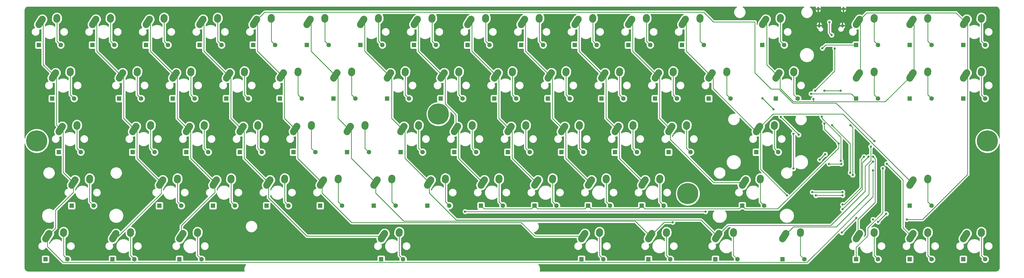
<source format=gtl>
%TF.GenerationSoftware,KiCad,Pcbnew,(5.1.6)-1*%
%TF.CreationDate,2020-07-22T19:59:05-04:00*%
%TF.ProjectId,prosaic,70726f73-6169-4632-9e6b-696361645f70,-*%
%TF.SameCoordinates,Original*%
%TF.FileFunction,Copper,L1,Top*%
%TF.FilePolarity,Positive*%
%FSLAX46Y46*%
G04 Gerber Fmt 4.6, Leading zero omitted, Abs format (unit mm)*
G04 Created by KiCad (PCBNEW (5.1.6)-1) date 2020-07-22 19:59:05*
%MOMM*%
%LPD*%
G01*
G04 APERTURE LIST*
%TA.AperFunction,ComponentPad*%
%ADD10C,7.500000*%
%TD*%
%TA.AperFunction,ComponentPad*%
%ADD11C,1.600000*%
%TD*%
%TA.AperFunction,ComponentPad*%
%ADD12R,1.600000X1.600000*%
%TD*%
%TA.AperFunction,ComponentPad*%
%ADD13O,0.800000X1.400000*%
%TD*%
%TA.AperFunction,ViaPad*%
%ADD14C,0.800000*%
%TD*%
%TA.AperFunction,Conductor*%
%ADD15C,0.250000*%
%TD*%
%TA.AperFunction,Conductor*%
%ADD16C,0.254000*%
%TD*%
G04 APERTURE END LIST*
%TO.P,K20,2*%
%TO.N,Net-(D20-Pad2)*%
%TA.AperFunction,ComponentPad*%
G36*
G01*
X177823564Y-151583271D02*
X177863013Y-151004615D01*
G75*
G02*
X179195137Y-149842529I1247105J-85019D01*
G01*
X179195137Y-149842529D01*
G75*
G02*
X180357223Y-151174653I-85019J-1247105D01*
G01*
X180317775Y-151753309D01*
G75*
G02*
X178985651Y-152915395I-1247105J85019D01*
G01*
X178985651Y-152915395D01*
G75*
G02*
X177823565Y-151583271I85019J1247105D01*
G01*
G37*
%TD.AperFunction*%
%TO.P,K20,1*%
%TO.N,/col3*%
%TA.AperFunction,ComponentPad*%
G36*
G01*
X171656693Y-152926153D02*
X172865617Y-151028522D01*
G75*
G02*
X174591481Y-150645908I1054239J-671625D01*
G01*
X174591481Y-150645908D01*
G75*
G02*
X174974095Y-152371772I-671625J-1054239D01*
G01*
X173765171Y-154269402D01*
G75*
G02*
X172039307Y-154652016I-1054239J671625D01*
G01*
X172039307Y-154652016D01*
G75*
G02*
X171656693Y-152926152I671625J1054239D01*
G01*
G37*
%TD.AperFunction*%
%TD*%
%TO.P,K59,2*%
%TO.N,Net-(D59-Pad2)*%
%TA.AperFunction,ComponentPad*%
G36*
G01*
X306168064Y-132533276D02*
X306207513Y-131954620D01*
G75*
G02*
X307539637Y-130792534I1247105J-85019D01*
G01*
X307539637Y-130792534D01*
G75*
G02*
X308701723Y-132124658I-85019J-1247105D01*
G01*
X308662275Y-132703314D01*
G75*
G02*
X307330151Y-133865400I-1247105J85019D01*
G01*
X307330151Y-133865400D01*
G75*
G02*
X306168065Y-132533276I85019J1247105D01*
G01*
G37*
%TD.AperFunction*%
%TO.P,K59,1*%
%TO.N,/col11*%
%TA.AperFunction,ComponentPad*%
G36*
G01*
X300001193Y-133876158D02*
X301210117Y-131978527D01*
G75*
G02*
X302935981Y-131595913I1054239J-671625D01*
G01*
X302935981Y-131595913D01*
G75*
G02*
X303318595Y-133321777I-671625J-1054239D01*
G01*
X302109671Y-135219407D01*
G75*
G02*
X300383807Y-135602021I-1054239J671625D01*
G01*
X300383807Y-135602021D01*
G75*
G02*
X300001193Y-133876157I671625J1054239D01*
G01*
G37*
%TD.AperFunction*%
%TD*%
%TO.P,K62,2*%
%TO.N,Net-(D62-Pad2)*%
%TA.AperFunction,ComponentPad*%
G36*
G01*
X311173564Y-113483226D02*
X311213013Y-112904570D01*
G75*
G02*
X312545137Y-111742484I1247105J-85019D01*
G01*
X312545137Y-111742484D01*
G75*
G02*
X313707223Y-113074608I-85019J-1247105D01*
G01*
X313667775Y-113653264D01*
G75*
G02*
X312335651Y-114815350I-1247105J85019D01*
G01*
X312335651Y-114815350D01*
G75*
G02*
X311173565Y-113483226I85019J1247105D01*
G01*
G37*
%TD.AperFunction*%
%TO.P,K62,1*%
%TO.N,/col12*%
%TA.AperFunction,ComponentPad*%
G36*
G01*
X305006693Y-114826108D02*
X306215617Y-112928477D01*
G75*
G02*
X307941481Y-112545863I1054239J-671625D01*
G01*
X307941481Y-112545863D01*
G75*
G02*
X308324095Y-114271727I-671625J-1054239D01*
G01*
X307115171Y-116169357D01*
G75*
G02*
X305389307Y-116551971I-1054239J671625D01*
G01*
X305389307Y-116551971D01*
G75*
G02*
X305006693Y-114826107I671625J1054239D01*
G01*
G37*
%TD.AperFunction*%
%TD*%
%TO.P,K4,2*%
%TO.N,Net-(D4-Pad2)*%
%TA.AperFunction,ComponentPad*%
G36*
G01*
X67799564Y-132533276D02*
X67839013Y-131954620D01*
G75*
G02*
X69171137Y-130792534I1247105J-85019D01*
G01*
X69171137Y-130792534D01*
G75*
G02*
X70333223Y-132124658I-85019J-1247105D01*
G01*
X70293775Y-132703314D01*
G75*
G02*
X68961651Y-133865400I-1247105J85019D01*
G01*
X68961651Y-133865400D01*
G75*
G02*
X67799565Y-132533276I85019J1247105D01*
G01*
G37*
%TD.AperFunction*%
%TO.P,K4,1*%
%TO.N,/col0*%
%TA.AperFunction,ComponentPad*%
G36*
G01*
X61632693Y-133876158D02*
X62841617Y-131978527D01*
G75*
G02*
X64567481Y-131595913I1054239J-671625D01*
G01*
X64567481Y-131595913D01*
G75*
G02*
X64950095Y-133321777I-671625J-1054239D01*
G01*
X63741171Y-135219407D01*
G75*
G02*
X62015307Y-135602021I-1054239J671625D01*
G01*
X62015307Y-135602021D01*
G75*
G02*
X61632693Y-133876157I671625J1054239D01*
G01*
G37*
%TD.AperFunction*%
%TD*%
%TO.P,K64,2*%
%TO.N,Net-(D64-Pad2)*%
%TA.AperFunction,ComponentPad*%
G36*
G01*
X313312064Y-75383226D02*
X313351513Y-74804570D01*
G75*
G02*
X314683637Y-73642484I1247105J-85019D01*
G01*
X314683637Y-73642484D01*
G75*
G02*
X315845723Y-74974608I-85019J-1247105D01*
G01*
X315806275Y-75553264D01*
G75*
G02*
X314474151Y-76715350I-1247105J85019D01*
G01*
X314474151Y-76715350D01*
G75*
G02*
X313312065Y-75383226I85019J1247105D01*
G01*
G37*
%TD.AperFunction*%
%TO.P,K64,1*%
%TO.N,/col13*%
%TA.AperFunction,ComponentPad*%
G36*
G01*
X307145193Y-76726108D02*
X308354117Y-74828477D01*
G75*
G02*
X310079981Y-74445863I1054239J-671625D01*
G01*
X310079981Y-74445863D01*
G75*
G02*
X310462595Y-76171727I-671625J-1054239D01*
G01*
X309253671Y-78069357D01*
G75*
G02*
X307527807Y-78451971I-1054239J671625D01*
G01*
X307527807Y-78451971D01*
G75*
G02*
X307145193Y-76726107I671625J1054239D01*
G01*
G37*
%TD.AperFunction*%
%TD*%
%TO.P,K3,2*%
%TO.N,Net-(D3-Pad2)*%
%TA.AperFunction,ComponentPad*%
G36*
G01*
X63279624Y-113482626D02*
X63319073Y-112903970D01*
G75*
G02*
X64651197Y-111741884I1247105J-85019D01*
G01*
X64651197Y-111741884D01*
G75*
G02*
X65813283Y-113074008I-85019J-1247105D01*
G01*
X65773835Y-113652664D01*
G75*
G02*
X64441711Y-114814750I-1247105J85019D01*
G01*
X64441711Y-114814750D01*
G75*
G02*
X63279625Y-113482626I85019J1247105D01*
G01*
G37*
%TD.AperFunction*%
%TO.P,K3,1*%
%TO.N,/col0*%
%TA.AperFunction,ComponentPad*%
G36*
G01*
X57112753Y-114825508D02*
X58321677Y-112927877D01*
G75*
G02*
X60047541Y-112545263I1054239J-671625D01*
G01*
X60047541Y-112545263D01*
G75*
G02*
X60430155Y-114271127I-671625J-1054239D01*
G01*
X59221231Y-116168757D01*
G75*
G02*
X57495367Y-116551371I-1054239J671625D01*
G01*
X57495367Y-116551371D01*
G75*
G02*
X57112753Y-114825507I671625J1054239D01*
G01*
G37*
%TD.AperFunction*%
%TD*%
%TO.P,K2,2*%
%TO.N,Net-(D2-Pad2)*%
%TA.AperFunction,ComponentPad*%
G36*
G01*
X60899049Y-94433376D02*
X60938498Y-93854720D01*
G75*
G02*
X62270622Y-92692634I1247105J-85019D01*
G01*
X62270622Y-92692634D01*
G75*
G02*
X63432708Y-94024758I-85019J-1247105D01*
G01*
X63393260Y-94603414D01*
G75*
G02*
X62061136Y-95765500I-1247105J85019D01*
G01*
X62061136Y-95765500D01*
G75*
G02*
X60899050Y-94433376I85019J1247105D01*
G01*
G37*
%TD.AperFunction*%
%TO.P,K2,1*%
%TO.N,/col0*%
%TA.AperFunction,ComponentPad*%
G36*
G01*
X54732178Y-95776258D02*
X55941102Y-93878627D01*
G75*
G02*
X57666966Y-93496013I1054239J-671625D01*
G01*
X57666966Y-93496013D01*
G75*
G02*
X58049580Y-95221877I-671625J-1054239D01*
G01*
X56840656Y-97119507D01*
G75*
G02*
X55114792Y-97502121I-1054239J671625D01*
G01*
X55114792Y-97502121D01*
G75*
G02*
X54732178Y-95776257I671625J1054239D01*
G01*
G37*
%TD.AperFunction*%
%TD*%
%TO.P,K65,2*%
%TO.N,Net-(D65-Pad2)*%
%TA.AperFunction,ComponentPad*%
G36*
G01*
X318074064Y-94433376D02*
X318113513Y-93854720D01*
G75*
G02*
X319445637Y-92692634I1247105J-85019D01*
G01*
X319445637Y-92692634D01*
G75*
G02*
X320607723Y-94024758I-85019J-1247105D01*
G01*
X320568275Y-94603414D01*
G75*
G02*
X319236151Y-95765500I-1247105J85019D01*
G01*
X319236151Y-95765500D01*
G75*
G02*
X318074065Y-94433376I85019J1247105D01*
G01*
G37*
%TD.AperFunction*%
%TO.P,K65,1*%
%TO.N,/col13*%
%TA.AperFunction,ComponentPad*%
G36*
G01*
X311907193Y-95776258D02*
X313116117Y-93878627D01*
G75*
G02*
X314841981Y-93496013I1054239J-671625D01*
G01*
X314841981Y-93496013D01*
G75*
G02*
X315224595Y-95221877I-671625J-1054239D01*
G01*
X314015671Y-97119507D01*
G75*
G02*
X312289807Y-97502121I-1054239J671625D01*
G01*
X312289807Y-97502121D01*
G75*
G02*
X311907193Y-95776257I671625J1054239D01*
G01*
G37*
%TD.AperFunction*%
%TD*%
%TO.P,K5,2*%
%TO.N,Net-(D5-Pad2)*%
%TA.AperFunction,ComponentPad*%
G36*
G01*
X58518514Y-151582596D02*
X58557963Y-151003940D01*
G75*
G02*
X59890087Y-149841854I1247105J-85019D01*
G01*
X59890087Y-149841854D01*
G75*
G02*
X61052173Y-151173978I-85019J-1247105D01*
G01*
X61012725Y-151752634D01*
G75*
G02*
X59680601Y-152914720I-1247105J85019D01*
G01*
X59680601Y-152914720D01*
G75*
G02*
X58518515Y-151582596I85019J1247105D01*
G01*
G37*
%TD.AperFunction*%
%TO.P,K5,1*%
%TO.N,/col0*%
%TA.AperFunction,ComponentPad*%
G36*
G01*
X52351643Y-152925478D02*
X53560567Y-151027847D01*
G75*
G02*
X55286431Y-150645233I1054239J-671625D01*
G01*
X55286431Y-150645233D01*
G75*
G02*
X55669045Y-152371097I-671625J-1054239D01*
G01*
X54460121Y-154268727D01*
G75*
G02*
X52734257Y-154651341I-1054239J671625D01*
G01*
X52734257Y-154651341D01*
G75*
G02*
X52351643Y-152925477I671625J1054239D01*
G01*
G37*
%TD.AperFunction*%
%TD*%
%TO.P,K10,2*%
%TO.N,Net-(D10-Pad2)*%
%TA.AperFunction,ComponentPad*%
G36*
G01*
X82329564Y-151582596D02*
X82369013Y-151003940D01*
G75*
G02*
X83701137Y-149841854I1247105J-85019D01*
G01*
X83701137Y-149841854D01*
G75*
G02*
X84863223Y-151173978I-85019J-1247105D01*
G01*
X84823775Y-151752634D01*
G75*
G02*
X83491651Y-152914720I-1247105J85019D01*
G01*
X83491651Y-152914720D01*
G75*
G02*
X82329565Y-151582596I85019J1247105D01*
G01*
G37*
%TD.AperFunction*%
%TO.P,K10,1*%
%TO.N,/col1*%
%TA.AperFunction,ComponentPad*%
G36*
G01*
X76162693Y-152925478D02*
X77371617Y-151027847D01*
G75*
G02*
X79097481Y-150645233I1054239J-671625D01*
G01*
X79097481Y-150645233D01*
G75*
G02*
X79480095Y-152371097I-671625J-1054239D01*
G01*
X78271171Y-154268727D01*
G75*
G02*
X76545307Y-154651341I-1054239J671625D01*
G01*
X76545307Y-154651341D01*
G75*
G02*
X76162693Y-152925477I671625J1054239D01*
G01*
G37*
%TD.AperFunction*%
%TD*%
%TO.P,K15,2*%
%TO.N,Net-(D15-Pad2)*%
%TA.AperFunction,ComponentPad*%
G36*
G01*
X106143464Y-151582596D02*
X106182913Y-151003940D01*
G75*
G02*
X107515037Y-149841854I1247105J-85019D01*
G01*
X107515037Y-149841854D01*
G75*
G02*
X108677123Y-151173978I-85019J-1247105D01*
G01*
X108637675Y-151752634D01*
G75*
G02*
X107305551Y-152914720I-1247105J85019D01*
G01*
X107305551Y-152914720D01*
G75*
G02*
X106143465Y-151582596I85019J1247105D01*
G01*
G37*
%TD.AperFunction*%
%TO.P,K15,1*%
%TO.N,Net-(K11-Pad1)*%
%TA.AperFunction,ComponentPad*%
G36*
G01*
X99976593Y-152925478D02*
X101185517Y-151027847D01*
G75*
G02*
X102911381Y-150645233I1054239J-671625D01*
G01*
X102911381Y-150645233D01*
G75*
G02*
X103293995Y-152371097I-671625J-1054239D01*
G01*
X102085071Y-154268727D01*
G75*
G02*
X100359207Y-154651341I-1054239J671625D01*
G01*
X100359207Y-154651341D01*
G75*
G02*
X99976593Y-152925477I671625J1054239D01*
G01*
G37*
%TD.AperFunction*%
%TD*%
%TO.P,K25,2*%
%TO.N,Net-(D25-Pad2)*%
%TA.AperFunction,ComponentPad*%
G36*
G01*
X249018564Y-151582596D02*
X249058013Y-151003940D01*
G75*
G02*
X250390137Y-149841854I1247105J-85019D01*
G01*
X250390137Y-149841854D01*
G75*
G02*
X251552223Y-151173978I-85019J-1247105D01*
G01*
X251512775Y-151752634D01*
G75*
G02*
X250180651Y-152914720I-1247105J85019D01*
G01*
X250180651Y-152914720D01*
G75*
G02*
X249018565Y-151582596I85019J1247105D01*
G01*
G37*
%TD.AperFunction*%
%TO.P,K25,1*%
%TO.N,/col4*%
%TA.AperFunction,ComponentPad*%
G36*
G01*
X242851693Y-152925478D02*
X244060617Y-151027847D01*
G75*
G02*
X245786481Y-150645233I1054239J-671625D01*
G01*
X245786481Y-150645233D01*
G75*
G02*
X246169095Y-152371097I-671625J-1054239D01*
G01*
X244960171Y-154268727D01*
G75*
G02*
X243234307Y-154651341I-1054239J671625D01*
G01*
X243234307Y-154651341D01*
G75*
G02*
X242851693Y-152925477I671625J1054239D01*
G01*
G37*
%TD.AperFunction*%
%TD*%
%TO.P,K30,2*%
%TO.N,Net-(D30-Pad2)*%
%TA.AperFunction,ComponentPad*%
G36*
G01*
X272829564Y-151582596D02*
X272869013Y-151003940D01*
G75*
G02*
X274201137Y-149841854I1247105J-85019D01*
G01*
X274201137Y-149841854D01*
G75*
G02*
X275363223Y-151173978I-85019J-1247105D01*
G01*
X275323775Y-151752634D01*
G75*
G02*
X273991651Y-152914720I-1247105J85019D01*
G01*
X273991651Y-152914720D01*
G75*
G02*
X272829565Y-151582596I85019J1247105D01*
G01*
G37*
%TD.AperFunction*%
%TO.P,K30,1*%
%TO.N,/col5*%
%TA.AperFunction,ComponentPad*%
G36*
G01*
X266662693Y-152925478D02*
X267871617Y-151027847D01*
G75*
G02*
X269597481Y-150645233I1054239J-671625D01*
G01*
X269597481Y-150645233D01*
G75*
G02*
X269980095Y-152371097I-671625J-1054239D01*
G01*
X268771171Y-154268727D01*
G75*
G02*
X267045307Y-154651341I-1054239J671625D01*
G01*
X267045307Y-154651341D01*
G75*
G02*
X266662693Y-152925477I671625J1054239D01*
G01*
G37*
%TD.AperFunction*%
%TD*%
%TO.P,K35,2*%
%TO.N,Net-(D35-Pad2)*%
%TA.AperFunction,ComponentPad*%
G36*
G01*
X296643564Y-151582596D02*
X296683013Y-151003940D01*
G75*
G02*
X298015137Y-149841854I1247105J-85019D01*
G01*
X298015137Y-149841854D01*
G75*
G02*
X299177223Y-151173978I-85019J-1247105D01*
G01*
X299137775Y-151752634D01*
G75*
G02*
X297805651Y-152914720I-1247105J85019D01*
G01*
X297805651Y-152914720D01*
G75*
G02*
X296643565Y-151582596I85019J1247105D01*
G01*
G37*
%TD.AperFunction*%
%TO.P,K35,1*%
%TO.N,/col6*%
%TA.AperFunction,ComponentPad*%
G36*
G01*
X290476693Y-152925478D02*
X291685617Y-151027847D01*
G75*
G02*
X293411481Y-150645233I1054239J-671625D01*
G01*
X293411481Y-150645233D01*
G75*
G02*
X293794095Y-152371097I-671625J-1054239D01*
G01*
X292585171Y-154268727D01*
G75*
G02*
X290859307Y-154651341I-1054239J671625D01*
G01*
X290859307Y-154651341D01*
G75*
G02*
X290476693Y-152925477I671625J1054239D01*
G01*
G37*
%TD.AperFunction*%
%TD*%
%TO.P,K40,2*%
%TO.N,Net-(D40-Pad2)*%
%TA.AperFunction,ComponentPad*%
G36*
G01*
X320454564Y-151582596D02*
X320494013Y-151003940D01*
G75*
G02*
X321826137Y-149841854I1247105J-85019D01*
G01*
X321826137Y-149841854D01*
G75*
G02*
X322988223Y-151173978I-85019J-1247105D01*
G01*
X322948775Y-151752634D01*
G75*
G02*
X321616651Y-152914720I-1247105J85019D01*
G01*
X321616651Y-152914720D01*
G75*
G02*
X320454565Y-151582596I85019J1247105D01*
G01*
G37*
%TD.AperFunction*%
%TO.P,K40,1*%
%TO.N,/col7*%
%TA.AperFunction,ComponentPad*%
G36*
G01*
X314287693Y-152925478D02*
X315496617Y-151027847D01*
G75*
G02*
X317222481Y-150645233I1054239J-671625D01*
G01*
X317222481Y-150645233D01*
G75*
G02*
X317605095Y-152371097I-671625J-1054239D01*
G01*
X316396171Y-154268727D01*
G75*
G02*
X314670307Y-154651341I-1054239J671625D01*
G01*
X314670307Y-154651341D01*
G75*
G02*
X314287693Y-152925477I671625J1054239D01*
G01*
G37*
%TD.AperFunction*%
%TD*%
%TO.P,K11,2*%
%TO.N,Net-(D11-Pad2)*%
%TA.AperFunction,ComponentPad*%
G36*
G01*
X94235764Y-75384076D02*
X94275213Y-74805420D01*
G75*
G02*
X95607337Y-73643334I1247105J-85019D01*
G01*
X95607337Y-73643334D01*
G75*
G02*
X96769423Y-74975458I-85019J-1247105D01*
G01*
X96729975Y-75554114D01*
G75*
G02*
X95397851Y-76716200I-1247105J85019D01*
G01*
X95397851Y-76716200D01*
G75*
G02*
X94235765Y-75384076I85019J1247105D01*
G01*
G37*
%TD.AperFunction*%
%TO.P,K11,1*%
%TO.N,Net-(K11-Pad1)*%
%TA.AperFunction,ComponentPad*%
G36*
G01*
X88068893Y-76726958D02*
X89277817Y-74829327D01*
G75*
G02*
X91003681Y-74446713I1054239J-671625D01*
G01*
X91003681Y-74446713D01*
G75*
G02*
X91386295Y-76172577I-671625J-1054239D01*
G01*
X90177371Y-78070207D01*
G75*
G02*
X88451507Y-78452821I-1054239J671625D01*
G01*
X88451507Y-78452821D01*
G75*
G02*
X88068893Y-76726957I671625J1054239D01*
G01*
G37*
%TD.AperFunction*%
%TD*%
%TO.P,K6,2*%
%TO.N,Net-(D6-Pad2)*%
%TA.AperFunction,ComponentPad*%
G36*
G01*
X75186464Y-75384076D02*
X75225913Y-74805420D01*
G75*
G02*
X76558037Y-73643334I1247105J-85019D01*
G01*
X76558037Y-73643334D01*
G75*
G02*
X77720123Y-74975458I-85019J-1247105D01*
G01*
X77680675Y-75554114D01*
G75*
G02*
X76348551Y-76716200I-1247105J85019D01*
G01*
X76348551Y-76716200D01*
G75*
G02*
X75186465Y-75384076I85019J1247105D01*
G01*
G37*
%TD.AperFunction*%
%TO.P,K6,1*%
%TO.N,/col1*%
%TA.AperFunction,ComponentPad*%
G36*
G01*
X69019593Y-76726958D02*
X70228517Y-74829327D01*
G75*
G02*
X71954381Y-74446713I1054239J-671625D01*
G01*
X71954381Y-74446713D01*
G75*
G02*
X72336995Y-76172577I-671625J-1054239D01*
G01*
X71128071Y-78070207D01*
G75*
G02*
X69402207Y-78452821I-1054239J671625D01*
G01*
X69402207Y-78452821D01*
G75*
G02*
X69019593Y-76726957I671625J1054239D01*
G01*
G37*
%TD.AperFunction*%
%TD*%
%TO.P,K1,2*%
%TO.N,Net-(D1-Pad2)*%
%TA.AperFunction,ComponentPad*%
G36*
G01*
X56137234Y-75384076D02*
X56176683Y-74805420D01*
G75*
G02*
X57508807Y-73643334I1247105J-85019D01*
G01*
X57508807Y-73643334D01*
G75*
G02*
X58670893Y-74975458I-85019J-1247105D01*
G01*
X58631445Y-75554114D01*
G75*
G02*
X57299321Y-76716200I-1247105J85019D01*
G01*
X57299321Y-76716200D01*
G75*
G02*
X56137235Y-75384076I85019J1247105D01*
G01*
G37*
%TD.AperFunction*%
%TO.P,K1,1*%
%TO.N,/col0*%
%TA.AperFunction,ComponentPad*%
G36*
G01*
X49970363Y-76726958D02*
X51179287Y-74829327D01*
G75*
G02*
X52905151Y-74446713I1054239J-671625D01*
G01*
X52905151Y-74446713D01*
G75*
G02*
X53287765Y-76172577I-671625J-1054239D01*
G01*
X52078841Y-78070207D01*
G75*
G02*
X50352977Y-78452821I-1054239J671625D01*
G01*
X50352977Y-78452821D01*
G75*
G02*
X49970363Y-76726957I671625J1054239D01*
G01*
G37*
%TD.AperFunction*%
%TD*%
%TO.P,K16,2*%
%TO.N,Net-(D16-Pad2)*%
%TA.AperFunction,ComponentPad*%
G36*
G01*
X113285764Y-75384076D02*
X113325213Y-74805420D01*
G75*
G02*
X114657337Y-73643334I1247105J-85019D01*
G01*
X114657337Y-73643334D01*
G75*
G02*
X115819423Y-74975458I-85019J-1247105D01*
G01*
X115779975Y-75554114D01*
G75*
G02*
X114447851Y-76716200I-1247105J85019D01*
G01*
X114447851Y-76716200D01*
G75*
G02*
X113285765Y-75384076I85019J1247105D01*
G01*
G37*
%TD.AperFunction*%
%TO.P,K16,1*%
%TO.N,/col3*%
%TA.AperFunction,ComponentPad*%
G36*
G01*
X107118893Y-76726958D02*
X108327817Y-74829327D01*
G75*
G02*
X110053681Y-74446713I1054239J-671625D01*
G01*
X110053681Y-74446713D01*
G75*
G02*
X110436295Y-76172577I-671625J-1054239D01*
G01*
X109227371Y-78070207D01*
G75*
G02*
X107501507Y-78452821I-1054239J671625D01*
G01*
X107501507Y-78452821D01*
G75*
G02*
X107118893Y-76726957I671625J1054239D01*
G01*
G37*
%TD.AperFunction*%
%TD*%
%TO.P,K21,2*%
%TO.N,Net-(D21-Pad2)*%
%TA.AperFunction,ComponentPad*%
G36*
G01*
X132336464Y-75384076D02*
X132375913Y-74805420D01*
G75*
G02*
X133708037Y-73643334I1247105J-85019D01*
G01*
X133708037Y-73643334D01*
G75*
G02*
X134870123Y-74975458I-85019J-1247105D01*
G01*
X134830675Y-75554114D01*
G75*
G02*
X133498551Y-76716200I-1247105J85019D01*
G01*
X133498551Y-76716200D01*
G75*
G02*
X132336465Y-75384076I85019J1247105D01*
G01*
G37*
%TD.AperFunction*%
%TO.P,K21,1*%
%TO.N,/col4*%
%TA.AperFunction,ComponentPad*%
G36*
G01*
X126169593Y-76726958D02*
X127378517Y-74829327D01*
G75*
G02*
X129104381Y-74446713I1054239J-671625D01*
G01*
X129104381Y-74446713D01*
G75*
G02*
X129486995Y-76172577I-671625J-1054239D01*
G01*
X128278071Y-78070207D01*
G75*
G02*
X126552207Y-78452821I-1054239J671625D01*
G01*
X126552207Y-78452821D01*
G75*
G02*
X126169593Y-76726957I671625J1054239D01*
G01*
G37*
%TD.AperFunction*%
%TD*%
%TO.P,K26,2*%
%TO.N,Net-(D26-Pad2)*%
%TA.AperFunction,ComponentPad*%
G36*
G01*
X151385764Y-75384076D02*
X151425213Y-74805420D01*
G75*
G02*
X152757337Y-73643334I1247105J-85019D01*
G01*
X152757337Y-73643334D01*
G75*
G02*
X153919423Y-74975458I-85019J-1247105D01*
G01*
X153879975Y-75554114D01*
G75*
G02*
X152547851Y-76716200I-1247105J85019D01*
G01*
X152547851Y-76716200D01*
G75*
G02*
X151385765Y-75384076I85019J1247105D01*
G01*
G37*
%TD.AperFunction*%
%TO.P,K26,1*%
%TO.N,/col5*%
%TA.AperFunction,ComponentPad*%
G36*
G01*
X145218893Y-76726958D02*
X146427817Y-74829327D01*
G75*
G02*
X148153681Y-74446713I1054239J-671625D01*
G01*
X148153681Y-74446713D01*
G75*
G02*
X148536295Y-76172577I-671625J-1054239D01*
G01*
X147327371Y-78070207D01*
G75*
G02*
X145601507Y-78452821I-1054239J671625D01*
G01*
X145601507Y-78452821D01*
G75*
G02*
X145218893Y-76726957I671625J1054239D01*
G01*
G37*
%TD.AperFunction*%
%TD*%
%TO.P,K31,2*%
%TO.N,Net-(D31-Pad2)*%
%TA.AperFunction,ComponentPad*%
G36*
G01*
X170436064Y-75384076D02*
X170475513Y-74805420D01*
G75*
G02*
X171807637Y-73643334I1247105J-85019D01*
G01*
X171807637Y-73643334D01*
G75*
G02*
X172969723Y-74975458I-85019J-1247105D01*
G01*
X172930275Y-75554114D01*
G75*
G02*
X171598151Y-76716200I-1247105J85019D01*
G01*
X171598151Y-76716200D01*
G75*
G02*
X170436065Y-75384076I85019J1247105D01*
G01*
G37*
%TD.AperFunction*%
%TO.P,K31,1*%
%TO.N,/col6*%
%TA.AperFunction,ComponentPad*%
G36*
G01*
X164269193Y-76726958D02*
X165478117Y-74829327D01*
G75*
G02*
X167203981Y-74446713I1054239J-671625D01*
G01*
X167203981Y-74446713D01*
G75*
G02*
X167586595Y-76172577I-671625J-1054239D01*
G01*
X166377671Y-78070207D01*
G75*
G02*
X164651807Y-78452821I-1054239J671625D01*
G01*
X164651807Y-78452821D01*
G75*
G02*
X164269193Y-76726957I671625J1054239D01*
G01*
G37*
%TD.AperFunction*%
%TD*%
%TO.P,K36,2*%
%TO.N,Net-(D36-Pad2)*%
%TA.AperFunction,ComponentPad*%
G36*
G01*
X189487064Y-75384076D02*
X189526513Y-74805420D01*
G75*
G02*
X190858637Y-73643334I1247105J-85019D01*
G01*
X190858637Y-73643334D01*
G75*
G02*
X192020723Y-74975458I-85019J-1247105D01*
G01*
X191981275Y-75554114D01*
G75*
G02*
X190649151Y-76716200I-1247105J85019D01*
G01*
X190649151Y-76716200D01*
G75*
G02*
X189487065Y-75384076I85019J1247105D01*
G01*
G37*
%TD.AperFunction*%
%TO.P,K36,1*%
%TO.N,/col7*%
%TA.AperFunction,ComponentPad*%
G36*
G01*
X183320193Y-76726958D02*
X184529117Y-74829327D01*
G75*
G02*
X186254981Y-74446713I1054239J-671625D01*
G01*
X186254981Y-74446713D01*
G75*
G02*
X186637595Y-76172577I-671625J-1054239D01*
G01*
X185428671Y-78070207D01*
G75*
G02*
X183702807Y-78452821I-1054239J671625D01*
G01*
X183702807Y-78452821D01*
G75*
G02*
X183320193Y-76726957I671625J1054239D01*
G01*
G37*
%TD.AperFunction*%
%TD*%
%TO.P,K41,2*%
%TO.N,Net-(D41-Pad2)*%
%TA.AperFunction,ComponentPad*%
G36*
G01*
X208537064Y-75384076D02*
X208576513Y-74805420D01*
G75*
G02*
X209908637Y-73643334I1247105J-85019D01*
G01*
X209908637Y-73643334D01*
G75*
G02*
X211070723Y-74975458I-85019J-1247105D01*
G01*
X211031275Y-75554114D01*
G75*
G02*
X209699151Y-76716200I-1247105J85019D01*
G01*
X209699151Y-76716200D01*
G75*
G02*
X208537065Y-75384076I85019J1247105D01*
G01*
G37*
%TD.AperFunction*%
%TO.P,K41,1*%
%TO.N,/col8*%
%TA.AperFunction,ComponentPad*%
G36*
G01*
X202370193Y-76726958D02*
X203579117Y-74829327D01*
G75*
G02*
X205304981Y-74446713I1054239J-671625D01*
G01*
X205304981Y-74446713D01*
G75*
G02*
X205687595Y-76172577I-671625J-1054239D01*
G01*
X204478671Y-78070207D01*
G75*
G02*
X202752807Y-78452821I-1054239J671625D01*
G01*
X202752807Y-78452821D01*
G75*
G02*
X202370193Y-76726957I671625J1054239D01*
G01*
G37*
%TD.AperFunction*%
%TD*%
%TO.P,K46,2*%
%TO.N,Net-(D46-Pad2)*%
%TA.AperFunction,ComponentPad*%
G36*
G01*
X227587064Y-75384076D02*
X227626513Y-74805420D01*
G75*
G02*
X228958637Y-73643334I1247105J-85019D01*
G01*
X228958637Y-73643334D01*
G75*
G02*
X230120723Y-74975458I-85019J-1247105D01*
G01*
X230081275Y-75554114D01*
G75*
G02*
X228749151Y-76716200I-1247105J85019D01*
G01*
X228749151Y-76716200D01*
G75*
G02*
X227587065Y-75384076I85019J1247105D01*
G01*
G37*
%TD.AperFunction*%
%TO.P,K46,1*%
%TO.N,/col9*%
%TA.AperFunction,ComponentPad*%
G36*
G01*
X221420193Y-76726958D02*
X222629117Y-74829327D01*
G75*
G02*
X224354981Y-74446713I1054239J-671625D01*
G01*
X224354981Y-74446713D01*
G75*
G02*
X224737595Y-76172577I-671625J-1054239D01*
G01*
X223528671Y-78070207D01*
G75*
G02*
X221802807Y-78452821I-1054239J671625D01*
G01*
X221802807Y-78452821D01*
G75*
G02*
X221420193Y-76726957I671625J1054239D01*
G01*
G37*
%TD.AperFunction*%
%TD*%
%TO.P,K51,2*%
%TO.N,Net-(D51-Pad2)*%
%TA.AperFunction,ComponentPad*%
G36*
G01*
X246637064Y-75384076D02*
X246676513Y-74805420D01*
G75*
G02*
X248008637Y-73643334I1247105J-85019D01*
G01*
X248008637Y-73643334D01*
G75*
G02*
X249170723Y-74975458I-85019J-1247105D01*
G01*
X249131275Y-75554114D01*
G75*
G02*
X247799151Y-76716200I-1247105J85019D01*
G01*
X247799151Y-76716200D01*
G75*
G02*
X246637065Y-75384076I85019J1247105D01*
G01*
G37*
%TD.AperFunction*%
%TO.P,K51,1*%
%TO.N,/col10*%
%TA.AperFunction,ComponentPad*%
G36*
G01*
X240470193Y-76726958D02*
X241679117Y-74829327D01*
G75*
G02*
X243404981Y-74446713I1054239J-671625D01*
G01*
X243404981Y-74446713D01*
G75*
G02*
X243787595Y-76172577I-671625J-1054239D01*
G01*
X242578671Y-78070207D01*
G75*
G02*
X240852807Y-78452821I-1054239J671625D01*
G01*
X240852807Y-78452821D01*
G75*
G02*
X240470193Y-76726957I671625J1054239D01*
G01*
G37*
%TD.AperFunction*%
%TD*%
%TO.P,K56,2*%
%TO.N,Net-(D56-Pad2)*%
%TA.AperFunction,ComponentPad*%
G36*
G01*
X265687064Y-75384076D02*
X265726513Y-74805420D01*
G75*
G02*
X267058637Y-73643334I1247105J-85019D01*
G01*
X267058637Y-73643334D01*
G75*
G02*
X268220723Y-74975458I-85019J-1247105D01*
G01*
X268181275Y-75554114D01*
G75*
G02*
X266849151Y-76716200I-1247105J85019D01*
G01*
X266849151Y-76716200D01*
G75*
G02*
X265687065Y-75384076I85019J1247105D01*
G01*
G37*
%TD.AperFunction*%
%TO.P,K56,1*%
%TO.N,/col11*%
%TA.AperFunction,ComponentPad*%
G36*
G01*
X259520193Y-76726958D02*
X260729117Y-74829327D01*
G75*
G02*
X262454981Y-74446713I1054239J-671625D01*
G01*
X262454981Y-74446713D01*
G75*
G02*
X262837595Y-76172577I-671625J-1054239D01*
G01*
X261628671Y-78070207D01*
G75*
G02*
X259902807Y-78452821I-1054239J671625D01*
G01*
X259902807Y-78452821D01*
G75*
G02*
X259520193Y-76726957I671625J1054239D01*
G01*
G37*
%TD.AperFunction*%
%TD*%
%TO.P,K60,2*%
%TO.N,Net-(D60-Pad2)*%
%TA.AperFunction,ComponentPad*%
G36*
G01*
X284737064Y-75384076D02*
X284776513Y-74805420D01*
G75*
G02*
X286108637Y-73643334I1247105J-85019D01*
G01*
X286108637Y-73643334D01*
G75*
G02*
X287270723Y-74975458I-85019J-1247105D01*
G01*
X287231275Y-75554114D01*
G75*
G02*
X285899151Y-76716200I-1247105J85019D01*
G01*
X285899151Y-76716200D01*
G75*
G02*
X284737065Y-75384076I85019J1247105D01*
G01*
G37*
%TD.AperFunction*%
%TO.P,K60,1*%
%TO.N,/col12*%
%TA.AperFunction,ComponentPad*%
G36*
G01*
X278570193Y-76726958D02*
X279779117Y-74829327D01*
G75*
G02*
X281504981Y-74446713I1054239J-671625D01*
G01*
X281504981Y-74446713D01*
G75*
G02*
X281887595Y-76172577I-671625J-1054239D01*
G01*
X280678671Y-78070207D01*
G75*
G02*
X278952807Y-78452821I-1054239J671625D01*
G01*
X278952807Y-78452821D01*
G75*
G02*
X278570193Y-76726957I671625J1054239D01*
G01*
G37*
%TD.AperFunction*%
%TD*%
%TO.P,K68,2*%
%TO.N,Net-(D68-Pad2)*%
%TA.AperFunction,ComponentPad*%
G36*
G01*
X346649064Y-75384076D02*
X346688513Y-74805420D01*
G75*
G02*
X348020637Y-73643334I1247105J-85019D01*
G01*
X348020637Y-73643334D01*
G75*
G02*
X349182723Y-74975458I-85019J-1247105D01*
G01*
X349143275Y-75554114D01*
G75*
G02*
X347811151Y-76716200I-1247105J85019D01*
G01*
X347811151Y-76716200D01*
G75*
G02*
X346649065Y-75384076I85019J1247105D01*
G01*
G37*
%TD.AperFunction*%
%TO.P,K68,1*%
%TO.N,/col14*%
%TA.AperFunction,ComponentPad*%
G36*
G01*
X340482193Y-76726958D02*
X341691117Y-74829327D01*
G75*
G02*
X343416981Y-74446713I1054239J-671625D01*
G01*
X343416981Y-74446713D01*
G75*
G02*
X343799595Y-76172577I-671625J-1054239D01*
G01*
X342590671Y-78070207D01*
G75*
G02*
X340864807Y-78452821I-1054239J671625D01*
G01*
X340864807Y-78452821D01*
G75*
G02*
X340482193Y-76726957I671625J1054239D01*
G01*
G37*
%TD.AperFunction*%
%TD*%
%TO.P,K66,2*%
%TO.N,Net-(D66-Pad2)*%
%TA.AperFunction,ComponentPad*%
G36*
G01*
X365699064Y-75384076D02*
X365738513Y-74805420D01*
G75*
G02*
X367070637Y-73643334I1247105J-85019D01*
G01*
X367070637Y-73643334D01*
G75*
G02*
X368232723Y-74975458I-85019J-1247105D01*
G01*
X368193275Y-75554114D01*
G75*
G02*
X366861151Y-76716200I-1247105J85019D01*
G01*
X366861151Y-76716200D01*
G75*
G02*
X365699065Y-75384076I85019J1247105D01*
G01*
G37*
%TD.AperFunction*%
%TO.P,K66,1*%
%TO.N,/col13*%
%TA.AperFunction,ComponentPad*%
G36*
G01*
X359532193Y-76726958D02*
X360741117Y-74829327D01*
G75*
G02*
X362466981Y-74446713I1054239J-671625D01*
G01*
X362466981Y-74446713D01*
G75*
G02*
X362849595Y-76172577I-671625J-1054239D01*
G01*
X361640671Y-78070207D01*
G75*
G02*
X359914807Y-78452821I-1054239J671625D01*
G01*
X359914807Y-78452821D01*
G75*
G02*
X359532193Y-76726957I671625J1054239D01*
G01*
G37*
%TD.AperFunction*%
%TD*%
%TO.P,K70,2*%
%TO.N,Net-(D70-Pad2)*%
%TA.AperFunction,ComponentPad*%
G36*
G01*
X384749064Y-75384076D02*
X384788513Y-74805420D01*
G75*
G02*
X386120637Y-73643334I1247105J-85019D01*
G01*
X386120637Y-73643334D01*
G75*
G02*
X387282723Y-74975458I-85019J-1247105D01*
G01*
X387243275Y-75554114D01*
G75*
G02*
X385911151Y-76716200I-1247105J85019D01*
G01*
X385911151Y-76716200D01*
G75*
G02*
X384749065Y-75384076I85019J1247105D01*
G01*
G37*
%TD.AperFunction*%
%TO.P,K70,1*%
%TO.N,/col14*%
%TA.AperFunction,ComponentPad*%
G36*
G01*
X378582193Y-76726958D02*
X379791117Y-74829327D01*
G75*
G02*
X381516981Y-74446713I1054239J-671625D01*
G01*
X381516981Y-74446713D01*
G75*
G02*
X381899595Y-76172577I-671625J-1054239D01*
G01*
X380690671Y-78070207D01*
G75*
G02*
X378964807Y-78452821I-1054239J671625D01*
G01*
X378964807Y-78452821D01*
G75*
G02*
X378582193Y-76726957I671625J1054239D01*
G01*
G37*
%TD.AperFunction*%
%TD*%
%TO.P,K7,2*%
%TO.N,Net-(D7-Pad2)*%
%TA.AperFunction,ComponentPad*%
G36*
G01*
X84712164Y-94433376D02*
X84751613Y-93854720D01*
G75*
G02*
X86083737Y-92692634I1247105J-85019D01*
G01*
X86083737Y-92692634D01*
G75*
G02*
X87245823Y-94024758I-85019J-1247105D01*
G01*
X87206375Y-94603414D01*
G75*
G02*
X85874251Y-95765500I-1247105J85019D01*
G01*
X85874251Y-95765500D01*
G75*
G02*
X84712165Y-94433376I85019J1247105D01*
G01*
G37*
%TD.AperFunction*%
%TO.P,K7,1*%
%TO.N,/col1*%
%TA.AperFunction,ComponentPad*%
G36*
G01*
X78545293Y-95776258D02*
X79754217Y-93878627D01*
G75*
G02*
X81480081Y-93496013I1054239J-671625D01*
G01*
X81480081Y-93496013D01*
G75*
G02*
X81862695Y-95221877I-671625J-1054239D01*
G01*
X80653771Y-97119507D01*
G75*
G02*
X78927907Y-97502121I-1054239J671625D01*
G01*
X78927907Y-97502121D01*
G75*
G02*
X78545293Y-95776257I671625J1054239D01*
G01*
G37*
%TD.AperFunction*%
%TD*%
%TO.P,K12,2*%
%TO.N,Net-(D12-Pad2)*%
%TA.AperFunction,ComponentPad*%
G36*
G01*
X103762164Y-94433376D02*
X103801613Y-93854720D01*
G75*
G02*
X105133737Y-92692634I1247105J-85019D01*
G01*
X105133737Y-92692634D01*
G75*
G02*
X106295823Y-94024758I-85019J-1247105D01*
G01*
X106256375Y-94603414D01*
G75*
G02*
X104924251Y-95765500I-1247105J85019D01*
G01*
X104924251Y-95765500D01*
G75*
G02*
X103762165Y-94433376I85019J1247105D01*
G01*
G37*
%TD.AperFunction*%
%TO.P,K12,1*%
%TO.N,Net-(K11-Pad1)*%
%TA.AperFunction,ComponentPad*%
G36*
G01*
X97595293Y-95776258D02*
X98804217Y-93878627D01*
G75*
G02*
X100530081Y-93496013I1054239J-671625D01*
G01*
X100530081Y-93496013D01*
G75*
G02*
X100912695Y-95221877I-671625J-1054239D01*
G01*
X99703771Y-97119507D01*
G75*
G02*
X97977907Y-97502121I-1054239J671625D01*
G01*
X97977907Y-97502121D01*
G75*
G02*
X97595293Y-95776257I671625J1054239D01*
G01*
G37*
%TD.AperFunction*%
%TD*%
%TO.P,K17,2*%
%TO.N,Net-(D17-Pad2)*%
%TA.AperFunction,ComponentPad*%
G36*
G01*
X122811464Y-94433376D02*
X122850913Y-93854720D01*
G75*
G02*
X124183037Y-92692634I1247105J-85019D01*
G01*
X124183037Y-92692634D01*
G75*
G02*
X125345123Y-94024758I-85019J-1247105D01*
G01*
X125305675Y-94603414D01*
G75*
G02*
X123973551Y-95765500I-1247105J85019D01*
G01*
X123973551Y-95765500D01*
G75*
G02*
X122811465Y-94433376I85019J1247105D01*
G01*
G37*
%TD.AperFunction*%
%TO.P,K17,1*%
%TO.N,/col3*%
%TA.AperFunction,ComponentPad*%
G36*
G01*
X116644593Y-95776258D02*
X117853517Y-93878627D01*
G75*
G02*
X119579381Y-93496013I1054239J-671625D01*
G01*
X119579381Y-93496013D01*
G75*
G02*
X119961995Y-95221877I-671625J-1054239D01*
G01*
X118753071Y-97119507D01*
G75*
G02*
X117027207Y-97502121I-1054239J671625D01*
G01*
X117027207Y-97502121D01*
G75*
G02*
X116644593Y-95776257I671625J1054239D01*
G01*
G37*
%TD.AperFunction*%
%TD*%
%TO.P,K22,2*%
%TO.N,Net-(D22-Pad2)*%
%TA.AperFunction,ComponentPad*%
G36*
G01*
X141861264Y-94433376D02*
X141900713Y-93854720D01*
G75*
G02*
X143232837Y-92692634I1247105J-85019D01*
G01*
X143232837Y-92692634D01*
G75*
G02*
X144394923Y-94024758I-85019J-1247105D01*
G01*
X144355475Y-94603414D01*
G75*
G02*
X143023351Y-95765500I-1247105J85019D01*
G01*
X143023351Y-95765500D01*
G75*
G02*
X141861265Y-94433376I85019J1247105D01*
G01*
G37*
%TD.AperFunction*%
%TO.P,K22,1*%
%TO.N,/col4*%
%TA.AperFunction,ComponentPad*%
G36*
G01*
X135694393Y-95776258D02*
X136903317Y-93878627D01*
G75*
G02*
X138629181Y-93496013I1054239J-671625D01*
G01*
X138629181Y-93496013D01*
G75*
G02*
X139011795Y-95221877I-671625J-1054239D01*
G01*
X137802871Y-97119507D01*
G75*
G02*
X136077007Y-97502121I-1054239J671625D01*
G01*
X136077007Y-97502121D01*
G75*
G02*
X135694393Y-95776257I671625J1054239D01*
G01*
G37*
%TD.AperFunction*%
%TD*%
%TO.P,K27,2*%
%TO.N,Net-(D27-Pad2)*%
%TA.AperFunction,ComponentPad*%
G36*
G01*
X160911064Y-94433376D02*
X160950513Y-93854720D01*
G75*
G02*
X162282637Y-92692634I1247105J-85019D01*
G01*
X162282637Y-92692634D01*
G75*
G02*
X163444723Y-94024758I-85019J-1247105D01*
G01*
X163405275Y-94603414D01*
G75*
G02*
X162073151Y-95765500I-1247105J85019D01*
G01*
X162073151Y-95765500D01*
G75*
G02*
X160911065Y-94433376I85019J1247105D01*
G01*
G37*
%TD.AperFunction*%
%TO.P,K27,1*%
%TO.N,/col5*%
%TA.AperFunction,ComponentPad*%
G36*
G01*
X154744193Y-95776258D02*
X155953117Y-93878627D01*
G75*
G02*
X157678981Y-93496013I1054239J-671625D01*
G01*
X157678981Y-93496013D01*
G75*
G02*
X158061595Y-95221877I-671625J-1054239D01*
G01*
X156852671Y-97119507D01*
G75*
G02*
X155126807Y-97502121I-1054239J671625D01*
G01*
X155126807Y-97502121D01*
G75*
G02*
X154744193Y-95776257I671625J1054239D01*
G01*
G37*
%TD.AperFunction*%
%TD*%
%TO.P,K32,2*%
%TO.N,Net-(D32-Pad2)*%
%TA.AperFunction,ComponentPad*%
G36*
G01*
X179961064Y-94433376D02*
X180000513Y-93854720D01*
G75*
G02*
X181332637Y-92692634I1247105J-85019D01*
G01*
X181332637Y-92692634D01*
G75*
G02*
X182494723Y-94024758I-85019J-1247105D01*
G01*
X182455275Y-94603414D01*
G75*
G02*
X181123151Y-95765500I-1247105J85019D01*
G01*
X181123151Y-95765500D01*
G75*
G02*
X179961065Y-94433376I85019J1247105D01*
G01*
G37*
%TD.AperFunction*%
%TO.P,K32,1*%
%TO.N,/col6*%
%TA.AperFunction,ComponentPad*%
G36*
G01*
X173794193Y-95776258D02*
X175003117Y-93878627D01*
G75*
G02*
X176728981Y-93496013I1054239J-671625D01*
G01*
X176728981Y-93496013D01*
G75*
G02*
X177111595Y-95221877I-671625J-1054239D01*
G01*
X175902671Y-97119507D01*
G75*
G02*
X174176807Y-97502121I-1054239J671625D01*
G01*
X174176807Y-97502121D01*
G75*
G02*
X173794193Y-95776257I671625J1054239D01*
G01*
G37*
%TD.AperFunction*%
%TD*%
%TO.P,K37,2*%
%TO.N,Net-(D37-Pad2)*%
%TA.AperFunction,ComponentPad*%
G36*
G01*
X199012064Y-94433376D02*
X199051513Y-93854720D01*
G75*
G02*
X200383637Y-92692634I1247105J-85019D01*
G01*
X200383637Y-92692634D01*
G75*
G02*
X201545723Y-94024758I-85019J-1247105D01*
G01*
X201506275Y-94603414D01*
G75*
G02*
X200174151Y-95765500I-1247105J85019D01*
G01*
X200174151Y-95765500D01*
G75*
G02*
X199012065Y-94433376I85019J1247105D01*
G01*
G37*
%TD.AperFunction*%
%TO.P,K37,1*%
%TO.N,/col7*%
%TA.AperFunction,ComponentPad*%
G36*
G01*
X192845193Y-95776258D02*
X194054117Y-93878627D01*
G75*
G02*
X195779981Y-93496013I1054239J-671625D01*
G01*
X195779981Y-93496013D01*
G75*
G02*
X196162595Y-95221877I-671625J-1054239D01*
G01*
X194953671Y-97119507D01*
G75*
G02*
X193227807Y-97502121I-1054239J671625D01*
G01*
X193227807Y-97502121D01*
G75*
G02*
X192845193Y-95776257I671625J1054239D01*
G01*
G37*
%TD.AperFunction*%
%TD*%
%TO.P,K42,2*%
%TO.N,Net-(D42-Pad2)*%
%TA.AperFunction,ComponentPad*%
G36*
G01*
X218062064Y-94433376D02*
X218101513Y-93854720D01*
G75*
G02*
X219433637Y-92692634I1247105J-85019D01*
G01*
X219433637Y-92692634D01*
G75*
G02*
X220595723Y-94024758I-85019J-1247105D01*
G01*
X220556275Y-94603414D01*
G75*
G02*
X219224151Y-95765500I-1247105J85019D01*
G01*
X219224151Y-95765500D01*
G75*
G02*
X218062065Y-94433376I85019J1247105D01*
G01*
G37*
%TD.AperFunction*%
%TO.P,K42,1*%
%TO.N,/col8*%
%TA.AperFunction,ComponentPad*%
G36*
G01*
X211895193Y-95776258D02*
X213104117Y-93878627D01*
G75*
G02*
X214829981Y-93496013I1054239J-671625D01*
G01*
X214829981Y-93496013D01*
G75*
G02*
X215212595Y-95221877I-671625J-1054239D01*
G01*
X214003671Y-97119507D01*
G75*
G02*
X212277807Y-97502121I-1054239J671625D01*
G01*
X212277807Y-97502121D01*
G75*
G02*
X211895193Y-95776257I671625J1054239D01*
G01*
G37*
%TD.AperFunction*%
%TD*%
%TO.P,K47,2*%
%TO.N,Net-(D47-Pad2)*%
%TA.AperFunction,ComponentPad*%
G36*
G01*
X237112064Y-94433376D02*
X237151513Y-93854720D01*
G75*
G02*
X238483637Y-92692634I1247105J-85019D01*
G01*
X238483637Y-92692634D01*
G75*
G02*
X239645723Y-94024758I-85019J-1247105D01*
G01*
X239606275Y-94603414D01*
G75*
G02*
X238274151Y-95765500I-1247105J85019D01*
G01*
X238274151Y-95765500D01*
G75*
G02*
X237112065Y-94433376I85019J1247105D01*
G01*
G37*
%TD.AperFunction*%
%TO.P,K47,1*%
%TO.N,/col9*%
%TA.AperFunction,ComponentPad*%
G36*
G01*
X230945193Y-95776258D02*
X232154117Y-93878627D01*
G75*
G02*
X233879981Y-93496013I1054239J-671625D01*
G01*
X233879981Y-93496013D01*
G75*
G02*
X234262595Y-95221877I-671625J-1054239D01*
G01*
X233053671Y-97119507D01*
G75*
G02*
X231327807Y-97502121I-1054239J671625D01*
G01*
X231327807Y-97502121D01*
G75*
G02*
X230945193Y-95776257I671625J1054239D01*
G01*
G37*
%TD.AperFunction*%
%TD*%
%TO.P,K52,2*%
%TO.N,Net-(D52-Pad2)*%
%TA.AperFunction,ComponentPad*%
G36*
G01*
X256162064Y-94433376D02*
X256201513Y-93854720D01*
G75*
G02*
X257533637Y-92692634I1247105J-85019D01*
G01*
X257533637Y-92692634D01*
G75*
G02*
X258695723Y-94024758I-85019J-1247105D01*
G01*
X258656275Y-94603414D01*
G75*
G02*
X257324151Y-95765500I-1247105J85019D01*
G01*
X257324151Y-95765500D01*
G75*
G02*
X256162065Y-94433376I85019J1247105D01*
G01*
G37*
%TD.AperFunction*%
%TO.P,K52,1*%
%TO.N,/col10*%
%TA.AperFunction,ComponentPad*%
G36*
G01*
X249995193Y-95776258D02*
X251204117Y-93878627D01*
G75*
G02*
X252929981Y-93496013I1054239J-671625D01*
G01*
X252929981Y-93496013D01*
G75*
G02*
X253312595Y-95221877I-671625J-1054239D01*
G01*
X252103671Y-97119507D01*
G75*
G02*
X250377807Y-97502121I-1054239J671625D01*
G01*
X250377807Y-97502121D01*
G75*
G02*
X249995193Y-95776257I671625J1054239D01*
G01*
G37*
%TD.AperFunction*%
%TD*%
%TO.P,K57,2*%
%TO.N,Net-(D57-Pad2)*%
%TA.AperFunction,ComponentPad*%
G36*
G01*
X275212064Y-94433376D02*
X275251513Y-93854720D01*
G75*
G02*
X276583637Y-92692634I1247105J-85019D01*
G01*
X276583637Y-92692634D01*
G75*
G02*
X277745723Y-94024758I-85019J-1247105D01*
G01*
X277706275Y-94603414D01*
G75*
G02*
X276374151Y-95765500I-1247105J85019D01*
G01*
X276374151Y-95765500D01*
G75*
G02*
X275212065Y-94433376I85019J1247105D01*
G01*
G37*
%TD.AperFunction*%
%TO.P,K57,1*%
%TO.N,/col11*%
%TA.AperFunction,ComponentPad*%
G36*
G01*
X269045193Y-95776258D02*
X270254117Y-93878627D01*
G75*
G02*
X271979981Y-93496013I1054239J-671625D01*
G01*
X271979981Y-93496013D01*
G75*
G02*
X272362595Y-95221877I-671625J-1054239D01*
G01*
X271153671Y-97119507D01*
G75*
G02*
X269427807Y-97502121I-1054239J671625D01*
G01*
X269427807Y-97502121D01*
G75*
G02*
X269045193Y-95776257I671625J1054239D01*
G01*
G37*
%TD.AperFunction*%
%TD*%
%TO.P,K61,2*%
%TO.N,Net-(D61-Pad2)*%
%TA.AperFunction,ComponentPad*%
G36*
G01*
X294261564Y-94433376D02*
X294301013Y-93854720D01*
G75*
G02*
X295633137Y-92692634I1247105J-85019D01*
G01*
X295633137Y-92692634D01*
G75*
G02*
X296795223Y-94024758I-85019J-1247105D01*
G01*
X296755775Y-94603414D01*
G75*
G02*
X295423651Y-95765500I-1247105J85019D01*
G01*
X295423651Y-95765500D01*
G75*
G02*
X294261565Y-94433376I85019J1247105D01*
G01*
G37*
%TD.AperFunction*%
%TO.P,K61,1*%
%TO.N,/col12*%
%TA.AperFunction,ComponentPad*%
G36*
G01*
X288094693Y-95776258D02*
X289303617Y-93878627D01*
G75*
G02*
X291029481Y-93496013I1054239J-671625D01*
G01*
X291029481Y-93496013D01*
G75*
G02*
X291412095Y-95221877I-671625J-1054239D01*
G01*
X290203171Y-97119507D01*
G75*
G02*
X288477307Y-97502121I-1054239J671625D01*
G01*
X288477307Y-97502121D01*
G75*
G02*
X288094693Y-95776257I671625J1054239D01*
G01*
G37*
%TD.AperFunction*%
%TD*%
%TO.P,K69,2*%
%TO.N,Net-(D69-Pad2)*%
%TA.AperFunction,ComponentPad*%
G36*
G01*
X346649064Y-94433376D02*
X346688513Y-93854720D01*
G75*
G02*
X348020637Y-92692634I1247105J-85019D01*
G01*
X348020637Y-92692634D01*
G75*
G02*
X349182723Y-94024758I-85019J-1247105D01*
G01*
X349143275Y-94603414D01*
G75*
G02*
X347811151Y-95765500I-1247105J85019D01*
G01*
X347811151Y-95765500D01*
G75*
G02*
X346649065Y-94433376I85019J1247105D01*
G01*
G37*
%TD.AperFunction*%
%TO.P,K69,1*%
%TO.N,/col14*%
%TA.AperFunction,ComponentPad*%
G36*
G01*
X340482193Y-95776258D02*
X341691117Y-93878627D01*
G75*
G02*
X343416981Y-93496013I1054239J-671625D01*
G01*
X343416981Y-93496013D01*
G75*
G02*
X343799595Y-95221877I-671625J-1054239D01*
G01*
X342590671Y-97119507D01*
G75*
G02*
X340864807Y-97502121I-1054239J671625D01*
G01*
X340864807Y-97502121D01*
G75*
G02*
X340482193Y-95776257I671625J1054239D01*
G01*
G37*
%TD.AperFunction*%
%TD*%
%TO.P,K67,2*%
%TO.N,Net-(D67-Pad2)*%
%TA.AperFunction,ComponentPad*%
G36*
G01*
X365699064Y-94433376D02*
X365738513Y-93854720D01*
G75*
G02*
X367070637Y-92692634I1247105J-85019D01*
G01*
X367070637Y-92692634D01*
G75*
G02*
X368232723Y-94024758I-85019J-1247105D01*
G01*
X368193275Y-94603414D01*
G75*
G02*
X366861151Y-95765500I-1247105J85019D01*
G01*
X366861151Y-95765500D01*
G75*
G02*
X365699065Y-94433376I85019J1247105D01*
G01*
G37*
%TD.AperFunction*%
%TO.P,K67,1*%
%TO.N,/col13*%
%TA.AperFunction,ComponentPad*%
G36*
G01*
X359532193Y-95776258D02*
X360741117Y-93878627D01*
G75*
G02*
X362466981Y-93496013I1054239J-671625D01*
G01*
X362466981Y-93496013D01*
G75*
G02*
X362849595Y-95221877I-671625J-1054239D01*
G01*
X361640671Y-97119507D01*
G75*
G02*
X359914807Y-97502121I-1054239J671625D01*
G01*
X359914807Y-97502121D01*
G75*
G02*
X359532193Y-95776257I671625J1054239D01*
G01*
G37*
%TD.AperFunction*%
%TD*%
%TO.P,K71,2*%
%TO.N,Net-(D71-Pad2)*%
%TA.AperFunction,ComponentPad*%
G36*
G01*
X384749064Y-94433376D02*
X384788513Y-93854720D01*
G75*
G02*
X386120637Y-92692634I1247105J-85019D01*
G01*
X386120637Y-92692634D01*
G75*
G02*
X387282723Y-94024758I-85019J-1247105D01*
G01*
X387243275Y-94603414D01*
G75*
G02*
X385911151Y-95765500I-1247105J85019D01*
G01*
X385911151Y-95765500D01*
G75*
G02*
X384749065Y-94433376I85019J1247105D01*
G01*
G37*
%TD.AperFunction*%
%TO.P,K71,1*%
%TO.N,/col14*%
%TA.AperFunction,ComponentPad*%
G36*
G01*
X378582193Y-95776258D02*
X379791117Y-93878627D01*
G75*
G02*
X381516981Y-93496013I1054239J-671625D01*
G01*
X381516981Y-93496013D01*
G75*
G02*
X381899595Y-95221877I-671625J-1054239D01*
G01*
X380690671Y-97119507D01*
G75*
G02*
X378964807Y-97502121I-1054239J671625D01*
G01*
X378964807Y-97502121D01*
G75*
G02*
X378582193Y-95776257I671625J1054239D01*
G01*
G37*
%TD.AperFunction*%
%TD*%
%TO.P,K8,2*%
%TO.N,Net-(D8-Pad2)*%
%TA.AperFunction,ComponentPad*%
G36*
G01*
X89473964Y-113482626D02*
X89513413Y-112903970D01*
G75*
G02*
X90845537Y-111741884I1247105J-85019D01*
G01*
X90845537Y-111741884D01*
G75*
G02*
X92007623Y-113074008I-85019J-1247105D01*
G01*
X91968175Y-113652664D01*
G75*
G02*
X90636051Y-114814750I-1247105J85019D01*
G01*
X90636051Y-114814750D01*
G75*
G02*
X89473965Y-113482626I85019J1247105D01*
G01*
G37*
%TD.AperFunction*%
%TO.P,K8,1*%
%TO.N,/col1*%
%TA.AperFunction,ComponentPad*%
G36*
G01*
X83307093Y-114825508D02*
X84516017Y-112927877D01*
G75*
G02*
X86241881Y-112545263I1054239J-671625D01*
G01*
X86241881Y-112545263D01*
G75*
G02*
X86624495Y-114271127I-671625J-1054239D01*
G01*
X85415571Y-116168757D01*
G75*
G02*
X83689707Y-116551371I-1054239J671625D01*
G01*
X83689707Y-116551371D01*
G75*
G02*
X83307093Y-114825507I671625J1054239D01*
G01*
G37*
%TD.AperFunction*%
%TD*%
%TO.P,K13,2*%
%TO.N,Net-(D13-Pad2)*%
%TA.AperFunction,ComponentPad*%
G36*
G01*
X108523964Y-113482626D02*
X108563413Y-112903970D01*
G75*
G02*
X109895537Y-111741884I1247105J-85019D01*
G01*
X109895537Y-111741884D01*
G75*
G02*
X111057623Y-113074008I-85019J-1247105D01*
G01*
X111018175Y-113652664D01*
G75*
G02*
X109686051Y-114814750I-1247105J85019D01*
G01*
X109686051Y-114814750D01*
G75*
G02*
X108523965Y-113482626I85019J1247105D01*
G01*
G37*
%TD.AperFunction*%
%TO.P,K13,1*%
%TO.N,Net-(K11-Pad1)*%
%TA.AperFunction,ComponentPad*%
G36*
G01*
X102357093Y-114825508D02*
X103566017Y-112927877D01*
G75*
G02*
X105291881Y-112545263I1054239J-671625D01*
G01*
X105291881Y-112545263D01*
G75*
G02*
X105674495Y-114271127I-671625J-1054239D01*
G01*
X104465571Y-116168757D01*
G75*
G02*
X102739707Y-116551371I-1054239J671625D01*
G01*
X102739707Y-116551371D01*
G75*
G02*
X102357093Y-114825507I671625J1054239D01*
G01*
G37*
%TD.AperFunction*%
%TD*%
%TO.P,K18,2*%
%TO.N,Net-(D18-Pad2)*%
%TA.AperFunction,ComponentPad*%
G36*
G01*
X127573964Y-113482626D02*
X127613413Y-112903970D01*
G75*
G02*
X128945537Y-111741884I1247105J-85019D01*
G01*
X128945537Y-111741884D01*
G75*
G02*
X130107623Y-113074008I-85019J-1247105D01*
G01*
X130068175Y-113652664D01*
G75*
G02*
X128736051Y-114814750I-1247105J85019D01*
G01*
X128736051Y-114814750D01*
G75*
G02*
X127573965Y-113482626I85019J1247105D01*
G01*
G37*
%TD.AperFunction*%
%TO.P,K18,1*%
%TO.N,/col3*%
%TA.AperFunction,ComponentPad*%
G36*
G01*
X121407093Y-114825508D02*
X122616017Y-112927877D01*
G75*
G02*
X124341881Y-112545263I1054239J-671625D01*
G01*
X124341881Y-112545263D01*
G75*
G02*
X124724495Y-114271127I-671625J-1054239D01*
G01*
X123515571Y-116168757D01*
G75*
G02*
X121789707Y-116551371I-1054239J671625D01*
G01*
X121789707Y-116551371D01*
G75*
G02*
X121407093Y-114825507I671625J1054239D01*
G01*
G37*
%TD.AperFunction*%
%TD*%
%TO.P,K23,2*%
%TO.N,Net-(D23-Pad2)*%
%TA.AperFunction,ComponentPad*%
G36*
G01*
X146624014Y-113482626D02*
X146663463Y-112903970D01*
G75*
G02*
X147995587Y-111741884I1247105J-85019D01*
G01*
X147995587Y-111741884D01*
G75*
G02*
X149157673Y-113074008I-85019J-1247105D01*
G01*
X149118225Y-113652664D01*
G75*
G02*
X147786101Y-114814750I-1247105J85019D01*
G01*
X147786101Y-114814750D01*
G75*
G02*
X146624015Y-113482626I85019J1247105D01*
G01*
G37*
%TD.AperFunction*%
%TO.P,K23,1*%
%TO.N,/col4*%
%TA.AperFunction,ComponentPad*%
G36*
G01*
X140457143Y-114825508D02*
X141666067Y-112927877D01*
G75*
G02*
X143391931Y-112545263I1054239J-671625D01*
G01*
X143391931Y-112545263D01*
G75*
G02*
X143774545Y-114271127I-671625J-1054239D01*
G01*
X142565621Y-116168757D01*
G75*
G02*
X140839757Y-116551371I-1054239J671625D01*
G01*
X140839757Y-116551371D01*
G75*
G02*
X140457143Y-114825507I671625J1054239D01*
G01*
G37*
%TD.AperFunction*%
%TD*%
%TO.P,K28,2*%
%TO.N,Net-(D28-Pad2)*%
%TA.AperFunction,ComponentPad*%
G36*
G01*
X165674064Y-113482626D02*
X165713513Y-112903970D01*
G75*
G02*
X167045637Y-111741884I1247105J-85019D01*
G01*
X167045637Y-111741884D01*
G75*
G02*
X168207723Y-113074008I-85019J-1247105D01*
G01*
X168168275Y-113652664D01*
G75*
G02*
X166836151Y-114814750I-1247105J85019D01*
G01*
X166836151Y-114814750D01*
G75*
G02*
X165674065Y-113482626I85019J1247105D01*
G01*
G37*
%TD.AperFunction*%
%TO.P,K28,1*%
%TO.N,/col5*%
%TA.AperFunction,ComponentPad*%
G36*
G01*
X159507193Y-114825508D02*
X160716117Y-112927877D01*
G75*
G02*
X162441981Y-112545263I1054239J-671625D01*
G01*
X162441981Y-112545263D01*
G75*
G02*
X162824595Y-114271127I-671625J-1054239D01*
G01*
X161615671Y-116168757D01*
G75*
G02*
X159889807Y-116551371I-1054239J671625D01*
G01*
X159889807Y-116551371D01*
G75*
G02*
X159507193Y-114825507I671625J1054239D01*
G01*
G37*
%TD.AperFunction*%
%TD*%
%TO.P,K33,2*%
%TO.N,Net-(D33-Pad2)*%
%TA.AperFunction,ComponentPad*%
G36*
G01*
X184724064Y-113482626D02*
X184763513Y-112903970D01*
G75*
G02*
X186095637Y-111741884I1247105J-85019D01*
G01*
X186095637Y-111741884D01*
G75*
G02*
X187257723Y-113074008I-85019J-1247105D01*
G01*
X187218275Y-113652664D01*
G75*
G02*
X185886151Y-114814750I-1247105J85019D01*
G01*
X185886151Y-114814750D01*
G75*
G02*
X184724065Y-113482626I85019J1247105D01*
G01*
G37*
%TD.AperFunction*%
%TO.P,K33,1*%
%TO.N,/col6*%
%TA.AperFunction,ComponentPad*%
G36*
G01*
X178557193Y-114825508D02*
X179766117Y-112927877D01*
G75*
G02*
X181491981Y-112545263I1054239J-671625D01*
G01*
X181491981Y-112545263D01*
G75*
G02*
X181874595Y-114271127I-671625J-1054239D01*
G01*
X180665671Y-116168757D01*
G75*
G02*
X178939807Y-116551371I-1054239J671625D01*
G01*
X178939807Y-116551371D01*
G75*
G02*
X178557193Y-114825507I671625J1054239D01*
G01*
G37*
%TD.AperFunction*%
%TD*%
%TO.P,K38,2*%
%TO.N,Net-(D38-Pad2)*%
%TA.AperFunction,ComponentPad*%
G36*
G01*
X203774064Y-113482626D02*
X203813513Y-112903970D01*
G75*
G02*
X205145637Y-111741884I1247105J-85019D01*
G01*
X205145637Y-111741884D01*
G75*
G02*
X206307723Y-113074008I-85019J-1247105D01*
G01*
X206268275Y-113652664D01*
G75*
G02*
X204936151Y-114814750I-1247105J85019D01*
G01*
X204936151Y-114814750D01*
G75*
G02*
X203774065Y-113482626I85019J1247105D01*
G01*
G37*
%TD.AperFunction*%
%TO.P,K38,1*%
%TO.N,/col7*%
%TA.AperFunction,ComponentPad*%
G36*
G01*
X197607193Y-114825508D02*
X198816117Y-112927877D01*
G75*
G02*
X200541981Y-112545263I1054239J-671625D01*
G01*
X200541981Y-112545263D01*
G75*
G02*
X200924595Y-114271127I-671625J-1054239D01*
G01*
X199715671Y-116168757D01*
G75*
G02*
X197989807Y-116551371I-1054239J671625D01*
G01*
X197989807Y-116551371D01*
G75*
G02*
X197607193Y-114825507I671625J1054239D01*
G01*
G37*
%TD.AperFunction*%
%TD*%
%TO.P,K43,2*%
%TO.N,Net-(D43-Pad2)*%
%TA.AperFunction,ComponentPad*%
G36*
G01*
X222824064Y-113482626D02*
X222863513Y-112903970D01*
G75*
G02*
X224195637Y-111741884I1247105J-85019D01*
G01*
X224195637Y-111741884D01*
G75*
G02*
X225357723Y-113074008I-85019J-1247105D01*
G01*
X225318275Y-113652664D01*
G75*
G02*
X223986151Y-114814750I-1247105J85019D01*
G01*
X223986151Y-114814750D01*
G75*
G02*
X222824065Y-113482626I85019J1247105D01*
G01*
G37*
%TD.AperFunction*%
%TO.P,K43,1*%
%TO.N,/col8*%
%TA.AperFunction,ComponentPad*%
G36*
G01*
X216657193Y-114825508D02*
X217866117Y-112927877D01*
G75*
G02*
X219591981Y-112545263I1054239J-671625D01*
G01*
X219591981Y-112545263D01*
G75*
G02*
X219974595Y-114271127I-671625J-1054239D01*
G01*
X218765671Y-116168757D01*
G75*
G02*
X217039807Y-116551371I-1054239J671625D01*
G01*
X217039807Y-116551371D01*
G75*
G02*
X216657193Y-114825507I671625J1054239D01*
G01*
G37*
%TD.AperFunction*%
%TD*%
%TO.P,K48,2*%
%TO.N,Net-(D48-Pad2)*%
%TA.AperFunction,ComponentPad*%
G36*
G01*
X241874064Y-113482626D02*
X241913513Y-112903970D01*
G75*
G02*
X243245637Y-111741884I1247105J-85019D01*
G01*
X243245637Y-111741884D01*
G75*
G02*
X244407723Y-113074008I-85019J-1247105D01*
G01*
X244368275Y-113652664D01*
G75*
G02*
X243036151Y-114814750I-1247105J85019D01*
G01*
X243036151Y-114814750D01*
G75*
G02*
X241874065Y-113482626I85019J1247105D01*
G01*
G37*
%TD.AperFunction*%
%TO.P,K48,1*%
%TO.N,/col9*%
%TA.AperFunction,ComponentPad*%
G36*
G01*
X235707193Y-114825508D02*
X236916117Y-112927877D01*
G75*
G02*
X238641981Y-112545263I1054239J-671625D01*
G01*
X238641981Y-112545263D01*
G75*
G02*
X239024595Y-114271127I-671625J-1054239D01*
G01*
X237815671Y-116168757D01*
G75*
G02*
X236089807Y-116551371I-1054239J671625D01*
G01*
X236089807Y-116551371D01*
G75*
G02*
X235707193Y-114825507I671625J1054239D01*
G01*
G37*
%TD.AperFunction*%
%TD*%
%TO.P,K53,2*%
%TO.N,Net-(D53-Pad2)*%
%TA.AperFunction,ComponentPad*%
G36*
G01*
X260924064Y-113482626D02*
X260963513Y-112903970D01*
G75*
G02*
X262295637Y-111741884I1247105J-85019D01*
G01*
X262295637Y-111741884D01*
G75*
G02*
X263457723Y-113074008I-85019J-1247105D01*
G01*
X263418275Y-113652664D01*
G75*
G02*
X262086151Y-114814750I-1247105J85019D01*
G01*
X262086151Y-114814750D01*
G75*
G02*
X260924065Y-113482626I85019J1247105D01*
G01*
G37*
%TD.AperFunction*%
%TO.P,K53,1*%
%TO.N,/col10*%
%TA.AperFunction,ComponentPad*%
G36*
G01*
X254757193Y-114825508D02*
X255966117Y-112927877D01*
G75*
G02*
X257691981Y-112545263I1054239J-671625D01*
G01*
X257691981Y-112545263D01*
G75*
G02*
X258074595Y-114271127I-671625J-1054239D01*
G01*
X256865671Y-116168757D01*
G75*
G02*
X255139807Y-116551371I-1054239J671625D01*
G01*
X255139807Y-116551371D01*
G75*
G02*
X254757193Y-114825507I671625J1054239D01*
G01*
G37*
%TD.AperFunction*%
%TD*%
%TO.P,K58,2*%
%TO.N,Net-(D58-Pad2)*%
%TA.AperFunction,ComponentPad*%
G36*
G01*
X279974064Y-113482626D02*
X280013513Y-112903970D01*
G75*
G02*
X281345637Y-111741884I1247105J-85019D01*
G01*
X281345637Y-111741884D01*
G75*
G02*
X282507723Y-113074008I-85019J-1247105D01*
G01*
X282468275Y-113652664D01*
G75*
G02*
X281136151Y-114814750I-1247105J85019D01*
G01*
X281136151Y-114814750D01*
G75*
G02*
X279974065Y-113482626I85019J1247105D01*
G01*
G37*
%TD.AperFunction*%
%TO.P,K58,1*%
%TO.N,/col11*%
%TA.AperFunction,ComponentPad*%
G36*
G01*
X273807193Y-114825508D02*
X275016117Y-112927877D01*
G75*
G02*
X276741981Y-112545263I1054239J-671625D01*
G01*
X276741981Y-112545263D01*
G75*
G02*
X277124595Y-114271127I-671625J-1054239D01*
G01*
X275915671Y-116168757D01*
G75*
G02*
X274189807Y-116551371I-1054239J671625D01*
G01*
X274189807Y-116551371D01*
G75*
G02*
X273807193Y-114825507I671625J1054239D01*
G01*
G37*
%TD.AperFunction*%
%TD*%
%TO.P,K9,2*%
%TO.N,Net-(D9-Pad2)*%
%TA.AperFunction,ComponentPad*%
G36*
G01*
X98998964Y-132532576D02*
X99038413Y-131953920D01*
G75*
G02*
X100370537Y-130791834I1247105J-85019D01*
G01*
X100370537Y-130791834D01*
G75*
G02*
X101532623Y-132123958I-85019J-1247105D01*
G01*
X101493175Y-132702614D01*
G75*
G02*
X100161051Y-133864700I-1247105J85019D01*
G01*
X100161051Y-133864700D01*
G75*
G02*
X98998965Y-132532576I85019J1247105D01*
G01*
G37*
%TD.AperFunction*%
%TO.P,K9,1*%
%TO.N,/col1*%
%TA.AperFunction,ComponentPad*%
G36*
G01*
X92832093Y-133875458D02*
X94041017Y-131977827D01*
G75*
G02*
X95766881Y-131595213I1054239J-671625D01*
G01*
X95766881Y-131595213D01*
G75*
G02*
X96149495Y-133321077I-671625J-1054239D01*
G01*
X94940571Y-135218707D01*
G75*
G02*
X93214707Y-135601321I-1054239J671625D01*
G01*
X93214707Y-135601321D01*
G75*
G02*
X92832093Y-133875457I671625J1054239D01*
G01*
G37*
%TD.AperFunction*%
%TD*%
%TO.P,K14,2*%
%TO.N,Net-(D14-Pad2)*%
%TA.AperFunction,ComponentPad*%
G36*
G01*
X118048964Y-132532576D02*
X118088413Y-131953920D01*
G75*
G02*
X119420537Y-130791834I1247105J-85019D01*
G01*
X119420537Y-130791834D01*
G75*
G02*
X120582623Y-132123958I-85019J-1247105D01*
G01*
X120543175Y-132702614D01*
G75*
G02*
X119211051Y-133864700I-1247105J85019D01*
G01*
X119211051Y-133864700D01*
G75*
G02*
X118048965Y-132532576I85019J1247105D01*
G01*
G37*
%TD.AperFunction*%
%TO.P,K14,1*%
%TO.N,Net-(K11-Pad1)*%
%TA.AperFunction,ComponentPad*%
G36*
G01*
X111882093Y-133875458D02*
X113091017Y-131977827D01*
G75*
G02*
X114816881Y-131595213I1054239J-671625D01*
G01*
X114816881Y-131595213D01*
G75*
G02*
X115199495Y-133321077I-671625J-1054239D01*
G01*
X113990571Y-135218707D01*
G75*
G02*
X112264707Y-135601321I-1054239J671625D01*
G01*
X112264707Y-135601321D01*
G75*
G02*
X111882093Y-133875457I671625J1054239D01*
G01*
G37*
%TD.AperFunction*%
%TD*%
%TO.P,K19,2*%
%TO.N,Net-(D19-Pad2)*%
%TA.AperFunction,ComponentPad*%
G36*
G01*
X137098964Y-132532576D02*
X137138413Y-131953920D01*
G75*
G02*
X138470537Y-130791834I1247105J-85019D01*
G01*
X138470537Y-130791834D01*
G75*
G02*
X139632623Y-132123958I-85019J-1247105D01*
G01*
X139593175Y-132702614D01*
G75*
G02*
X138261051Y-133864700I-1247105J85019D01*
G01*
X138261051Y-133864700D01*
G75*
G02*
X137098965Y-132532576I85019J1247105D01*
G01*
G37*
%TD.AperFunction*%
%TO.P,K19,1*%
%TO.N,/col3*%
%TA.AperFunction,ComponentPad*%
G36*
G01*
X130932093Y-133875458D02*
X132141017Y-131977827D01*
G75*
G02*
X133866881Y-131595213I1054239J-671625D01*
G01*
X133866881Y-131595213D01*
G75*
G02*
X134249495Y-133321077I-671625J-1054239D01*
G01*
X133040571Y-135218707D01*
G75*
G02*
X131314707Y-135601321I-1054239J671625D01*
G01*
X131314707Y-135601321D01*
G75*
G02*
X130932093Y-133875457I671625J1054239D01*
G01*
G37*
%TD.AperFunction*%
%TD*%
%TO.P,K24,2*%
%TO.N,Net-(D24-Pad2)*%
%TA.AperFunction,ComponentPad*%
G36*
G01*
X156149064Y-132532576D02*
X156188513Y-131953920D01*
G75*
G02*
X157520637Y-130791834I1247105J-85019D01*
G01*
X157520637Y-130791834D01*
G75*
G02*
X158682723Y-132123958I-85019J-1247105D01*
G01*
X158643275Y-132702614D01*
G75*
G02*
X157311151Y-133864700I-1247105J85019D01*
G01*
X157311151Y-133864700D01*
G75*
G02*
X156149065Y-132532576I85019J1247105D01*
G01*
G37*
%TD.AperFunction*%
%TO.P,K24,1*%
%TO.N,/col4*%
%TA.AperFunction,ComponentPad*%
G36*
G01*
X149982193Y-133875458D02*
X151191117Y-131977827D01*
G75*
G02*
X152916981Y-131595213I1054239J-671625D01*
G01*
X152916981Y-131595213D01*
G75*
G02*
X153299595Y-133321077I-671625J-1054239D01*
G01*
X152090671Y-135218707D01*
G75*
G02*
X150364807Y-135601321I-1054239J671625D01*
G01*
X150364807Y-135601321D01*
G75*
G02*
X149982193Y-133875457I671625J1054239D01*
G01*
G37*
%TD.AperFunction*%
%TD*%
%TO.P,K29,2*%
%TO.N,Net-(D29-Pad2)*%
%TA.AperFunction,ComponentPad*%
G36*
G01*
X175199064Y-132532576D02*
X175238513Y-131953920D01*
G75*
G02*
X176570637Y-130791834I1247105J-85019D01*
G01*
X176570637Y-130791834D01*
G75*
G02*
X177732723Y-132123958I-85019J-1247105D01*
G01*
X177693275Y-132702614D01*
G75*
G02*
X176361151Y-133864700I-1247105J85019D01*
G01*
X176361151Y-133864700D01*
G75*
G02*
X175199065Y-132532576I85019J1247105D01*
G01*
G37*
%TD.AperFunction*%
%TO.P,K29,1*%
%TO.N,/col5*%
%TA.AperFunction,ComponentPad*%
G36*
G01*
X169032193Y-133875458D02*
X170241117Y-131977827D01*
G75*
G02*
X171966981Y-131595213I1054239J-671625D01*
G01*
X171966981Y-131595213D01*
G75*
G02*
X172349595Y-133321077I-671625J-1054239D01*
G01*
X171140671Y-135218707D01*
G75*
G02*
X169414807Y-135601321I-1054239J671625D01*
G01*
X169414807Y-135601321D01*
G75*
G02*
X169032193Y-133875457I671625J1054239D01*
G01*
G37*
%TD.AperFunction*%
%TD*%
%TO.P,K34,2*%
%TO.N,Net-(D34-Pad2)*%
%TA.AperFunction,ComponentPad*%
G36*
G01*
X194249064Y-132532576D02*
X194288513Y-131953920D01*
G75*
G02*
X195620637Y-130791834I1247105J-85019D01*
G01*
X195620637Y-130791834D01*
G75*
G02*
X196782723Y-132123958I-85019J-1247105D01*
G01*
X196743275Y-132702614D01*
G75*
G02*
X195411151Y-133864700I-1247105J85019D01*
G01*
X195411151Y-133864700D01*
G75*
G02*
X194249065Y-132532576I85019J1247105D01*
G01*
G37*
%TD.AperFunction*%
%TO.P,K34,1*%
%TO.N,/col6*%
%TA.AperFunction,ComponentPad*%
G36*
G01*
X188082193Y-133875458D02*
X189291117Y-131977827D01*
G75*
G02*
X191016981Y-131595213I1054239J-671625D01*
G01*
X191016981Y-131595213D01*
G75*
G02*
X191399595Y-133321077I-671625J-1054239D01*
G01*
X190190671Y-135218707D01*
G75*
G02*
X188464807Y-135601321I-1054239J671625D01*
G01*
X188464807Y-135601321D01*
G75*
G02*
X188082193Y-133875457I671625J1054239D01*
G01*
G37*
%TD.AperFunction*%
%TD*%
%TO.P,K39,2*%
%TO.N,Net-(D39-Pad2)*%
%TA.AperFunction,ComponentPad*%
G36*
G01*
X213299064Y-132532576D02*
X213338513Y-131953920D01*
G75*
G02*
X214670637Y-130791834I1247105J-85019D01*
G01*
X214670637Y-130791834D01*
G75*
G02*
X215832723Y-132123958I-85019J-1247105D01*
G01*
X215793275Y-132702614D01*
G75*
G02*
X214461151Y-133864700I-1247105J85019D01*
G01*
X214461151Y-133864700D01*
G75*
G02*
X213299065Y-132532576I85019J1247105D01*
G01*
G37*
%TD.AperFunction*%
%TO.P,K39,1*%
%TO.N,/col7*%
%TA.AperFunction,ComponentPad*%
G36*
G01*
X207132193Y-133875458D02*
X208341117Y-131977827D01*
G75*
G02*
X210066981Y-131595213I1054239J-671625D01*
G01*
X210066981Y-131595213D01*
G75*
G02*
X210449595Y-133321077I-671625J-1054239D01*
G01*
X209240671Y-135218707D01*
G75*
G02*
X207514807Y-135601321I-1054239J671625D01*
G01*
X207514807Y-135601321D01*
G75*
G02*
X207132193Y-133875457I671625J1054239D01*
G01*
G37*
%TD.AperFunction*%
%TD*%
%TO.P,K44,2*%
%TO.N,Net-(D44-Pad2)*%
%TA.AperFunction,ComponentPad*%
G36*
G01*
X232349064Y-132532576D02*
X232388513Y-131953920D01*
G75*
G02*
X233720637Y-130791834I1247105J-85019D01*
G01*
X233720637Y-130791834D01*
G75*
G02*
X234882723Y-132123958I-85019J-1247105D01*
G01*
X234843275Y-132702614D01*
G75*
G02*
X233511151Y-133864700I-1247105J85019D01*
G01*
X233511151Y-133864700D01*
G75*
G02*
X232349065Y-132532576I85019J1247105D01*
G01*
G37*
%TD.AperFunction*%
%TO.P,K44,1*%
%TO.N,/col8*%
%TA.AperFunction,ComponentPad*%
G36*
G01*
X226182193Y-133875458D02*
X227391117Y-131977827D01*
G75*
G02*
X229116981Y-131595213I1054239J-671625D01*
G01*
X229116981Y-131595213D01*
G75*
G02*
X229499595Y-133321077I-671625J-1054239D01*
G01*
X228290671Y-135218707D01*
G75*
G02*
X226564807Y-135601321I-1054239J671625D01*
G01*
X226564807Y-135601321D01*
G75*
G02*
X226182193Y-133875457I671625J1054239D01*
G01*
G37*
%TD.AperFunction*%
%TD*%
%TO.P,K49,2*%
%TO.N,Net-(D49-Pad2)*%
%TA.AperFunction,ComponentPad*%
G36*
G01*
X251399064Y-132532576D02*
X251438513Y-131953920D01*
G75*
G02*
X252770637Y-130791834I1247105J-85019D01*
G01*
X252770637Y-130791834D01*
G75*
G02*
X253932723Y-132123958I-85019J-1247105D01*
G01*
X253893275Y-132702614D01*
G75*
G02*
X252561151Y-133864700I-1247105J85019D01*
G01*
X252561151Y-133864700D01*
G75*
G02*
X251399065Y-132532576I85019J1247105D01*
G01*
G37*
%TD.AperFunction*%
%TO.P,K49,1*%
%TO.N,/col9*%
%TA.AperFunction,ComponentPad*%
G36*
G01*
X245232193Y-133875458D02*
X246441117Y-131977827D01*
G75*
G02*
X248166981Y-131595213I1054239J-671625D01*
G01*
X248166981Y-131595213D01*
G75*
G02*
X248549595Y-133321077I-671625J-1054239D01*
G01*
X247340671Y-135218707D01*
G75*
G02*
X245614807Y-135601321I-1054239J671625D01*
G01*
X245614807Y-135601321D01*
G75*
G02*
X245232193Y-133875457I671625J1054239D01*
G01*
G37*
%TD.AperFunction*%
%TD*%
%TO.P,K54,2*%
%TO.N,Net-(D54-Pad2)*%
%TA.AperFunction,ComponentPad*%
G36*
G01*
X270449064Y-132532576D02*
X270488513Y-131953920D01*
G75*
G02*
X271820637Y-130791834I1247105J-85019D01*
G01*
X271820637Y-130791834D01*
G75*
G02*
X272982723Y-132123958I-85019J-1247105D01*
G01*
X272943275Y-132702614D01*
G75*
G02*
X271611151Y-133864700I-1247105J85019D01*
G01*
X271611151Y-133864700D01*
G75*
G02*
X270449065Y-132532576I85019J1247105D01*
G01*
G37*
%TD.AperFunction*%
%TO.P,K54,1*%
%TO.N,/col10*%
%TA.AperFunction,ComponentPad*%
G36*
G01*
X264282193Y-133875458D02*
X265491117Y-131977827D01*
G75*
G02*
X267216981Y-131595213I1054239J-671625D01*
G01*
X267216981Y-131595213D01*
G75*
G02*
X267599595Y-133321077I-671625J-1054239D01*
G01*
X266390671Y-135218707D01*
G75*
G02*
X264664807Y-135601321I-1054239J671625D01*
G01*
X264664807Y-135601321D01*
G75*
G02*
X264282193Y-133875457I671625J1054239D01*
G01*
G37*
%TD.AperFunction*%
%TD*%
%TO.P,K63,2*%
%TO.N,Net-(D63-Pad2)*%
%TA.AperFunction,ComponentPad*%
G36*
G01*
X365699064Y-132532576D02*
X365738513Y-131953920D01*
G75*
G02*
X367070637Y-130791834I1247105J-85019D01*
G01*
X367070637Y-130791834D01*
G75*
G02*
X368232723Y-132123958I-85019J-1247105D01*
G01*
X368193275Y-132702614D01*
G75*
G02*
X366861151Y-133864700I-1247105J85019D01*
G01*
X366861151Y-133864700D01*
G75*
G02*
X365699065Y-132532576I85019J1247105D01*
G01*
G37*
%TD.AperFunction*%
%TO.P,K63,1*%
%TO.N,/col12*%
%TA.AperFunction,ComponentPad*%
G36*
G01*
X359532193Y-133875458D02*
X360741117Y-131977827D01*
G75*
G02*
X362466981Y-131595213I1054239J-671625D01*
G01*
X362466981Y-131595213D01*
G75*
G02*
X362849595Y-133321077I-671625J-1054239D01*
G01*
X361640671Y-135218707D01*
G75*
G02*
X359914807Y-135601321I-1054239J671625D01*
G01*
X359914807Y-135601321D01*
G75*
G02*
X359532193Y-133875457I671625J1054239D01*
G01*
G37*
%TD.AperFunction*%
%TD*%
%TO.P,K45,2*%
%TO.N,Net-(D45-Pad2)*%
%TA.AperFunction,ComponentPad*%
G36*
G01*
X346649064Y-151582596D02*
X346688513Y-151003940D01*
G75*
G02*
X348020637Y-149841854I1247105J-85019D01*
G01*
X348020637Y-149841854D01*
G75*
G02*
X349182723Y-151173978I-85019J-1247105D01*
G01*
X349143275Y-151752634D01*
G75*
G02*
X347811151Y-152914720I-1247105J85019D01*
G01*
X347811151Y-152914720D01*
G75*
G02*
X346649065Y-151582596I85019J1247105D01*
G01*
G37*
%TD.AperFunction*%
%TO.P,K45,1*%
%TO.N,/col8*%
%TA.AperFunction,ComponentPad*%
G36*
G01*
X340482193Y-152925478D02*
X341691117Y-151027847D01*
G75*
G02*
X343416981Y-150645233I1054239J-671625D01*
G01*
X343416981Y-150645233D01*
G75*
G02*
X343799595Y-152371097I-671625J-1054239D01*
G01*
X342590671Y-154268727D01*
G75*
G02*
X340864807Y-154651341I-1054239J671625D01*
G01*
X340864807Y-154651341D01*
G75*
G02*
X340482193Y-152925477I671625J1054239D01*
G01*
G37*
%TD.AperFunction*%
%TD*%
%TO.P,K50,2*%
%TO.N,Net-(D50-Pad2)*%
%TA.AperFunction,ComponentPad*%
G36*
G01*
X365699064Y-151582596D02*
X365738513Y-151003940D01*
G75*
G02*
X367070637Y-149841854I1247105J-85019D01*
G01*
X367070637Y-149841854D01*
G75*
G02*
X368232723Y-151173978I-85019J-1247105D01*
G01*
X368193275Y-151752634D01*
G75*
G02*
X366861151Y-152914720I-1247105J85019D01*
G01*
X366861151Y-152914720D01*
G75*
G02*
X365699065Y-151582596I85019J1247105D01*
G01*
G37*
%TD.AperFunction*%
%TO.P,K50,1*%
%TO.N,/col9*%
%TA.AperFunction,ComponentPad*%
G36*
G01*
X359532193Y-152925478D02*
X360741117Y-151027847D01*
G75*
G02*
X362466981Y-150645233I1054239J-671625D01*
G01*
X362466981Y-150645233D01*
G75*
G02*
X362849595Y-152371097I-671625J-1054239D01*
G01*
X361640671Y-154268727D01*
G75*
G02*
X359914807Y-154651341I-1054239J671625D01*
G01*
X359914807Y-154651341D01*
G75*
G02*
X359532193Y-152925477I671625J1054239D01*
G01*
G37*
%TD.AperFunction*%
%TD*%
%TO.P,K55,2*%
%TO.N,Net-(D55-Pad2)*%
%TA.AperFunction,ComponentPad*%
G36*
G01*
X384749064Y-151582596D02*
X384788513Y-151003940D01*
G75*
G02*
X386120637Y-149841854I1247105J-85019D01*
G01*
X386120637Y-149841854D01*
G75*
G02*
X387282723Y-151173978I-85019J-1247105D01*
G01*
X387243275Y-151752634D01*
G75*
G02*
X385911151Y-152914720I-1247105J85019D01*
G01*
X385911151Y-152914720D01*
G75*
G02*
X384749065Y-151582596I85019J1247105D01*
G01*
G37*
%TD.AperFunction*%
%TO.P,K55,1*%
%TO.N,/col10*%
%TA.AperFunction,ComponentPad*%
G36*
G01*
X378582193Y-152925478D02*
X379791117Y-151027847D01*
G75*
G02*
X381516981Y-150645233I1054239J-671625D01*
G01*
X381516981Y-150645233D01*
G75*
G02*
X381899595Y-152371097I-671625J-1054239D01*
G01*
X380690671Y-154268727D01*
G75*
G02*
X378964807Y-154651341I-1054239J671625D01*
G01*
X378964807Y-154651341D01*
G75*
G02*
X378582193Y-152925477I671625J1054239D01*
G01*
G37*
%TD.AperFunction*%
%TD*%
D10*
%TO.P,REF\u002A\u002A,1*%
%TO.N,N/C*%
X50258479Y-118793862D03*
%TD*%
%TO.P,REF\u002A\u002A,1*%
%TO.N,N/C*%
X388122394Y-118793862D03*
%TD*%
%TO.P,REF\u002A\u002A,1*%
%TO.N,N/C*%
X281659394Y-137519317D03*
%TD*%
%TO.P,REF\u002A\u002A,1*%
%TO.N,N/C*%
X193023300Y-109231156D03*
%TD*%
D11*
%TO.P,D1,2*%
%TO.N,Net-(D1-Pad2)*%
X58784064Y-84669767D03*
D12*
%TO.P,D1,1*%
%TO.N,/row0*%
X50984064Y-84669767D03*
%TD*%
D11*
%TO.P,D6,2*%
%TO.N,Net-(D6-Pad2)*%
X77833294Y-84669767D03*
D12*
%TO.P,D6,1*%
%TO.N,/row0*%
X70033294Y-84669767D03*
%TD*%
D11*
%TO.P,D11,2*%
%TO.N,Net-(D11-Pad2)*%
X96882594Y-84669767D03*
D12*
%TO.P,D11,1*%
%TO.N,/row0*%
X89082594Y-84669767D03*
%TD*%
D11*
%TO.P,D16,2*%
%TO.N,Net-(D16-Pad2)*%
X115932594Y-84669767D03*
D12*
%TO.P,D16,1*%
%TO.N,/row0*%
X108132594Y-84669767D03*
%TD*%
D11*
%TO.P,D21,2*%
%TO.N,Net-(D21-Pad2)*%
X134983294Y-84669767D03*
D12*
%TO.P,D21,1*%
%TO.N,/row0*%
X127183294Y-84669767D03*
%TD*%
D11*
%TO.P,D26,2*%
%TO.N,Net-(D26-Pad2)*%
X154032594Y-84669767D03*
D12*
%TO.P,D26,1*%
%TO.N,/row0*%
X146232594Y-84669767D03*
%TD*%
D11*
%TO.P,D31,2*%
%TO.N,Net-(D31-Pad2)*%
X173082894Y-84669767D03*
D12*
%TO.P,D31,1*%
%TO.N,/row0*%
X165282894Y-84669767D03*
%TD*%
D11*
%TO.P,D36,2*%
%TO.N,Net-(D36-Pad2)*%
X192133894Y-84669767D03*
D12*
%TO.P,D36,1*%
%TO.N,/row0*%
X184333894Y-84669767D03*
%TD*%
D11*
%TO.P,D41,2*%
%TO.N,Net-(D41-Pad2)*%
X211183894Y-84669767D03*
D12*
%TO.P,D41,1*%
%TO.N,/row0*%
X203383894Y-84669767D03*
%TD*%
D11*
%TO.P,D46,2*%
%TO.N,Net-(D46-Pad2)*%
X230233894Y-84669767D03*
D12*
%TO.P,D46,1*%
%TO.N,/row0*%
X222433894Y-84669767D03*
%TD*%
D11*
%TO.P,D51,2*%
%TO.N,Net-(D51-Pad2)*%
X249283894Y-84669767D03*
D12*
%TO.P,D51,1*%
%TO.N,/row0*%
X241483894Y-84669767D03*
%TD*%
D11*
%TO.P,D56,2*%
%TO.N,Net-(D56-Pad2)*%
X268333894Y-84669767D03*
D12*
%TO.P,D56,1*%
%TO.N,/row0*%
X260533894Y-84669767D03*
%TD*%
D11*
%TO.P,D60,2*%
%TO.N,Net-(D60-Pad2)*%
X287383894Y-84669767D03*
D12*
%TO.P,D60,1*%
%TO.N,/row0*%
X279583894Y-84669767D03*
%TD*%
D11*
%TO.P,D64,2*%
%TO.N,Net-(D64-Pad2)*%
X315958894Y-84668917D03*
D12*
%TO.P,D64,1*%
%TO.N,/row0*%
X308158894Y-84668917D03*
%TD*%
D11*
%TO.P,D68,2*%
%TO.N,Net-(D68-Pad2)*%
X349295894Y-84669767D03*
D12*
%TO.P,D68,1*%
%TO.N,/row0*%
X341495894Y-84669767D03*
%TD*%
D11*
%TO.P,D66,2*%
%TO.N,Net-(D66-Pad2)*%
X368345894Y-84669767D03*
D12*
%TO.P,D66,1*%
%TO.N,/row2*%
X360545894Y-84669767D03*
%TD*%
D11*
%TO.P,D70,2*%
%TO.N,Net-(D70-Pad2)*%
X387395894Y-84669767D03*
D12*
%TO.P,D70,1*%
%TO.N,/row2*%
X379595894Y-84669767D03*
%TD*%
D11*
%TO.P,D2,2*%
%TO.N,Net-(D2-Pad2)*%
X63545879Y-103719067D03*
D12*
%TO.P,D2,1*%
%TO.N,/row1*%
X55745879Y-103719067D03*
%TD*%
D11*
%TO.P,D7,2*%
%TO.N,Net-(D7-Pad2)*%
X87358994Y-103719067D03*
D12*
%TO.P,D7,1*%
%TO.N,/row1*%
X79558994Y-103719067D03*
%TD*%
D11*
%TO.P,D12,2*%
%TO.N,Net-(D12-Pad2)*%
X106408994Y-103719067D03*
D12*
%TO.P,D12,1*%
%TO.N,/row1*%
X98608994Y-103719067D03*
%TD*%
D11*
%TO.P,D17,2*%
%TO.N,Net-(D17-Pad2)*%
X125458294Y-103719067D03*
D12*
%TO.P,D17,1*%
%TO.N,/row1*%
X117658294Y-103719067D03*
%TD*%
D11*
%TO.P,D22,2*%
%TO.N,Net-(D22-Pad2)*%
X144508094Y-103719067D03*
D12*
%TO.P,D22,1*%
%TO.N,/row1*%
X136708094Y-103719067D03*
%TD*%
D11*
%TO.P,D27,2*%
%TO.N,Net-(D27-Pad2)*%
X163557894Y-103719067D03*
D12*
%TO.P,D27,1*%
%TO.N,/row1*%
X155757894Y-103719067D03*
%TD*%
D11*
%TO.P,D32,2*%
%TO.N,Net-(D32-Pad2)*%
X182607894Y-103719067D03*
D12*
%TO.P,D32,1*%
%TO.N,/row1*%
X174807894Y-103719067D03*
%TD*%
D11*
%TO.P,D37,2*%
%TO.N,Net-(D37-Pad2)*%
X201658894Y-103719067D03*
D12*
%TO.P,D37,1*%
%TO.N,/row1*%
X193858894Y-103719067D03*
%TD*%
D11*
%TO.P,D42,2*%
%TO.N,Net-(D42-Pad2)*%
X220708894Y-103719067D03*
D12*
%TO.P,D42,1*%
%TO.N,/row1*%
X212908894Y-103719067D03*
%TD*%
D11*
%TO.P,D47,2*%
%TO.N,Net-(D47-Pad2)*%
X239758894Y-103719067D03*
D12*
%TO.P,D47,1*%
%TO.N,/row1*%
X231958894Y-103719067D03*
%TD*%
D11*
%TO.P,D52,2*%
%TO.N,Net-(D52-Pad2)*%
X258808894Y-103719067D03*
D12*
%TO.P,D52,1*%
%TO.N,/row1*%
X251008894Y-103719067D03*
%TD*%
D11*
%TO.P,D57,2*%
%TO.N,Net-(D57-Pad2)*%
X277858894Y-103719067D03*
D12*
%TO.P,D57,1*%
%TO.N,/row1*%
X270058894Y-103719067D03*
%TD*%
D11*
%TO.P,D61,2*%
%TO.N,Net-(D61-Pad2)*%
X296908394Y-103719067D03*
D12*
%TO.P,D61,1*%
%TO.N,/row1*%
X289108394Y-103719067D03*
%TD*%
D11*
%TO.P,D65,2*%
%TO.N,Net-(D65-Pad2)*%
X320720894Y-103719067D03*
D12*
%TO.P,D65,1*%
%TO.N,/row1*%
X312920894Y-103719067D03*
%TD*%
D11*
%TO.P,D69,2*%
%TO.N,Net-(D69-Pad2)*%
X349295894Y-103719067D03*
D12*
%TO.P,D69,1*%
%TO.N,/row1*%
X341495894Y-103719067D03*
%TD*%
D11*
%TO.P,D67,2*%
%TO.N,Net-(D67-Pad2)*%
X368345894Y-103719067D03*
D12*
%TO.P,D67,1*%
%TO.N,/row3*%
X360545894Y-103719067D03*
%TD*%
D11*
%TO.P,D71,2*%
%TO.N,Net-(D71-Pad2)*%
X387395894Y-103719067D03*
D12*
%TO.P,D71,1*%
%TO.N,/row3*%
X379595894Y-103719067D03*
%TD*%
D11*
%TO.P,D3,2*%
%TO.N,Net-(D3-Pad2)*%
X65926454Y-122768317D03*
D12*
%TO.P,D3,1*%
%TO.N,/row2*%
X58126454Y-122768317D03*
%TD*%
D11*
%TO.P,D8,2*%
%TO.N,Net-(D8-Pad2)*%
X92120794Y-122768317D03*
D12*
%TO.P,D8,1*%
%TO.N,/row2*%
X84320794Y-122768317D03*
%TD*%
D11*
%TO.P,D13,2*%
%TO.N,Net-(D13-Pad2)*%
X111170794Y-122768317D03*
D12*
%TO.P,D13,1*%
%TO.N,/row2*%
X103370794Y-122768317D03*
%TD*%
D11*
%TO.P,D18,2*%
%TO.N,Net-(D18-Pad2)*%
X130220794Y-122768317D03*
D12*
%TO.P,D18,1*%
%TO.N,/row2*%
X122420794Y-122768317D03*
%TD*%
D11*
%TO.P,D23,2*%
%TO.N,Net-(D23-Pad2)*%
X149270844Y-122768317D03*
D12*
%TO.P,D23,1*%
%TO.N,/row2*%
X141470844Y-122768317D03*
%TD*%
D11*
%TO.P,D28,2*%
%TO.N,Net-(D28-Pad2)*%
X168320894Y-122768317D03*
D12*
%TO.P,D28,1*%
%TO.N,/row2*%
X160520894Y-122768317D03*
%TD*%
D11*
%TO.P,D33,2*%
%TO.N,Net-(D33-Pad2)*%
X187370894Y-122768317D03*
D12*
%TO.P,D33,1*%
%TO.N,/row2*%
X179570894Y-122768317D03*
%TD*%
D11*
%TO.P,D38,2*%
%TO.N,Net-(D38-Pad2)*%
X206420894Y-122768317D03*
D12*
%TO.P,D38,1*%
%TO.N,/row2*%
X198620894Y-122768317D03*
%TD*%
D11*
%TO.P,D43,2*%
%TO.N,Net-(D43-Pad2)*%
X225470894Y-122768317D03*
D12*
%TO.P,D43,1*%
%TO.N,/row2*%
X217670894Y-122768317D03*
%TD*%
D11*
%TO.P,D48,2*%
%TO.N,Net-(D48-Pad2)*%
X244520894Y-122768317D03*
D12*
%TO.P,D48,1*%
%TO.N,/row2*%
X236720894Y-122768317D03*
%TD*%
D11*
%TO.P,D53,2*%
%TO.N,Net-(D53-Pad2)*%
X263570894Y-122768317D03*
D12*
%TO.P,D53,1*%
%TO.N,/row2*%
X255770894Y-122768317D03*
%TD*%
D11*
%TO.P,D58,2*%
%TO.N,Net-(D58-Pad2)*%
X282620894Y-122768317D03*
D12*
%TO.P,D58,1*%
%TO.N,/row2*%
X274820894Y-122768317D03*
%TD*%
D11*
%TO.P,D62,2*%
%TO.N,Net-(D62-Pad2)*%
X313820394Y-122768917D03*
D12*
%TO.P,D62,1*%
%TO.N,/row2*%
X306020394Y-122768917D03*
%TD*%
D11*
%TO.P,D4,2*%
%TO.N,Net-(D4-Pad2)*%
X70446394Y-141818967D03*
D12*
%TO.P,D4,1*%
%TO.N,/row3*%
X62646394Y-141818967D03*
%TD*%
D11*
%TO.P,D9,2*%
%TO.N,Net-(D9-Pad2)*%
X101645794Y-141818267D03*
D12*
%TO.P,D9,1*%
%TO.N,/row3*%
X93845794Y-141818267D03*
%TD*%
D11*
%TO.P,D14,2*%
%TO.N,Net-(D14-Pad2)*%
X120695794Y-141818267D03*
D12*
%TO.P,D14,1*%
%TO.N,/row3*%
X112895794Y-141818267D03*
%TD*%
D11*
%TO.P,D19,2*%
%TO.N,Net-(D19-Pad2)*%
X139745794Y-141818267D03*
D12*
%TO.P,D19,1*%
%TO.N,/row3*%
X131945794Y-141818267D03*
%TD*%
D11*
%TO.P,D24,2*%
%TO.N,Net-(D24-Pad2)*%
X158795894Y-141818267D03*
D12*
%TO.P,D24,1*%
%TO.N,/row3*%
X150995894Y-141818267D03*
%TD*%
D11*
%TO.P,D29,2*%
%TO.N,Net-(D29-Pad2)*%
X177845894Y-141818267D03*
D12*
%TO.P,D29,1*%
%TO.N,/row3*%
X170045894Y-141818267D03*
%TD*%
D11*
%TO.P,D34,2*%
%TO.N,Net-(D34-Pad2)*%
X196895894Y-141818267D03*
D12*
%TO.P,D34,1*%
%TO.N,/row3*%
X189095894Y-141818267D03*
%TD*%
D11*
%TO.P,D39,2*%
%TO.N,Net-(D39-Pad2)*%
X215945894Y-141818267D03*
D12*
%TO.P,D39,1*%
%TO.N,/row3*%
X208145894Y-141818267D03*
%TD*%
D11*
%TO.P,D44,2*%
%TO.N,Net-(D44-Pad2)*%
X234995894Y-141818267D03*
D12*
%TO.P,D44,1*%
%TO.N,/row3*%
X227195894Y-141818267D03*
%TD*%
D11*
%TO.P,D49,2*%
%TO.N,Net-(D49-Pad2)*%
X254045894Y-141818267D03*
D12*
%TO.P,D49,1*%
%TO.N,/row3*%
X246245894Y-141818267D03*
%TD*%
D11*
%TO.P,D54,2*%
%TO.N,Net-(D54-Pad2)*%
X273095894Y-141818267D03*
D12*
%TO.P,D54,1*%
%TO.N,/row3*%
X265295894Y-141818267D03*
%TD*%
D11*
%TO.P,D59,2*%
%TO.N,Net-(D59-Pad2)*%
X308814894Y-141818967D03*
D12*
%TO.P,D59,1*%
%TO.N,/row3*%
X301014894Y-141818967D03*
%TD*%
D11*
%TO.P,D63,2*%
%TO.N,Net-(D63-Pad2)*%
X368345894Y-141818267D03*
D12*
%TO.P,D63,1*%
%TO.N,/row3*%
X360545894Y-141818267D03*
%TD*%
D11*
%TO.P,D5,2*%
%TO.N,Net-(D5-Pad2)*%
X61165344Y-160868287D03*
D12*
%TO.P,D5,1*%
%TO.N,/row4*%
X53365344Y-160868287D03*
%TD*%
D11*
%TO.P,D10,2*%
%TO.N,Net-(D10-Pad2)*%
X84976394Y-160868287D03*
D12*
%TO.P,D10,1*%
%TO.N,/row4*%
X77176394Y-160868287D03*
%TD*%
D11*
%TO.P,D15,2*%
%TO.N,Net-(D15-Pad2)*%
X108790294Y-160868287D03*
D12*
%TO.P,D15,1*%
%TO.N,/row4*%
X100990294Y-160868287D03*
%TD*%
D11*
%TO.P,D20,2*%
%TO.N,Net-(D20-Pad2)*%
X180470394Y-160868962D03*
D12*
%TO.P,D20,1*%
%TO.N,/row4*%
X172670394Y-160868962D03*
%TD*%
D11*
%TO.P,D25,2*%
%TO.N,Net-(D25-Pad2)*%
X251665394Y-160868287D03*
D12*
%TO.P,D25,1*%
%TO.N,/row4*%
X243865394Y-160868287D03*
%TD*%
D11*
%TO.P,D30,2*%
%TO.N,Net-(D30-Pad2)*%
X275476394Y-160868287D03*
D12*
%TO.P,D30,1*%
%TO.N,/row4*%
X267676394Y-160868287D03*
%TD*%
D11*
%TO.P,D35,2*%
%TO.N,Net-(D35-Pad2)*%
X299290394Y-160868287D03*
D12*
%TO.P,D35,1*%
%TO.N,/row4*%
X291490394Y-160868287D03*
%TD*%
D11*
%TO.P,D40,2*%
%TO.N,Net-(D40-Pad2)*%
X323101394Y-160868287D03*
D12*
%TO.P,D40,1*%
%TO.N,/row4*%
X315301394Y-160868287D03*
%TD*%
D11*
%TO.P,D45,2*%
%TO.N,Net-(D45-Pad2)*%
X349295894Y-160868287D03*
D12*
%TO.P,D45,1*%
%TO.N,/row4*%
X341495894Y-160868287D03*
%TD*%
D11*
%TO.P,D50,2*%
%TO.N,Net-(D50-Pad2)*%
X368345894Y-160868287D03*
D12*
%TO.P,D50,1*%
%TO.N,/row4*%
X360545894Y-160868287D03*
%TD*%
D11*
%TO.P,D55,2*%
%TO.N,Net-(D55-Pad2)*%
X387395894Y-160868287D03*
D12*
%TO.P,D55,1*%
%TO.N,/row4*%
X379595894Y-160868287D03*
%TD*%
D13*
%TO.P,J1,S1*%
%TO.N,GND*%
X328010000Y-71810000D03*
X336990000Y-71810000D03*
X336630000Y-77760000D03*
X328370000Y-77760000D03*
%TD*%
D14*
%TO.N,GND*%
X341900000Y-121300000D03*
X342782286Y-119897470D03*
X372200000Y-146800000D03*
X374400000Y-144600000D03*
X373900000Y-150200000D03*
X370000000Y-144600000D03*
X372300000Y-142500000D03*
X370600000Y-150200000D03*
X325100000Y-126900000D03*
X323300000Y-129900000D03*
X326500000Y-125800000D03*
X324900000Y-129900000D03*
X329100000Y-122500000D03*
X327400000Y-124200000D03*
X328300000Y-121700000D03*
X326600000Y-123400000D03*
X327900000Y-131900000D03*
X327900000Y-133800000D03*
X330200000Y-133800000D03*
X330200000Y-131900000D03*
%TO.N,/row0*%
X329500000Y-85800000D03*
X336200153Y-126974847D03*
X308200000Y-103600000D03*
X312100000Y-107500000D03*
X314700000Y-110200000D03*
X321100000Y-116600000D03*
X331874847Y-126974847D03*
%TO.N,/row2*%
X333900000Y-85900000D03*
X326900000Y-100900000D03*
X330500000Y-123500000D03*
X328500000Y-125500000D03*
%TO.N,/row1*%
X325500000Y-102000000D03*
X336100000Y-125924990D03*
X329300000Y-110100000D03*
%TO.N,/row3*%
X330200000Y-100900000D03*
X336000000Y-100900000D03*
X330200000Y-112600000D03*
X335300000Y-119700000D03*
%TO.N,/row4*%
X351000000Y-128500000D03*
%TO.N,Net-(J1-PadA7)*%
X332800000Y-81100000D03*
X332000000Y-76500000D03*
%TO.N,/col0*%
X347500000Y-129300000D03*
%TO.N,/col1*%
X202500000Y-143900000D03*
X288000000Y-143900000D03*
X349300000Y-147600000D03*
X352200000Y-144700000D03*
%TO.N,/col3*%
X336400000Y-151400000D03*
X341600000Y-146200000D03*
X336700000Y-141400000D03*
X344300000Y-124400000D03*
%TO.N,/col4*%
X348000000Y-118900000D03*
%TO.N,/col5*%
X276300000Y-147700000D03*
X345900000Y-124400000D03*
X336644934Y-143055066D03*
%TO.N,/col6*%
X346700000Y-120800000D03*
%TO.N,/col7*%
X347500000Y-126100000D03*
%TO.N,/col8*%
X347500000Y-124400000D03*
%TO.N,/col9*%
X352400000Y-126900000D03*
%TO.N,/col11*%
X325900000Y-137000000D03*
X336700000Y-137000000D03*
%TO.N,/col12*%
X316900000Y-138200000D03*
X327200000Y-138200000D03*
X336700000Y-138200000D03*
%TO.N,/col13*%
X319200000Y-128600000D03*
X319200000Y-116200000D03*
X326300000Y-103900000D03*
%TO.N,/col14*%
X359500000Y-146700000D03*
X347500000Y-146700000D03*
%TO.N,Net-(R3-Pad1)*%
X339500000Y-113200000D03*
X340300000Y-130900000D03*
%TO.N,Net-(R4-Pad1)*%
X332900000Y-113200000D03*
X339400000Y-130100000D03*
%TD*%
D15*
%TO.N,GND*%
X341900000Y-121300000D02*
X341900000Y-120779756D01*
X341900000Y-120779756D02*
X342782286Y-119897470D01*
X326500000Y-129100000D02*
X326500000Y-125800000D01*
X325099999Y-129500001D02*
X325100000Y-126900000D01*
X325100000Y-129800000D02*
X325099999Y-129500001D01*
X329100000Y-122500000D02*
X327400000Y-124200000D01*
X328300000Y-121700000D02*
X326600000Y-123400000D01*
%TO.N,Net-(D1-Pad2)*%
X57404064Y-83289767D02*
X58784064Y-84669767D01*
X57404064Y-75179767D02*
X57404064Y-83289767D01*
%TO.N,/row0*%
X330630233Y-84669767D02*
X341495894Y-84669767D01*
X329500000Y-85800000D02*
X330630233Y-84669767D01*
X336200153Y-126974847D02*
X331874847Y-126974847D01*
X308200000Y-103600000D02*
X312100000Y-107500000D01*
X314700000Y-110200000D02*
X321100000Y-116600000D01*
%TO.N,Net-(D6-Pad2)*%
X76453294Y-83289767D02*
X77833294Y-84669767D01*
X76453294Y-75179767D02*
X76453294Y-83289767D01*
%TO.N,Net-(D11-Pad2)*%
X95502594Y-83289767D02*
X96882594Y-84669767D01*
X95502594Y-75179767D02*
X95502594Y-83289767D01*
%TO.N,Net-(D16-Pad2)*%
X114552594Y-83289767D02*
X115932594Y-84669767D01*
X114552594Y-75179767D02*
X114552594Y-83289767D01*
%TO.N,Net-(D21-Pad2)*%
X133603294Y-83289767D02*
X134983294Y-84669767D01*
X133603294Y-75179767D02*
X133603294Y-83289767D01*
%TO.N,Net-(D26-Pad2)*%
X152652594Y-83289767D02*
X154032594Y-84669767D01*
X152652594Y-75179767D02*
X152652594Y-83289767D01*
%TO.N,Net-(D31-Pad2)*%
X171702894Y-83289767D02*
X173082894Y-84669767D01*
X171702894Y-75179767D02*
X171702894Y-83289767D01*
%TO.N,Net-(D36-Pad2)*%
X190753894Y-83289767D02*
X192133894Y-84669767D01*
X190753894Y-75179767D02*
X190753894Y-83289767D01*
%TO.N,Net-(D41-Pad2)*%
X209803894Y-83289767D02*
X211183894Y-84669767D01*
X209803894Y-75179767D02*
X209803894Y-83289767D01*
%TO.N,Net-(D46-Pad2)*%
X228853894Y-83289767D02*
X230233894Y-84669767D01*
X228853894Y-75179767D02*
X228853894Y-83289767D01*
%TO.N,Net-(D51-Pad2)*%
X247903894Y-83289767D02*
X249283894Y-84669767D01*
X247903894Y-75179767D02*
X247903894Y-83289767D01*
%TO.N,Net-(D56-Pad2)*%
X266953894Y-83289767D02*
X268333894Y-84669767D01*
X266953894Y-75179767D02*
X266953894Y-83289767D01*
%TO.N,Net-(D60-Pad2)*%
X286003894Y-83289767D02*
X287383894Y-84669767D01*
X286003894Y-75179767D02*
X286003894Y-83289767D01*
%TO.N,Net-(D64-Pad2)*%
X314578894Y-83288917D02*
X315958894Y-84668917D01*
X314578894Y-75178917D02*
X314578894Y-83288917D01*
%TO.N,Net-(D68-Pad2)*%
X347915894Y-83289767D02*
X349295894Y-84669767D01*
X347915894Y-75179767D02*
X347915894Y-83289767D01*
%TO.N,Net-(D66-Pad2)*%
X366965894Y-83289767D02*
X368345894Y-84669767D01*
X366965894Y-75179767D02*
X366965894Y-83289767D01*
%TO.N,/row2*%
X333900000Y-85900000D02*
X333900000Y-93900000D01*
X333900000Y-93900000D02*
X326900000Y-100900000D01*
X330500000Y-123500000D02*
X328500000Y-125500000D01*
%TO.N,Net-(D70-Pad2)*%
X386015894Y-83289767D02*
X387395894Y-84669767D01*
X386015894Y-75179767D02*
X386015894Y-83289767D01*
%TO.N,Net-(D2-Pad2)*%
X62165879Y-102339067D02*
X63545879Y-103719067D01*
X62165879Y-94229067D02*
X62165879Y-102339067D01*
%TO.N,/row1*%
X339776827Y-102000000D02*
X341495894Y-103719067D01*
X325500000Y-102000000D02*
X339776827Y-102000000D01*
X329300000Y-110673002D02*
X329300000Y-110100000D01*
X336100000Y-125924990D02*
X336100000Y-117473002D01*
X336100000Y-117473002D02*
X329300000Y-110673002D01*
%TO.N,Net-(D7-Pad2)*%
X85978994Y-102339067D02*
X87358994Y-103719067D01*
X85978994Y-94229067D02*
X85978994Y-102339067D01*
%TO.N,Net-(D12-Pad2)*%
X105028994Y-102339067D02*
X106408994Y-103719067D01*
X105028994Y-94229067D02*
X105028994Y-102339067D01*
%TO.N,Net-(D17-Pad2)*%
X124078294Y-102339067D02*
X125458294Y-103719067D01*
X124078294Y-94229067D02*
X124078294Y-102339067D01*
%TO.N,Net-(D22-Pad2)*%
X143128094Y-102339067D02*
X144508094Y-103719067D01*
X143128094Y-94229067D02*
X143128094Y-102339067D01*
%TO.N,Net-(D27-Pad2)*%
X162177894Y-102339067D02*
X163557894Y-103719067D01*
X162177894Y-94229067D02*
X162177894Y-102339067D01*
%TO.N,Net-(D32-Pad2)*%
X181227894Y-102339067D02*
X182607894Y-103719067D01*
X181227894Y-94229067D02*
X181227894Y-102339067D01*
%TO.N,Net-(D37-Pad2)*%
X200278894Y-102339067D02*
X201658894Y-103719067D01*
X200278894Y-94229067D02*
X200278894Y-102339067D01*
%TO.N,Net-(D42-Pad2)*%
X219328894Y-102339067D02*
X220708894Y-103719067D01*
X219328894Y-94229067D02*
X219328894Y-102339067D01*
%TO.N,Net-(D47-Pad2)*%
X238378894Y-102339067D02*
X239758894Y-103719067D01*
X238378894Y-94229067D02*
X238378894Y-102339067D01*
%TO.N,Net-(D52-Pad2)*%
X257428894Y-102339067D02*
X258808894Y-103719067D01*
X257428894Y-94229067D02*
X257428894Y-102339067D01*
%TO.N,Net-(D57-Pad2)*%
X276478894Y-102339067D02*
X277858894Y-103719067D01*
X276478894Y-94229067D02*
X276478894Y-102339067D01*
%TO.N,Net-(D61-Pad2)*%
X295528394Y-102339067D02*
X296908394Y-103719067D01*
X295528394Y-94229067D02*
X295528394Y-102339067D01*
%TO.N,Net-(D65-Pad2)*%
X319340894Y-102339067D02*
X320720894Y-103719067D01*
X319340894Y-94229067D02*
X319340894Y-102339067D01*
%TO.N,Net-(D69-Pad2)*%
X347915894Y-102339067D02*
X349295894Y-103719067D01*
X347915894Y-94229067D02*
X347915894Y-102339067D01*
%TO.N,Net-(D67-Pad2)*%
X366965894Y-102339067D02*
X368345894Y-103719067D01*
X366965894Y-94229067D02*
X366965894Y-102339067D01*
%TO.N,/row3*%
X209270895Y-142943268D02*
X226070893Y-142943268D01*
X226070893Y-142943268D02*
X227195894Y-141818267D01*
X208145894Y-141818267D02*
X209270895Y-142943268D01*
X245120893Y-142943268D02*
X246245894Y-141818267D01*
X228320895Y-142943268D02*
X245120893Y-142943268D01*
X227195894Y-141818267D02*
X228320895Y-142943268D01*
X247370895Y-142943268D02*
X264170893Y-142943268D01*
X264170893Y-142943268D02*
X265295894Y-141818267D01*
X246245894Y-141818267D02*
X247370895Y-142943268D01*
X299890593Y-142943268D02*
X301014894Y-141818967D01*
X266420895Y-142943268D02*
X299890593Y-142943268D01*
X265295894Y-141818267D02*
X266420895Y-142943268D01*
X330200000Y-100900000D02*
X336000000Y-100900000D01*
X302139895Y-142943968D02*
X301014894Y-141818967D01*
X313656032Y-142943968D02*
X302139895Y-142943968D01*
X330200000Y-114600000D02*
X335300000Y-119700000D01*
X330200000Y-112600000D02*
X330200000Y-114600000D01*
X335300000Y-121300000D02*
X335300000Y-119700000D01*
X313656032Y-142943968D02*
X335300000Y-121300000D01*
%TO.N,Net-(D71-Pad2)*%
X386015894Y-102339067D02*
X387395894Y-103719067D01*
X386015894Y-94229067D02*
X386015894Y-102339067D01*
%TO.N,Net-(D3-Pad2)*%
X64546454Y-121388317D02*
X65926454Y-122768317D01*
X64546454Y-113278317D02*
X64546454Y-121388317D01*
%TO.N,Net-(D8-Pad2)*%
X90740794Y-121388317D02*
X92120794Y-122768317D01*
X90740794Y-113278317D02*
X90740794Y-121388317D01*
%TO.N,Net-(D13-Pad2)*%
X109790794Y-121388317D02*
X111170794Y-122768317D01*
X109790794Y-113278317D02*
X109790794Y-121388317D01*
%TO.N,Net-(D18-Pad2)*%
X128840794Y-121388317D02*
X130220794Y-122768317D01*
X128840794Y-113278317D02*
X128840794Y-121388317D01*
%TO.N,Net-(D23-Pad2)*%
X147890844Y-121388317D02*
X149270844Y-122768317D01*
X147890844Y-113278317D02*
X147890844Y-121388317D01*
%TO.N,Net-(D28-Pad2)*%
X166940894Y-121388317D02*
X168320894Y-122768317D01*
X166940894Y-113278317D02*
X166940894Y-121388317D01*
%TO.N,Net-(D33-Pad2)*%
X185990894Y-121388317D02*
X187370894Y-122768317D01*
X185990894Y-113278317D02*
X185990894Y-121388317D01*
%TO.N,Net-(D38-Pad2)*%
X205040894Y-121388317D02*
X206420894Y-122768317D01*
X205040894Y-113278317D02*
X205040894Y-121388317D01*
%TO.N,Net-(D43-Pad2)*%
X224090894Y-121388317D02*
X225470894Y-122768317D01*
X224090894Y-113278317D02*
X224090894Y-121388317D01*
%TO.N,Net-(D48-Pad2)*%
X243140894Y-121388317D02*
X244520894Y-122768317D01*
X243140894Y-113278317D02*
X243140894Y-121388317D01*
%TO.N,Net-(D53-Pad2)*%
X262190894Y-121388317D02*
X263570894Y-122768317D01*
X262190894Y-113278317D02*
X262190894Y-121388317D01*
%TO.N,Net-(D58-Pad2)*%
X281240894Y-121388317D02*
X282620894Y-122768317D01*
X281240894Y-113278317D02*
X281240894Y-121388317D01*
%TO.N,Net-(D62-Pad2)*%
X312440394Y-121388917D02*
X313820394Y-122768917D01*
X312440394Y-113278917D02*
X312440394Y-121388917D01*
%TO.N,Net-(D4-Pad2)*%
X69066394Y-140438967D02*
X70446394Y-141818967D01*
X69066394Y-132328967D02*
X69066394Y-140438967D01*
%TO.N,Net-(D9-Pad2)*%
X100265794Y-140438267D02*
X101645794Y-141818267D01*
X100265794Y-132328267D02*
X100265794Y-140438267D01*
%TO.N,Net-(D14-Pad2)*%
X119315794Y-140438267D02*
X120695794Y-141818267D01*
X119315794Y-132328267D02*
X119315794Y-140438267D01*
%TO.N,Net-(D19-Pad2)*%
X138365794Y-140438267D02*
X139745794Y-141818267D01*
X138365794Y-132328267D02*
X138365794Y-140438267D01*
%TO.N,Net-(D24-Pad2)*%
X157415894Y-140438267D02*
X158795894Y-141818267D01*
X157415894Y-132328267D02*
X157415894Y-140438267D01*
%TO.N,Net-(D29-Pad2)*%
X176465894Y-140438267D02*
X177845894Y-141818267D01*
X176465894Y-132328267D02*
X176465894Y-140438267D01*
%TO.N,Net-(D34-Pad2)*%
X195515894Y-140438267D02*
X196895894Y-141818267D01*
X195515894Y-132328267D02*
X195515894Y-140438267D01*
%TO.N,Net-(D39-Pad2)*%
X214565894Y-140438267D02*
X215945894Y-141818267D01*
X214565894Y-132328267D02*
X214565894Y-140438267D01*
%TO.N,Net-(D44-Pad2)*%
X233615894Y-140438267D02*
X234995894Y-141818267D01*
X233615894Y-132328267D02*
X233615894Y-140438267D01*
%TO.N,Net-(D49-Pad2)*%
X252665894Y-140438267D02*
X254045894Y-141818267D01*
X252665894Y-132328267D02*
X252665894Y-140438267D01*
%TO.N,Net-(D54-Pad2)*%
X271715894Y-140438267D02*
X273095894Y-141818267D01*
X271715894Y-132328267D02*
X271715894Y-140438267D01*
%TO.N,Net-(D59-Pad2)*%
X307434894Y-140438967D02*
X308814894Y-141818967D01*
X307434894Y-132328967D02*
X307434894Y-140438967D01*
%TO.N,Net-(D63-Pad2)*%
X366965894Y-140438267D02*
X368345894Y-141818267D01*
X366965894Y-132328267D02*
X366965894Y-140438267D01*
%TO.N,Net-(D5-Pad2)*%
X59785344Y-159488287D02*
X61165344Y-160868287D01*
X59785344Y-151378287D02*
X59785344Y-159488287D01*
%TO.N,/row4*%
X351000000Y-144366750D02*
X351000000Y-128500000D01*
X341495894Y-156636313D02*
X345600000Y-152532207D01*
X341495894Y-160868287D02*
X341495894Y-156636313D01*
X345600000Y-149766750D02*
X351000000Y-144366750D01*
X345600000Y-152532207D02*
X345600000Y-149766750D01*
%TO.N,Net-(D10-Pad2)*%
X83596394Y-159488287D02*
X84976394Y-160868287D01*
X83596394Y-151378287D02*
X83596394Y-159488287D01*
%TO.N,Net-(D15-Pad2)*%
X107410294Y-159488287D02*
X108790294Y-160868287D01*
X107410294Y-151378287D02*
X107410294Y-159488287D01*
%TO.N,Net-(D20-Pad2)*%
X179090394Y-159488962D02*
X180470394Y-160868962D01*
X179090394Y-151378962D02*
X179090394Y-159488962D01*
%TO.N,Net-(D25-Pad2)*%
X250285394Y-159488287D02*
X251665394Y-160868287D01*
X250285394Y-151378287D02*
X250285394Y-159488287D01*
%TO.N,Net-(D30-Pad2)*%
X274096394Y-159488287D02*
X275476394Y-160868287D01*
X274096394Y-151378287D02*
X274096394Y-159488287D01*
%TO.N,Net-(D35-Pad2)*%
X297910394Y-159488287D02*
X299290394Y-160868287D01*
X297910394Y-151378287D02*
X297910394Y-159488287D01*
%TO.N,Net-(D40-Pad2)*%
X321721394Y-159488287D02*
X323101394Y-160868287D01*
X321721394Y-151378287D02*
X321721394Y-159488287D01*
%TO.N,Net-(D45-Pad2)*%
X347915894Y-159488287D02*
X349295894Y-160868287D01*
X347915894Y-151378287D02*
X347915894Y-159488287D01*
%TO.N,Net-(D50-Pad2)*%
X366965894Y-159488287D02*
X368345894Y-160868287D01*
X366965894Y-151378287D02*
X366965894Y-159488287D01*
%TO.N,Net-(D55-Pad2)*%
X386015894Y-159488287D02*
X387395894Y-160868287D01*
X386015894Y-151378287D02*
X386015894Y-159488287D01*
%TO.N,Net-(J1-PadA7)*%
X332800000Y-81100000D02*
X332000000Y-80300000D01*
X332000000Y-80300000D02*
X332000000Y-76500000D01*
%TO.N,/col0*%
X52534407Y-91642595D02*
X56390879Y-95499067D01*
X52534407Y-77355110D02*
X52534407Y-91642595D01*
X51629064Y-76449767D02*
X52534407Y-77355110D01*
X57296222Y-113073085D02*
X58771454Y-114548317D01*
X57296222Y-96404410D02*
X57296222Y-113073085D01*
X56390879Y-95499067D02*
X57296222Y-96404410D01*
X59676797Y-129984370D02*
X63291394Y-133598967D01*
X59676797Y-115453660D02*
X59676797Y-129984370D01*
X58771454Y-114548317D02*
X59676797Y-115453660D01*
X56927295Y-149731336D02*
X54010344Y-152648287D01*
X56927295Y-143398400D02*
X56927295Y-149731336D01*
X63291394Y-137034301D02*
X56927295Y-143398400D01*
X63291394Y-133598967D02*
X63291394Y-137034301D01*
X324079039Y-161993963D02*
X347500000Y-138573002D01*
X54010344Y-152648287D02*
X54010344Y-156345261D01*
X59659046Y-161993963D02*
X324079039Y-161993963D01*
X54010344Y-156345261D02*
X59659046Y-161993963D01*
X347500000Y-138573002D02*
X347500000Y-129300000D01*
%TO.N,/col1*%
X71583637Y-86878710D02*
X80203994Y-95499067D01*
X71583637Y-77355110D02*
X71583637Y-86878710D01*
X70678294Y-76449767D02*
X71583637Y-77355110D01*
X81109337Y-110691860D02*
X84965794Y-114548317D01*
X81109337Y-96404410D02*
X81109337Y-110691860D01*
X80203994Y-95499067D02*
X81109337Y-96404410D01*
X85871137Y-124978610D02*
X94490794Y-133598267D01*
X85871137Y-115453660D02*
X85871137Y-124978610D01*
X84965794Y-114548317D02*
X85871137Y-115453660D01*
X79303504Y-152648287D02*
X77821394Y-152648287D01*
X94490794Y-137460997D02*
X79303504Y-152648287D01*
X94490794Y-133598267D02*
X94490794Y-137460997D01*
X202500000Y-143900000D02*
X288070953Y-143900000D01*
X288070953Y-143900000D02*
X288000000Y-143900000D01*
X349300000Y-147600000D02*
X352200000Y-144700000D01*
%TO.N,Net-(K11-Pad1)*%
X90632937Y-86878010D02*
X99253994Y-95499067D01*
X90632937Y-77355110D02*
X90632937Y-86878010D01*
X89727594Y-76449767D02*
X90632937Y-77355110D01*
X100159337Y-96404410D02*
X100159337Y-110691860D01*
X100159337Y-110691860D02*
X104015794Y-114548317D01*
X99253994Y-95499067D02*
X100159337Y-96404410D01*
X104921137Y-124978610D02*
X113540794Y-133598267D01*
X104921137Y-115453660D02*
X104921137Y-124978610D01*
X104015794Y-114548317D02*
X104921137Y-115453660D01*
X101635294Y-148939101D02*
X101635294Y-152648287D01*
X113540794Y-137033601D02*
X101635294Y-148939101D01*
X113540794Y-133598267D02*
X113540794Y-137033601D01*
%TO.N,/col3*%
X109682937Y-86878710D02*
X118303294Y-95499067D01*
X109682937Y-77355110D02*
X109682937Y-86878710D01*
X108777594Y-76449767D02*
X109682937Y-77355110D01*
X119208637Y-96404410D02*
X119208637Y-110691160D01*
X119208637Y-110691160D02*
X123065794Y-114548317D01*
X118303294Y-95499067D02*
X119208637Y-96404410D01*
X123971137Y-115453660D02*
X123971137Y-124978610D01*
X123971137Y-124978610D02*
X132590794Y-133598267D01*
X123065794Y-114548317D02*
X123971137Y-115453660D01*
X146251491Y-152648962D02*
X173315394Y-152648962D01*
X132590794Y-138988265D02*
X146251491Y-152648962D01*
X132590794Y-133598267D02*
X132590794Y-138988265D01*
X336400000Y-151400000D02*
X341600000Y-146200000D01*
X336700000Y-141400000D02*
X337300000Y-141400000D01*
X343249990Y-125450010D02*
X344300000Y-124400000D01*
X337300000Y-141400000D02*
X343249990Y-135450010D01*
X343249990Y-135450010D02*
X343249990Y-125450010D01*
%TO.N,/col4*%
X128733637Y-86879610D02*
X137353094Y-95499067D01*
X128733637Y-77355110D02*
X128733637Y-86879610D01*
X127828294Y-76449767D02*
X128733637Y-77355110D01*
X138258437Y-110690910D02*
X142115844Y-114548317D01*
X138258437Y-96404410D02*
X138258437Y-110690910D01*
X137353094Y-95499067D02*
X138258437Y-96404410D01*
X143021187Y-115453660D02*
X143021187Y-124978560D01*
X143021187Y-124978560D02*
X151640894Y-133598267D01*
X142115844Y-114548317D02*
X143021187Y-115453660D01*
X222472881Y-147784971D02*
X227336197Y-152648287D01*
X227336197Y-152648287D02*
X244510394Y-152648287D01*
X162130624Y-147784971D02*
X222472881Y-147784971D01*
X151640894Y-137295241D02*
X162130624Y-147784971D01*
X151640894Y-133598267D02*
X151640894Y-137295241D01*
X287300000Y-73000000D02*
X131278061Y-73000000D01*
X305549767Y-76449767D02*
X290749767Y-76449767D01*
X305549767Y-94568274D02*
X305549767Y-76449767D01*
X334394078Y-105294078D02*
X319027521Y-105294078D01*
X290749767Y-76449767D02*
X287300000Y-73000000D01*
X319027521Y-105294078D02*
X314021228Y-100287785D01*
X131278061Y-73000000D02*
X127828294Y-76449767D01*
X348000000Y-118900000D02*
X334394078Y-105294078D01*
X314021228Y-100287785D02*
X311269278Y-100287785D01*
X311269278Y-100287785D02*
X305549767Y-94568274D01*
%TO.N,/col5*%
X147782937Y-86879110D02*
X156402894Y-95499067D01*
X147782937Y-77355110D02*
X147782937Y-86879110D01*
X146877594Y-76449767D02*
X147782937Y-77355110D01*
X157308237Y-96404410D02*
X157308237Y-110690660D01*
X157308237Y-110690660D02*
X161165894Y-114548317D01*
X156402894Y-95499067D02*
X157308237Y-96404410D01*
X180730614Y-147334961D02*
X263008068Y-147334961D01*
X170690894Y-137295241D02*
X180730614Y-147334961D01*
X263008068Y-147334961D02*
X268321394Y-152648287D01*
X170690894Y-133598267D02*
X170690894Y-137295241D01*
X162071237Y-115453660D02*
X162071237Y-124978610D01*
X162071237Y-124978610D02*
X170690894Y-133598267D01*
X161165894Y-114548317D02*
X162071237Y-115453660D01*
X268321394Y-152648287D02*
X273269681Y-147700000D01*
X273269681Y-147700000D02*
X276300000Y-147700000D01*
X341800000Y-137900000D02*
X343700000Y-136000000D01*
X343700000Y-136000000D02*
X343700000Y-126600000D01*
X343700000Y-126600000D02*
X345900000Y-124400000D01*
X341800000Y-137900000D02*
X336644934Y-143055066D01*
%TO.N,/col6*%
X166833237Y-86879410D02*
X175452894Y-95499067D01*
X166833237Y-77355110D02*
X166833237Y-86879410D01*
X165927894Y-76449767D02*
X166833237Y-77355110D01*
X176358237Y-110690660D02*
X180215894Y-114548317D01*
X176358237Y-96404410D02*
X176358237Y-110690660D01*
X175452894Y-95499067D02*
X176358237Y-96404410D01*
X181121237Y-124978610D02*
X189740894Y-133598267D01*
X181121237Y-115453660D02*
X181121237Y-124978610D01*
X180215894Y-114548317D02*
X181121237Y-115453660D01*
X286372058Y-146884951D02*
X292135394Y-152648287D01*
X189740894Y-137295241D02*
X199330604Y-146884951D01*
X199330604Y-146884951D02*
X286372058Y-146884951D01*
X189740894Y-133598267D02*
X189740894Y-137295241D01*
X346700000Y-125781435D02*
X346700000Y-120800000D01*
X344700000Y-136600000D02*
X344700000Y-127781435D01*
X292135394Y-152648287D02*
X295716848Y-149066833D01*
X344700000Y-127781435D02*
X346700000Y-125781435D01*
X332300000Y-148800000D02*
X332500000Y-148800000D01*
X332500000Y-148800000D02*
X344700000Y-136600000D01*
X295733167Y-149066833D02*
X296000000Y-148800000D01*
X295716848Y-149066833D02*
X295733167Y-149066833D01*
X296000000Y-148800000D02*
X332300000Y-148800000D01*
%TO.N,/col7*%
X185884237Y-86879410D02*
X194503894Y-95499067D01*
X185884237Y-77355110D02*
X185884237Y-86879410D01*
X184978894Y-76449767D02*
X185884237Y-77355110D01*
X199265894Y-109442748D02*
X199265894Y-114548317D01*
X195409237Y-105586091D02*
X199265894Y-109442748D01*
X195409237Y-96404410D02*
X195409237Y-105586091D01*
X194503894Y-95499067D02*
X195409237Y-96404410D01*
X200171237Y-124978610D02*
X208790894Y-133598267D01*
X200171237Y-115453660D02*
X200171237Y-124978610D01*
X199265894Y-114548317D02*
X200171237Y-115453660D01*
X346100000Y-127500000D02*
X346100000Y-137700000D01*
X319077838Y-149516843D02*
X315946394Y-152648287D01*
X347500000Y-126100000D02*
X346100000Y-127500000D01*
X346100000Y-137700000D02*
X334500000Y-149300000D01*
X319083157Y-149516843D02*
X319300000Y-149300000D01*
X319077838Y-149516843D02*
X319083157Y-149516843D01*
X334500000Y-149300000D02*
X319300000Y-149300000D01*
%TO.N,/col8*%
X204934237Y-86879410D02*
X213553894Y-95499067D01*
X204934237Y-77355110D02*
X204934237Y-86879410D01*
X204028894Y-76449767D02*
X204934237Y-77355110D01*
X214459237Y-110691660D02*
X218315894Y-114548317D01*
X214459237Y-96404410D02*
X214459237Y-110691660D01*
X213553894Y-95499067D02*
X214459237Y-96404410D01*
X219221237Y-124978610D02*
X227840894Y-133598267D01*
X219221237Y-115453660D02*
X219221237Y-124978610D01*
X218315894Y-114548317D02*
X219221237Y-115453660D01*
X348225001Y-125125001D02*
X347500000Y-124400000D01*
X348225001Y-140648001D02*
X348225001Y-125125001D01*
X342140894Y-152648287D02*
X342140894Y-146732108D01*
X342140894Y-146732108D02*
X348225001Y-140648001D01*
%TO.N,/col9*%
X223984237Y-86879410D02*
X232603894Y-95499067D01*
X223984237Y-77355110D02*
X223984237Y-86879410D01*
X223078894Y-76449767D02*
X223984237Y-77355110D01*
X233509237Y-110691660D02*
X237365894Y-114548317D01*
X233509237Y-96404410D02*
X233509237Y-110691660D01*
X232603894Y-95499067D02*
X233509237Y-96404410D01*
X238271237Y-124978610D02*
X246890894Y-133598267D01*
X238271237Y-115453660D02*
X238271237Y-124978610D01*
X237365894Y-114548317D02*
X238271237Y-115453660D01*
X358189993Y-132689993D02*
X352400000Y-126900000D01*
X361190894Y-152648287D02*
X358189993Y-149647386D01*
X358189993Y-149647386D02*
X358189993Y-132689993D01*
%TO.N,/col10*%
X243034237Y-86879410D02*
X251653894Y-95499067D01*
X243034237Y-77355110D02*
X243034237Y-86879410D01*
X242128894Y-76449767D02*
X243034237Y-77355110D01*
X252559237Y-96404410D02*
X252559237Y-110691660D01*
X252559237Y-110691660D02*
X256415894Y-114548317D01*
X251653894Y-95499067D02*
X252559237Y-96404410D01*
X257321237Y-124978610D02*
X265940894Y-133598267D01*
X257321237Y-115453660D02*
X257321237Y-124978610D01*
X256415894Y-114548317D02*
X257321237Y-115453660D01*
%TO.N,/col11*%
X262084237Y-86879410D02*
X270703894Y-95499067D01*
X262084237Y-77355110D02*
X262084237Y-86879410D01*
X261178894Y-76449767D02*
X262084237Y-77355110D01*
X271609237Y-110691660D02*
X275465894Y-114548317D01*
X271609237Y-96404410D02*
X271609237Y-110691660D01*
X270703894Y-95499067D02*
X271609237Y-96404410D01*
X290819570Y-133598967D02*
X301659894Y-133598967D01*
X275465894Y-114548317D02*
X275465894Y-118245291D01*
X275465894Y-118245291D02*
X290819570Y-133598967D01*
X325900000Y-137000000D02*
X336700000Y-137000000D01*
%TO.N,/col12*%
X281134237Y-86879910D02*
X289753394Y-95499067D01*
X281134237Y-77355110D02*
X281134237Y-86879910D01*
X280228894Y-76449767D02*
X281134237Y-77355110D01*
X305106270Y-114548917D02*
X306665394Y-114548917D01*
X290658737Y-96404410D02*
X290658737Y-100101384D01*
X290658737Y-100101384D02*
X305106270Y-114548917D01*
X289753394Y-95499067D02*
X290658737Y-96404410D01*
X336827543Y-109234916D02*
X361190894Y-133598267D01*
X311979395Y-109234916D02*
X336827543Y-109234916D01*
X306665394Y-114548917D02*
X311979395Y-109234916D01*
X307570737Y-128870737D02*
X316900000Y-138200000D01*
X306665394Y-114548917D02*
X307570737Y-115454260D01*
X307570737Y-115454260D02*
X307570737Y-128870737D01*
X327200000Y-138200000D02*
X336700000Y-138200000D01*
%TO.N,/col13*%
X309709237Y-77354260D02*
X309709237Y-91642410D01*
X309709237Y-91642410D02*
X313565894Y-95499067D01*
X308803894Y-76448917D02*
X309709237Y-77354260D01*
X362096237Y-94593724D02*
X361190894Y-95499067D01*
X362096237Y-77355110D02*
X362096237Y-94593724D01*
X361190894Y-76449767D02*
X362096237Y-77355110D01*
X351845893Y-104844068D02*
X361190894Y-95499067D01*
X314471237Y-100101384D02*
X319213921Y-104844068D01*
X314471237Y-96404410D02*
X314471237Y-100101384D01*
X313565894Y-95499067D02*
X314471237Y-96404410D01*
X319200000Y-128600000D02*
X319200000Y-116200000D01*
X326300000Y-104800000D02*
X326344068Y-104844068D01*
X326300000Y-103900000D02*
X326300000Y-104800000D01*
X319213921Y-104844068D02*
X326344068Y-104844068D01*
X326344068Y-104844068D02*
X351845893Y-104844068D01*
%TO.N,/col14*%
X343046237Y-94593724D02*
X342140894Y-95499067D01*
X343046237Y-77355110D02*
X343046237Y-94593724D01*
X342140894Y-76449767D02*
X343046237Y-77355110D01*
X381146237Y-94593724D02*
X380240894Y-95499067D01*
X381146237Y-77355110D02*
X381146237Y-94593724D01*
X380240894Y-76449767D02*
X381146237Y-77355110D01*
X381146237Y-130682926D02*
X365129163Y-146700000D01*
X365129163Y-146700000D02*
X359500000Y-146700000D01*
X380240894Y-95499067D02*
X381146237Y-96404410D01*
X381146237Y-96404410D02*
X381146237Y-130682926D01*
X342140894Y-76359106D02*
X345300000Y-73200000D01*
X342140894Y-76449767D02*
X342140894Y-76359106D01*
X376991127Y-73200000D02*
X376900000Y-73200000D01*
X380240894Y-76449767D02*
X376991127Y-73200000D01*
X345300000Y-73200000D02*
X376900000Y-73200000D01*
%TO.N,Net-(R3-Pad1)*%
X339500000Y-113200000D02*
X340300000Y-114000000D01*
X340300000Y-114000000D02*
X340300000Y-130900000D01*
%TO.N,Net-(R4-Pad1)*%
X332900000Y-113200000D02*
X339400000Y-119700000D01*
X339400000Y-119700000D02*
X339400000Y-130100000D01*
%TD*%
D16*
%TO.N,GND*%
G36*
X298744612Y-71306913D02*
G01*
X298443890Y-71607635D01*
X298207613Y-71961247D01*
X298044864Y-72354160D01*
X297961894Y-72771274D01*
X297961894Y-73196560D01*
X298044864Y-73613674D01*
X298207613Y-74006587D01*
X298443890Y-74360199D01*
X298744612Y-74660921D01*
X299098224Y-74897198D01*
X299491137Y-75059947D01*
X299908251Y-75142917D01*
X300333537Y-75142917D01*
X300750651Y-75059947D01*
X301143564Y-74897198D01*
X301497176Y-74660921D01*
X301797898Y-74360199D01*
X302034175Y-74006587D01*
X302196924Y-73613674D01*
X302279894Y-73196560D01*
X302279894Y-72771274D01*
X302196924Y-72354160D01*
X302034175Y-71961247D01*
X301797898Y-71607635D01*
X301497176Y-71306913D01*
X301156406Y-71079217D01*
X322961382Y-71079217D01*
X322620612Y-71306913D01*
X322319890Y-71607635D01*
X322083613Y-71961247D01*
X321920864Y-72354160D01*
X321837894Y-72771274D01*
X321837894Y-73196560D01*
X321920864Y-73613674D01*
X322083613Y-74006587D01*
X322319890Y-74360199D01*
X322620612Y-74660921D01*
X322974224Y-74897198D01*
X323367137Y-75059947D01*
X323784251Y-75142917D01*
X324209537Y-75142917D01*
X324626651Y-75059947D01*
X325019564Y-74897198D01*
X325373176Y-74660921D01*
X325673898Y-74360199D01*
X325910175Y-74006587D01*
X326072924Y-73613674D01*
X326155894Y-73196560D01*
X326155894Y-72771274D01*
X326072924Y-72354160D01*
X325910175Y-71961247D01*
X325893974Y-71937000D01*
X326975000Y-71937000D01*
X326975000Y-72237000D01*
X327019664Y-72436478D01*
X327102386Y-72623410D01*
X327219987Y-72790612D01*
X327367948Y-72931658D01*
X327540582Y-73041128D01*
X327723877Y-73104666D01*
X327883000Y-72976998D01*
X327883000Y-71937000D01*
X328137000Y-71937000D01*
X328137000Y-72976998D01*
X328296123Y-73104666D01*
X328479418Y-73041128D01*
X328652052Y-72931658D01*
X328800013Y-72790612D01*
X328917614Y-72623410D01*
X329000336Y-72436478D01*
X329045000Y-72237000D01*
X329045000Y-71937000D01*
X335955000Y-71937000D01*
X335955000Y-72237000D01*
X335999664Y-72436478D01*
X336082386Y-72623410D01*
X336199987Y-72790612D01*
X336347948Y-72931658D01*
X336520582Y-73041128D01*
X336703877Y-73104666D01*
X336863000Y-72976998D01*
X336863000Y-71937000D01*
X337117000Y-71937000D01*
X337117000Y-72976998D01*
X337276123Y-73104666D01*
X337459418Y-73041128D01*
X337632052Y-72931658D01*
X337780013Y-72790612D01*
X337897614Y-72623410D01*
X337980336Y-72436478D01*
X338025000Y-72237000D01*
X338025000Y-71937000D01*
X337117000Y-71937000D01*
X336863000Y-71937000D01*
X335955000Y-71937000D01*
X329045000Y-71937000D01*
X328137000Y-71937000D01*
X327883000Y-71937000D01*
X326975000Y-71937000D01*
X325893974Y-71937000D01*
X325673898Y-71607635D01*
X325373176Y-71306913D01*
X325032406Y-71079217D01*
X327065822Y-71079217D01*
X327019664Y-71183522D01*
X326975000Y-71383000D01*
X326975000Y-71683000D01*
X327883000Y-71683000D01*
X327883000Y-71663000D01*
X328137000Y-71663000D01*
X328137000Y-71683000D01*
X329045000Y-71683000D01*
X329045000Y-71383000D01*
X329000336Y-71183522D01*
X328954178Y-71079217D01*
X336045822Y-71079217D01*
X335999664Y-71183522D01*
X335955000Y-71383000D01*
X335955000Y-71683000D01*
X336863000Y-71683000D01*
X336863000Y-71663000D01*
X337117000Y-71663000D01*
X337117000Y-71683000D01*
X338025000Y-71683000D01*
X338025000Y-71383000D01*
X337980336Y-71183522D01*
X337934178Y-71079217D01*
X391105723Y-71079217D01*
X391220804Y-71084128D01*
X391321948Y-71095724D01*
X391417353Y-71114619D01*
X391511810Y-71141153D01*
X391605304Y-71176134D01*
X391697025Y-71218119D01*
X391784445Y-71266833D01*
X391865570Y-71320772D01*
X391942831Y-71382141D01*
X392015182Y-71448956D01*
X392083927Y-71523992D01*
X392145967Y-71601478D01*
X392199524Y-71682306D01*
X392248416Y-71769613D01*
X392290421Y-71861507D01*
X392325438Y-71954525D01*
X392351838Y-72048275D01*
X392370502Y-72143525D01*
X392382264Y-72246119D01*
X392387394Y-72361184D01*
X392387395Y-117758701D01*
X392338881Y-117514805D01*
X392008330Y-116716786D01*
X391528446Y-115998588D01*
X390917668Y-115387810D01*
X390199470Y-114907926D01*
X389401451Y-114577375D01*
X388554279Y-114408862D01*
X387690509Y-114408862D01*
X386843337Y-114577375D01*
X386045318Y-114907926D01*
X385327120Y-115387810D01*
X384716342Y-115998588D01*
X384236458Y-116716786D01*
X383905907Y-117514805D01*
X383737394Y-118361977D01*
X383737394Y-119225747D01*
X383905907Y-120072919D01*
X384236458Y-120870938D01*
X384716342Y-121589136D01*
X385327120Y-122199914D01*
X386045318Y-122679798D01*
X386843337Y-123010349D01*
X387690509Y-123178862D01*
X388554279Y-123178862D01*
X389401451Y-123010349D01*
X390199470Y-122679798D01*
X390917668Y-122199914D01*
X391528446Y-121589136D01*
X392008330Y-120870938D01*
X392338881Y-120072919D01*
X392387395Y-119829023D01*
X392387395Y-121007748D01*
X392387394Y-121007758D01*
X392387395Y-163777946D01*
X392382278Y-163892795D01*
X392370502Y-163994666D01*
X392351822Y-164090768D01*
X392325385Y-164183963D01*
X392290045Y-164278705D01*
X392249052Y-164368222D01*
X392200453Y-164454330D01*
X392144969Y-164537817D01*
X392082280Y-164617151D01*
X392015227Y-164690376D01*
X391942772Y-164757229D01*
X391865784Y-164818469D01*
X391784461Y-164872364D01*
X391696970Y-164921290D01*
X391605528Y-164962997D01*
X391511521Y-164998247D01*
X391417275Y-165024734D01*
X391322103Y-165043593D01*
X391223756Y-165054815D01*
X391108501Y-165058862D01*
X229162508Y-165058862D01*
X229237294Y-164682886D01*
X229237294Y-164165038D01*
X229136267Y-163657140D01*
X228938095Y-163178711D01*
X228654287Y-162753963D01*
X324041717Y-162753963D01*
X324079039Y-162757639D01*
X324116361Y-162753963D01*
X324116372Y-162753963D01*
X324228025Y-162742966D01*
X324371286Y-162699509D01*
X324503315Y-162628937D01*
X324619040Y-162533964D01*
X324642843Y-162504960D01*
X335416821Y-151730982D01*
X335482795Y-151890256D01*
X335596063Y-152059774D01*
X335740226Y-152203937D01*
X335909744Y-152317205D01*
X336098102Y-152395226D01*
X336298061Y-152435000D01*
X336501939Y-152435000D01*
X336701898Y-152395226D01*
X336890256Y-152317205D01*
X337059774Y-152203937D01*
X337203937Y-152059774D01*
X337317205Y-151890256D01*
X337395226Y-151701898D01*
X337435000Y-151501939D01*
X337435000Y-151439801D01*
X341380895Y-147493907D01*
X341380894Y-150386419D01*
X341377112Y-150389664D01*
X341205316Y-150608567D01*
X339896887Y-152662388D01*
X339771098Y-152910601D01*
X339671088Y-153268191D01*
X339642763Y-153638422D01*
X339687211Y-154007064D01*
X339802722Y-154359951D01*
X339984860Y-154683524D01*
X340010948Y-154713934D01*
X339882473Y-154739489D01*
X339612056Y-154851499D01*
X339368688Y-155014113D01*
X339161720Y-155221081D01*
X338999106Y-155464449D01*
X338887096Y-155734866D01*
X338829994Y-156021939D01*
X338829994Y-156314635D01*
X338887096Y-156601708D01*
X338999106Y-156872125D01*
X339161720Y-157115493D01*
X339368688Y-157322461D01*
X339612056Y-157485075D01*
X339882473Y-157597085D01*
X340169546Y-157654187D01*
X340462242Y-157654187D01*
X340735895Y-157599754D01*
X340735894Y-159430215D01*
X340695894Y-159430215D01*
X340571412Y-159442475D01*
X340451714Y-159478785D01*
X340341400Y-159537750D01*
X340244709Y-159617102D01*
X340165357Y-159713793D01*
X340106392Y-159824107D01*
X340070082Y-159943805D01*
X340057822Y-160068287D01*
X340057822Y-161668287D01*
X340070082Y-161792769D01*
X340106392Y-161912467D01*
X340165357Y-162022781D01*
X340244709Y-162119472D01*
X340341400Y-162198824D01*
X340451714Y-162257789D01*
X340571412Y-162294099D01*
X340695894Y-162306359D01*
X342295894Y-162306359D01*
X342420376Y-162294099D01*
X342540074Y-162257789D01*
X342650388Y-162198824D01*
X342747079Y-162119472D01*
X342826431Y-162022781D01*
X342885396Y-161912467D01*
X342921706Y-161792769D01*
X342933966Y-161668287D01*
X342933966Y-160068287D01*
X342921706Y-159943805D01*
X342885396Y-159824107D01*
X342826431Y-159713793D01*
X342747079Y-159617102D01*
X342650388Y-159537750D01*
X342540074Y-159478785D01*
X342420376Y-159442475D01*
X342295894Y-159430215D01*
X342255894Y-159430215D01*
X342255894Y-156951114D01*
X342769118Y-156437890D01*
X342868021Y-156935109D01*
X343066193Y-157413538D01*
X343353894Y-157844113D01*
X343720068Y-158210287D01*
X344150643Y-158497988D01*
X344629072Y-158696160D01*
X345136970Y-158797187D01*
X345654818Y-158797187D01*
X346162716Y-158696160D01*
X346641145Y-158497988D01*
X347071720Y-158210287D01*
X347155895Y-158126112D01*
X347155895Y-159450955D01*
X347152218Y-159488287D01*
X347155895Y-159525620D01*
X347166892Y-159637273D01*
X347167097Y-159637948D01*
X347210348Y-159780533D01*
X347280920Y-159912563D01*
X347352095Y-159999289D01*
X347375894Y-160028288D01*
X347404892Y-160052086D01*
X347897206Y-160544401D01*
X347860894Y-160726952D01*
X347860894Y-161009622D01*
X347916041Y-161286861D01*
X348024214Y-161548014D01*
X348181257Y-161783046D01*
X348381135Y-161982924D01*
X348616167Y-162139967D01*
X348877320Y-162248140D01*
X349154559Y-162303287D01*
X349437229Y-162303287D01*
X349714468Y-162248140D01*
X349975621Y-162139967D01*
X350210653Y-161982924D01*
X350410531Y-161783046D01*
X350567574Y-161548014D01*
X350675747Y-161286861D01*
X350730894Y-161009622D01*
X350730894Y-160726952D01*
X350675747Y-160449713D01*
X350567574Y-160188560D01*
X350487211Y-160068287D01*
X359107822Y-160068287D01*
X359107822Y-161668287D01*
X359120082Y-161792769D01*
X359156392Y-161912467D01*
X359215357Y-162022781D01*
X359294709Y-162119472D01*
X359391400Y-162198824D01*
X359501714Y-162257789D01*
X359621412Y-162294099D01*
X359745894Y-162306359D01*
X361345894Y-162306359D01*
X361470376Y-162294099D01*
X361590074Y-162257789D01*
X361700388Y-162198824D01*
X361797079Y-162119472D01*
X361876431Y-162022781D01*
X361935396Y-161912467D01*
X361971706Y-161792769D01*
X361983966Y-161668287D01*
X361983966Y-160068287D01*
X361971706Y-159943805D01*
X361935396Y-159824107D01*
X361876431Y-159713793D01*
X361797079Y-159617102D01*
X361700388Y-159537750D01*
X361590074Y-159478785D01*
X361470376Y-159442475D01*
X361345894Y-159430215D01*
X359745894Y-159430215D01*
X359621412Y-159442475D01*
X359501714Y-159478785D01*
X359391400Y-159537750D01*
X359294709Y-159617102D01*
X359215357Y-159713793D01*
X359156392Y-159824107D01*
X359120082Y-159943805D01*
X359107822Y-160068287D01*
X350487211Y-160068287D01*
X350410531Y-159953528D01*
X350210653Y-159753650D01*
X349975621Y-159596607D01*
X349714468Y-159488434D01*
X349437229Y-159433287D01*
X349154559Y-159433287D01*
X348972008Y-159469599D01*
X348675894Y-159173486D01*
X348675894Y-156021939D01*
X348989994Y-156021939D01*
X348989994Y-156314635D01*
X349047096Y-156601708D01*
X349159106Y-156872125D01*
X349321720Y-157115493D01*
X349528688Y-157322461D01*
X349772056Y-157485075D01*
X350042473Y-157597085D01*
X350329546Y-157654187D01*
X350622242Y-157654187D01*
X350909315Y-157597085D01*
X351179732Y-157485075D01*
X351423100Y-157322461D01*
X351630068Y-157115493D01*
X351792682Y-156872125D01*
X351904692Y-156601708D01*
X351961794Y-156314635D01*
X351961794Y-156021939D01*
X351904692Y-155734866D01*
X351792682Y-155464449D01*
X351630068Y-155221081D01*
X351423100Y-155014113D01*
X351179732Y-154851499D01*
X350909315Y-154739489D01*
X350622242Y-154682387D01*
X350329546Y-154682387D01*
X350042473Y-154739489D01*
X349772056Y-154851499D01*
X349528688Y-155014113D01*
X349321720Y-155221081D01*
X349159106Y-155464449D01*
X349047096Y-155734866D01*
X348989994Y-156021939D01*
X348675894Y-156021939D01*
X348675894Y-153383802D01*
X348838934Y-153310443D01*
X349141319Y-153094952D01*
X349395853Y-152824610D01*
X349592757Y-152509804D01*
X349724460Y-152162634D01*
X349770507Y-151888203D01*
X349822550Y-151124783D01*
X349814173Y-150846642D01*
X349730804Y-150484810D01*
X349578446Y-150146195D01*
X349362955Y-149843810D01*
X349092613Y-149589276D01*
X348777807Y-149392373D01*
X348430637Y-149260669D01*
X348064444Y-149199226D01*
X347693301Y-149210404D01*
X347331469Y-149293773D01*
X346997519Y-149444032D01*
X348373569Y-148067982D01*
X348382795Y-148090256D01*
X348496063Y-148259774D01*
X348640226Y-148403937D01*
X348809744Y-148517205D01*
X348998102Y-148595226D01*
X349198061Y-148635000D01*
X349401939Y-148635000D01*
X349601898Y-148595226D01*
X349790256Y-148517205D01*
X349959774Y-148403937D01*
X350103937Y-148259774D01*
X350217205Y-148090256D01*
X350295226Y-147901898D01*
X350335000Y-147701939D01*
X350335000Y-147639801D01*
X352239802Y-145735000D01*
X352301939Y-145735000D01*
X352501898Y-145695226D01*
X352690256Y-145617205D01*
X352859774Y-145503937D01*
X353003937Y-145359774D01*
X353117205Y-145190256D01*
X353195226Y-145001898D01*
X353235000Y-144801939D01*
X353235000Y-144598061D01*
X353195226Y-144398102D01*
X353117205Y-144209744D01*
X353003937Y-144040226D01*
X352859774Y-143896063D01*
X352690256Y-143782795D01*
X352501898Y-143704774D01*
X352301939Y-143665000D01*
X352098061Y-143665000D01*
X351898102Y-143704774D01*
X351760000Y-143761978D01*
X351760000Y-129203711D01*
X351803937Y-129159774D01*
X351917205Y-128990256D01*
X351995226Y-128801898D01*
X352035000Y-128601939D01*
X352035000Y-128398061D01*
X351995226Y-128198102D01*
X351917205Y-128009744D01*
X351803937Y-127840226D01*
X351659774Y-127696063D01*
X351490256Y-127582795D01*
X351301898Y-127504774D01*
X351101939Y-127465000D01*
X350898061Y-127465000D01*
X350698102Y-127504774D01*
X350509744Y-127582795D01*
X350340226Y-127696063D01*
X350196063Y-127840226D01*
X350082795Y-128009744D01*
X350004774Y-128198102D01*
X349965000Y-128398061D01*
X349965000Y-128601939D01*
X350004774Y-128801898D01*
X350082795Y-128990256D01*
X350196063Y-129159774D01*
X350240001Y-129203712D01*
X350240000Y-144051948D01*
X348277830Y-146014119D01*
X348159774Y-145896063D01*
X347990256Y-145782795D01*
X347801898Y-145704774D01*
X347601939Y-145665000D01*
X347398061Y-145665000D01*
X347198102Y-145704774D01*
X347009744Y-145782795D01*
X346840226Y-145896063D01*
X346696063Y-146040226D01*
X346582795Y-146209744D01*
X346504774Y-146398102D01*
X346465000Y-146598061D01*
X346465000Y-146801939D01*
X346504774Y-147001898D01*
X346582795Y-147190256D01*
X346696063Y-147359774D01*
X346814119Y-147477830D01*
X345088998Y-149202951D01*
X345060000Y-149226749D01*
X345036202Y-149255747D01*
X345036201Y-149255748D01*
X344965026Y-149342474D01*
X344894454Y-149474504D01*
X344871856Y-149549002D01*
X344850998Y-149617764D01*
X344846678Y-149661622D01*
X344836324Y-149766750D01*
X344840001Y-149804082D01*
X344840000Y-152217405D01*
X344317638Y-152739767D01*
X344384900Y-152634187D01*
X344510690Y-152385975D01*
X344610699Y-152028384D01*
X344639025Y-151658153D01*
X344594577Y-151289510D01*
X344479065Y-150936623D01*
X344296928Y-150613050D01*
X344055164Y-150331229D01*
X343763065Y-150101988D01*
X343431857Y-149934138D01*
X343074267Y-149834129D01*
X342900894Y-149820865D01*
X342900894Y-147046909D01*
X348736005Y-141211799D01*
X348765002Y-141188002D01*
X348859975Y-141072277D01*
X348930547Y-140940248D01*
X348974004Y-140796987D01*
X348985001Y-140685334D01*
X348985001Y-140685326D01*
X348988677Y-140648001D01*
X348985001Y-140610676D01*
X348985001Y-125162323D01*
X348988677Y-125125000D01*
X348985001Y-125087677D01*
X348985001Y-125087668D01*
X348974004Y-124976015D01*
X348930547Y-124832754D01*
X348859975Y-124700725D01*
X348765002Y-124585000D01*
X348736003Y-124561202D01*
X348535000Y-124360198D01*
X348535000Y-124298061D01*
X348495226Y-124098102D01*
X348417205Y-123909744D01*
X348303937Y-123740226D01*
X348159774Y-123596063D01*
X347990256Y-123482795D01*
X347801898Y-123404774D01*
X347601939Y-123365000D01*
X347460000Y-123365000D01*
X347460000Y-121503711D01*
X347503937Y-121459774D01*
X347617205Y-121290256D01*
X347673112Y-121155287D01*
X352382825Y-125865000D01*
X352298061Y-125865000D01*
X352098102Y-125904774D01*
X351909744Y-125982795D01*
X351740226Y-126096063D01*
X351596063Y-126240226D01*
X351482795Y-126409744D01*
X351404774Y-126598102D01*
X351365000Y-126798061D01*
X351365000Y-127001939D01*
X351404774Y-127201898D01*
X351482795Y-127390256D01*
X351596063Y-127559774D01*
X351740226Y-127703937D01*
X351909744Y-127817205D01*
X352098102Y-127895226D01*
X352298061Y-127935000D01*
X352360199Y-127935000D01*
X357429994Y-133004796D01*
X357429993Y-149610064D01*
X357426317Y-149647386D01*
X357429993Y-149684708D01*
X357429993Y-149684718D01*
X357440990Y-149796371D01*
X357457539Y-149850926D01*
X357484447Y-149939632D01*
X357555019Y-150071662D01*
X357562389Y-150080642D01*
X357649992Y-150187387D01*
X357678996Y-150211190D01*
X359407374Y-151939569D01*
X358946887Y-152662388D01*
X358821098Y-152910601D01*
X358721088Y-153268191D01*
X358692763Y-153638422D01*
X358737211Y-154007064D01*
X358852722Y-154359951D01*
X359034860Y-154683524D01*
X359060948Y-154713934D01*
X358932473Y-154739489D01*
X358662056Y-154851499D01*
X358418688Y-155014113D01*
X358211720Y-155221081D01*
X358049106Y-155464449D01*
X357937096Y-155734866D01*
X357879994Y-156021939D01*
X357879994Y-156314635D01*
X357937096Y-156601708D01*
X358049106Y-156872125D01*
X358211720Y-157115493D01*
X358418688Y-157322461D01*
X358662056Y-157485075D01*
X358932473Y-157597085D01*
X359219546Y-157654187D01*
X359512242Y-157654187D01*
X359799315Y-157597085D01*
X360069732Y-157485075D01*
X360313100Y-157322461D01*
X360520068Y-157115493D01*
X360682682Y-156872125D01*
X360794692Y-156601708D01*
X360851794Y-156314635D01*
X360851794Y-156021939D01*
X360829402Y-155909363D01*
X361816994Y-155909363D01*
X361816994Y-156427211D01*
X361918021Y-156935109D01*
X362116193Y-157413538D01*
X362403894Y-157844113D01*
X362770068Y-158210287D01*
X363200643Y-158497988D01*
X363679072Y-158696160D01*
X364186970Y-158797187D01*
X364704818Y-158797187D01*
X365212716Y-158696160D01*
X365691145Y-158497988D01*
X366121720Y-158210287D01*
X366205895Y-158126112D01*
X366205895Y-159450955D01*
X366202218Y-159488287D01*
X366205895Y-159525620D01*
X366216892Y-159637273D01*
X366217097Y-159637948D01*
X366260348Y-159780533D01*
X366330920Y-159912563D01*
X366402095Y-159999289D01*
X366425894Y-160028288D01*
X366454892Y-160052086D01*
X366947206Y-160544401D01*
X366910894Y-160726952D01*
X366910894Y-161009622D01*
X366966041Y-161286861D01*
X367074214Y-161548014D01*
X367231257Y-161783046D01*
X367431135Y-161982924D01*
X367666167Y-162139967D01*
X367927320Y-162248140D01*
X368204559Y-162303287D01*
X368487229Y-162303287D01*
X368764468Y-162248140D01*
X369025621Y-162139967D01*
X369260653Y-161982924D01*
X369460531Y-161783046D01*
X369617574Y-161548014D01*
X369725747Y-161286861D01*
X369780894Y-161009622D01*
X369780894Y-160726952D01*
X369725747Y-160449713D01*
X369617574Y-160188560D01*
X369537211Y-160068287D01*
X378157822Y-160068287D01*
X378157822Y-161668287D01*
X378170082Y-161792769D01*
X378206392Y-161912467D01*
X378265357Y-162022781D01*
X378344709Y-162119472D01*
X378441400Y-162198824D01*
X378551714Y-162257789D01*
X378671412Y-162294099D01*
X378795894Y-162306359D01*
X380395894Y-162306359D01*
X380520376Y-162294099D01*
X380640074Y-162257789D01*
X380750388Y-162198824D01*
X380847079Y-162119472D01*
X380926431Y-162022781D01*
X380985396Y-161912467D01*
X381021706Y-161792769D01*
X381033966Y-161668287D01*
X381033966Y-160068287D01*
X381021706Y-159943805D01*
X380985396Y-159824107D01*
X380926431Y-159713793D01*
X380847079Y-159617102D01*
X380750388Y-159537750D01*
X380640074Y-159478785D01*
X380520376Y-159442475D01*
X380395894Y-159430215D01*
X378795894Y-159430215D01*
X378671412Y-159442475D01*
X378551714Y-159478785D01*
X378441400Y-159537750D01*
X378344709Y-159617102D01*
X378265357Y-159713793D01*
X378206392Y-159824107D01*
X378170082Y-159943805D01*
X378157822Y-160068287D01*
X369537211Y-160068287D01*
X369460531Y-159953528D01*
X369260653Y-159753650D01*
X369025621Y-159596607D01*
X368764468Y-159488434D01*
X368487229Y-159433287D01*
X368204559Y-159433287D01*
X368022008Y-159469599D01*
X367725894Y-159173486D01*
X367725894Y-156021939D01*
X368039994Y-156021939D01*
X368039994Y-156314635D01*
X368097096Y-156601708D01*
X368209106Y-156872125D01*
X368371720Y-157115493D01*
X368578688Y-157322461D01*
X368822056Y-157485075D01*
X369092473Y-157597085D01*
X369379546Y-157654187D01*
X369672242Y-157654187D01*
X369959315Y-157597085D01*
X370229732Y-157485075D01*
X370473100Y-157322461D01*
X370680068Y-157115493D01*
X370842682Y-156872125D01*
X370954692Y-156601708D01*
X371011794Y-156314635D01*
X371011794Y-156021939D01*
X376929994Y-156021939D01*
X376929994Y-156314635D01*
X376987096Y-156601708D01*
X377099106Y-156872125D01*
X377261720Y-157115493D01*
X377468688Y-157322461D01*
X377712056Y-157485075D01*
X377982473Y-157597085D01*
X378269546Y-157654187D01*
X378562242Y-157654187D01*
X378849315Y-157597085D01*
X379119732Y-157485075D01*
X379363100Y-157322461D01*
X379570068Y-157115493D01*
X379732682Y-156872125D01*
X379844692Y-156601708D01*
X379901794Y-156314635D01*
X379901794Y-156021939D01*
X379879402Y-155909363D01*
X380866994Y-155909363D01*
X380866994Y-156427211D01*
X380968021Y-156935109D01*
X381166193Y-157413538D01*
X381453894Y-157844113D01*
X381820068Y-158210287D01*
X382250643Y-158497988D01*
X382729072Y-158696160D01*
X383236970Y-158797187D01*
X383754818Y-158797187D01*
X384262716Y-158696160D01*
X384741145Y-158497988D01*
X385171720Y-158210287D01*
X385255895Y-158126112D01*
X385255895Y-159450955D01*
X385252218Y-159488287D01*
X385255895Y-159525620D01*
X385266892Y-159637273D01*
X385267097Y-159637948D01*
X385310348Y-159780533D01*
X385380920Y-159912563D01*
X385452095Y-159999289D01*
X385475894Y-160028288D01*
X385504892Y-160052086D01*
X385997206Y-160544401D01*
X385960894Y-160726952D01*
X385960894Y-161009622D01*
X386016041Y-161286861D01*
X386124214Y-161548014D01*
X386281257Y-161783046D01*
X386481135Y-161982924D01*
X386716167Y-162139967D01*
X386977320Y-162248140D01*
X387254559Y-162303287D01*
X387537229Y-162303287D01*
X387814468Y-162248140D01*
X388075621Y-162139967D01*
X388310653Y-161982924D01*
X388510531Y-161783046D01*
X388667574Y-161548014D01*
X388775747Y-161286861D01*
X388830894Y-161009622D01*
X388830894Y-160726952D01*
X388775747Y-160449713D01*
X388667574Y-160188560D01*
X388510531Y-159953528D01*
X388310653Y-159753650D01*
X388075621Y-159596607D01*
X387814468Y-159488434D01*
X387537229Y-159433287D01*
X387254559Y-159433287D01*
X387072008Y-159469599D01*
X386775894Y-159173486D01*
X386775894Y-156021939D01*
X387089994Y-156021939D01*
X387089994Y-156314635D01*
X387147096Y-156601708D01*
X387259106Y-156872125D01*
X387421720Y-157115493D01*
X387628688Y-157322461D01*
X387872056Y-157485075D01*
X388142473Y-157597085D01*
X388429546Y-157654187D01*
X388722242Y-157654187D01*
X389009315Y-157597085D01*
X389279732Y-157485075D01*
X389523100Y-157322461D01*
X389730068Y-157115493D01*
X389892682Y-156872125D01*
X390004692Y-156601708D01*
X390061794Y-156314635D01*
X390061794Y-156021939D01*
X390004692Y-155734866D01*
X389892682Y-155464449D01*
X389730068Y-155221081D01*
X389523100Y-155014113D01*
X389279732Y-154851499D01*
X389009315Y-154739489D01*
X388722242Y-154682387D01*
X388429546Y-154682387D01*
X388142473Y-154739489D01*
X387872056Y-154851499D01*
X387628688Y-155014113D01*
X387421720Y-155221081D01*
X387259106Y-155464449D01*
X387147096Y-155734866D01*
X387089994Y-156021939D01*
X386775894Y-156021939D01*
X386775894Y-153383802D01*
X386938934Y-153310443D01*
X387241319Y-153094952D01*
X387495853Y-152824610D01*
X387692757Y-152509804D01*
X387824460Y-152162634D01*
X387870507Y-151888203D01*
X387922550Y-151124783D01*
X387914173Y-150846642D01*
X387830804Y-150484810D01*
X387678446Y-150146195D01*
X387462955Y-149843810D01*
X387192613Y-149589276D01*
X386877807Y-149392373D01*
X386530637Y-149260669D01*
X386164444Y-149199226D01*
X385793301Y-149210404D01*
X385431469Y-149293773D01*
X385092854Y-149446131D01*
X384790469Y-149661622D01*
X384535935Y-149931964D01*
X384339031Y-150246770D01*
X384207328Y-150593940D01*
X384161281Y-150868371D01*
X384109238Y-151631792D01*
X384117615Y-151909932D01*
X384200984Y-152271764D01*
X384353342Y-152610379D01*
X384568833Y-152912764D01*
X384839175Y-153167298D01*
X385153981Y-153364202D01*
X385255894Y-153402864D01*
X385255894Y-154210461D01*
X385171720Y-154126287D01*
X384741145Y-153838586D01*
X384262716Y-153640414D01*
X383754818Y-153539387D01*
X383236970Y-153539387D01*
X382729072Y-153640414D01*
X382250643Y-153838586D01*
X381820068Y-154126287D01*
X381453894Y-154492461D01*
X381166193Y-154923036D01*
X380968021Y-155401465D01*
X380866994Y-155909363D01*
X379879402Y-155909363D01*
X379844692Y-155734866D01*
X379740453Y-155483211D01*
X380046394Y-155446323D01*
X380399281Y-155330812D01*
X380722854Y-155148674D01*
X381004676Y-154906910D01*
X381176472Y-154688007D01*
X382484900Y-152634187D01*
X382610690Y-152385975D01*
X382710699Y-152028384D01*
X382739025Y-151658153D01*
X382694577Y-151289510D01*
X382579065Y-150936623D01*
X382396928Y-150613050D01*
X382155164Y-150331229D01*
X381863065Y-150101988D01*
X381531857Y-149934138D01*
X381174267Y-149834129D01*
X380804035Y-149805804D01*
X380435393Y-149850251D01*
X380082505Y-149965763D01*
X379758933Y-150147900D01*
X379477112Y-150389664D01*
X379305316Y-150608567D01*
X377996887Y-152662388D01*
X377871098Y-152910601D01*
X377771088Y-153268191D01*
X377742763Y-153638422D01*
X377787211Y-154007064D01*
X377902722Y-154359951D01*
X378084860Y-154683524D01*
X378110948Y-154713934D01*
X377982473Y-154739489D01*
X377712056Y-154851499D01*
X377468688Y-155014113D01*
X377261720Y-155221081D01*
X377099106Y-155464449D01*
X376987096Y-155734866D01*
X376929994Y-156021939D01*
X371011794Y-156021939D01*
X370954692Y-155734866D01*
X370842682Y-155464449D01*
X370680068Y-155221081D01*
X370473100Y-155014113D01*
X370229732Y-154851499D01*
X369959315Y-154739489D01*
X369672242Y-154682387D01*
X369379546Y-154682387D01*
X369092473Y-154739489D01*
X368822056Y-154851499D01*
X368578688Y-155014113D01*
X368371720Y-155221081D01*
X368209106Y-155464449D01*
X368097096Y-155734866D01*
X368039994Y-156021939D01*
X367725894Y-156021939D01*
X367725894Y-153383802D01*
X367888934Y-153310443D01*
X368191319Y-153094952D01*
X368445853Y-152824610D01*
X368642757Y-152509804D01*
X368774460Y-152162634D01*
X368820507Y-151888203D01*
X368872550Y-151124783D01*
X368864173Y-150846642D01*
X368780804Y-150484810D01*
X368628446Y-150146195D01*
X368412955Y-149843810D01*
X368142613Y-149589276D01*
X367827807Y-149392373D01*
X367480637Y-149260669D01*
X367114444Y-149199226D01*
X366743301Y-149210404D01*
X366381469Y-149293773D01*
X366042854Y-149446131D01*
X365740469Y-149661622D01*
X365485935Y-149931964D01*
X365289031Y-150246770D01*
X365157328Y-150593940D01*
X365111281Y-150868371D01*
X365059238Y-151631792D01*
X365067615Y-151909932D01*
X365150984Y-152271764D01*
X365303342Y-152610379D01*
X365518833Y-152912764D01*
X365789175Y-153167298D01*
X366103981Y-153364202D01*
X366205894Y-153402864D01*
X366205894Y-154210461D01*
X366121720Y-154126287D01*
X365691145Y-153838586D01*
X365212716Y-153640414D01*
X364704818Y-153539387D01*
X364186970Y-153539387D01*
X363679072Y-153640414D01*
X363200643Y-153838586D01*
X362770068Y-154126287D01*
X362403894Y-154492461D01*
X362116193Y-154923036D01*
X361918021Y-155401465D01*
X361816994Y-155909363D01*
X360829402Y-155909363D01*
X360794692Y-155734866D01*
X360690453Y-155483211D01*
X360996394Y-155446323D01*
X361349281Y-155330812D01*
X361672854Y-155148674D01*
X361954676Y-154906910D01*
X362126472Y-154688007D01*
X363434900Y-152634187D01*
X363560690Y-152385975D01*
X363660699Y-152028384D01*
X363689025Y-151658153D01*
X363644577Y-151289510D01*
X363529065Y-150936623D01*
X363346928Y-150613050D01*
X363105164Y-150331229D01*
X362813065Y-150101988D01*
X362481857Y-149934138D01*
X362124267Y-149834129D01*
X361754035Y-149805804D01*
X361385393Y-149850251D01*
X361032505Y-149965763D01*
X360708933Y-150147900D01*
X360427112Y-150389664D01*
X360255316Y-150608567D01*
X360243898Y-150626490D01*
X358949993Y-149332585D01*
X358949993Y-147577281D01*
X359009744Y-147617205D01*
X359198102Y-147695226D01*
X359398061Y-147735000D01*
X359601939Y-147735000D01*
X359801898Y-147695226D01*
X359990256Y-147617205D01*
X360159774Y-147503937D01*
X360203711Y-147460000D01*
X365091841Y-147460000D01*
X365129163Y-147463676D01*
X365166485Y-147460000D01*
X365166496Y-147460000D01*
X365278149Y-147449003D01*
X365421410Y-147405546D01*
X365553439Y-147334974D01*
X365669164Y-147240001D01*
X365692967Y-147210997D01*
X381657240Y-131246725D01*
X381686238Y-131222927D01*
X381781211Y-131107202D01*
X381851783Y-130975173D01*
X381895240Y-130831912D01*
X381906237Y-130720259D01*
X381906237Y-130720250D01*
X381909913Y-130682927D01*
X381906237Y-130645604D01*
X381906237Y-101118643D01*
X382250643Y-101348768D01*
X382729072Y-101546940D01*
X383236970Y-101647967D01*
X383754818Y-101647967D01*
X384262716Y-101546940D01*
X384741145Y-101348768D01*
X385171720Y-101061067D01*
X385255895Y-100976892D01*
X385255895Y-102301735D01*
X385252218Y-102339067D01*
X385255895Y-102376400D01*
X385266892Y-102488053D01*
X385280074Y-102531509D01*
X385310348Y-102631313D01*
X385380920Y-102763343D01*
X385440815Y-102836324D01*
X385475894Y-102879068D01*
X385504892Y-102902866D01*
X385997206Y-103395181D01*
X385960894Y-103577732D01*
X385960894Y-103860402D01*
X386016041Y-104137641D01*
X386124214Y-104398794D01*
X386281257Y-104633826D01*
X386481135Y-104833704D01*
X386716167Y-104990747D01*
X386977320Y-105098920D01*
X387254559Y-105154067D01*
X387537229Y-105154067D01*
X387814468Y-105098920D01*
X388075621Y-104990747D01*
X388310653Y-104833704D01*
X388510531Y-104633826D01*
X388667574Y-104398794D01*
X388775747Y-104137641D01*
X388830894Y-103860402D01*
X388830894Y-103577732D01*
X388775747Y-103300493D01*
X388667574Y-103039340D01*
X388510531Y-102804308D01*
X388310653Y-102604430D01*
X388075621Y-102447387D01*
X387814468Y-102339214D01*
X387537229Y-102284067D01*
X387254559Y-102284067D01*
X387072008Y-102320379D01*
X386775894Y-102024266D01*
X386775894Y-98872719D01*
X387089994Y-98872719D01*
X387089994Y-99165415D01*
X387147096Y-99452488D01*
X387259106Y-99722905D01*
X387421720Y-99966273D01*
X387628688Y-100173241D01*
X387872056Y-100335855D01*
X388142473Y-100447865D01*
X388429546Y-100504967D01*
X388722242Y-100504967D01*
X389009315Y-100447865D01*
X389279732Y-100335855D01*
X389523100Y-100173241D01*
X389730068Y-99966273D01*
X389892682Y-99722905D01*
X390004692Y-99452488D01*
X390061794Y-99165415D01*
X390061794Y-98872719D01*
X390004692Y-98585646D01*
X389892682Y-98315229D01*
X389730068Y-98071861D01*
X389523100Y-97864893D01*
X389279732Y-97702279D01*
X389009315Y-97590269D01*
X388722242Y-97533167D01*
X388429546Y-97533167D01*
X388142473Y-97590269D01*
X387872056Y-97702279D01*
X387628688Y-97864893D01*
X387421720Y-98071861D01*
X387259106Y-98315229D01*
X387147096Y-98585646D01*
X387089994Y-98872719D01*
X386775894Y-98872719D01*
X386775894Y-96234582D01*
X386938934Y-96161223D01*
X387241319Y-95945732D01*
X387495853Y-95675390D01*
X387692757Y-95360584D01*
X387824460Y-95013414D01*
X387870507Y-94738983D01*
X387922550Y-93975563D01*
X387914173Y-93697422D01*
X387830804Y-93335590D01*
X387678446Y-92996975D01*
X387462955Y-92694590D01*
X387192613Y-92440056D01*
X386877807Y-92243153D01*
X386530637Y-92111449D01*
X386164444Y-92050006D01*
X385793301Y-92061184D01*
X385431469Y-92144553D01*
X385092854Y-92296911D01*
X384790469Y-92512402D01*
X384535935Y-92782744D01*
X384339031Y-93097550D01*
X384207328Y-93444720D01*
X384161281Y-93719151D01*
X384109238Y-94482572D01*
X384117615Y-94760712D01*
X384200984Y-95122544D01*
X384353342Y-95461159D01*
X384568833Y-95763544D01*
X384839175Y-96018078D01*
X385153981Y-96214982D01*
X385255894Y-96253644D01*
X385255894Y-97061241D01*
X385171720Y-96977067D01*
X384741145Y-96689366D01*
X384262716Y-96491194D01*
X383754818Y-96390167D01*
X383236970Y-96390167D01*
X382729072Y-96491194D01*
X382250643Y-96689366D01*
X381906237Y-96919491D01*
X381906237Y-96441732D01*
X381909913Y-96404409D01*
X381908472Y-96389778D01*
X382484900Y-95484967D01*
X382610690Y-95236755D01*
X382710699Y-94879164D01*
X382739025Y-94508933D01*
X382694577Y-94140290D01*
X382579065Y-93787403D01*
X382396928Y-93463830D01*
X382155164Y-93182009D01*
X381906237Y-92986650D01*
X381906237Y-82069343D01*
X382250643Y-82299468D01*
X382729072Y-82497640D01*
X383236970Y-82598667D01*
X383754818Y-82598667D01*
X384262716Y-82497640D01*
X384741145Y-82299468D01*
X385171720Y-82011767D01*
X385255895Y-81927592D01*
X385255895Y-83252435D01*
X385252218Y-83289767D01*
X385266892Y-83438752D01*
X385310348Y-83582013D01*
X385380920Y-83714043D01*
X385452095Y-83800769D01*
X385475894Y-83829768D01*
X385504892Y-83853566D01*
X385997206Y-84345881D01*
X385960894Y-84528432D01*
X385960894Y-84811102D01*
X386016041Y-85088341D01*
X386124214Y-85349494D01*
X386281257Y-85584526D01*
X386481135Y-85784404D01*
X386716167Y-85941447D01*
X386977320Y-86049620D01*
X387254559Y-86104767D01*
X387537229Y-86104767D01*
X387814468Y-86049620D01*
X388075621Y-85941447D01*
X388310653Y-85784404D01*
X388510531Y-85584526D01*
X388667574Y-85349494D01*
X388775747Y-85088341D01*
X388830894Y-84811102D01*
X388830894Y-84528432D01*
X388775747Y-84251193D01*
X388667574Y-83990040D01*
X388510531Y-83755008D01*
X388310653Y-83555130D01*
X388075621Y-83398087D01*
X387814468Y-83289914D01*
X387537229Y-83234767D01*
X387254559Y-83234767D01*
X387072008Y-83271079D01*
X386775894Y-82974966D01*
X386775894Y-79823419D01*
X387089994Y-79823419D01*
X387089994Y-80116115D01*
X387147096Y-80403188D01*
X387259106Y-80673605D01*
X387421720Y-80916973D01*
X387628688Y-81123941D01*
X387872056Y-81286555D01*
X388142473Y-81398565D01*
X388429546Y-81455667D01*
X388722242Y-81455667D01*
X389009315Y-81398565D01*
X389279732Y-81286555D01*
X389523100Y-81123941D01*
X389730068Y-80916973D01*
X389892682Y-80673605D01*
X390004692Y-80403188D01*
X390061794Y-80116115D01*
X390061794Y-79823419D01*
X390004692Y-79536346D01*
X389892682Y-79265929D01*
X389730068Y-79022561D01*
X389523100Y-78815593D01*
X389279732Y-78652979D01*
X389009315Y-78540969D01*
X388722242Y-78483867D01*
X388429546Y-78483867D01*
X388142473Y-78540969D01*
X387872056Y-78652979D01*
X387628688Y-78815593D01*
X387421720Y-79022561D01*
X387259106Y-79265929D01*
X387147096Y-79536346D01*
X387089994Y-79823419D01*
X386775894Y-79823419D01*
X386775894Y-77185282D01*
X386938934Y-77111923D01*
X387241319Y-76896432D01*
X387495853Y-76626090D01*
X387692757Y-76311284D01*
X387824460Y-75964114D01*
X387870507Y-75689683D01*
X387922550Y-74926263D01*
X387914173Y-74648122D01*
X387830804Y-74286290D01*
X387678446Y-73947675D01*
X387462955Y-73645290D01*
X387192613Y-73390756D01*
X386877807Y-73193853D01*
X386530637Y-73062149D01*
X386164444Y-73000706D01*
X385793301Y-73011884D01*
X385431469Y-73095253D01*
X385092854Y-73247611D01*
X384790469Y-73463102D01*
X384535935Y-73733444D01*
X384339031Y-74048250D01*
X384207328Y-74395420D01*
X384161281Y-74669851D01*
X384109238Y-75433272D01*
X384117615Y-75711412D01*
X384200984Y-76073244D01*
X384353342Y-76411859D01*
X384568833Y-76714244D01*
X384839175Y-76968778D01*
X385153981Y-77165682D01*
X385255894Y-77204344D01*
X385255894Y-78011941D01*
X385171720Y-77927767D01*
X384741145Y-77640066D01*
X384262716Y-77441894D01*
X383754818Y-77340867D01*
X383236970Y-77340867D01*
X382729072Y-77441894D01*
X382250643Y-77640066D01*
X381906237Y-77870191D01*
X381906237Y-77392432D01*
X381909913Y-77355109D01*
X381908472Y-77340478D01*
X382484900Y-76435667D01*
X382610690Y-76187455D01*
X382710699Y-75829864D01*
X382739025Y-75459633D01*
X382694577Y-75090990D01*
X382579065Y-74738103D01*
X382396928Y-74414530D01*
X382155164Y-74132709D01*
X381863065Y-73903468D01*
X381531857Y-73735618D01*
X381174267Y-73635609D01*
X380804035Y-73607284D01*
X380435393Y-73651731D01*
X380082505Y-73767243D01*
X379758933Y-73949380D01*
X379477112Y-74191144D01*
X379305316Y-74410047D01*
X379293898Y-74427970D01*
X377554931Y-72689003D01*
X377531128Y-72659999D01*
X377415403Y-72565026D01*
X377283374Y-72494454D01*
X377140113Y-72450997D01*
X377028460Y-72440000D01*
X377028449Y-72440000D01*
X376991127Y-72436324D01*
X376953805Y-72440000D01*
X345337333Y-72440000D01*
X345300000Y-72436323D01*
X345262667Y-72440000D01*
X345151014Y-72450997D01*
X345007753Y-72494454D01*
X344875724Y-72565026D01*
X344759999Y-72659999D01*
X344736201Y-72688997D01*
X343602899Y-73822299D01*
X343431857Y-73735618D01*
X343074267Y-73635609D01*
X342704035Y-73607284D01*
X342335393Y-73651731D01*
X341982505Y-73767243D01*
X341658933Y-73949380D01*
X341377112Y-74191144D01*
X341205316Y-74410047D01*
X339896887Y-76463868D01*
X339771098Y-76712081D01*
X339671088Y-77069671D01*
X339642763Y-77439902D01*
X339687211Y-77808544D01*
X339802722Y-78161431D01*
X339984860Y-78485004D01*
X340010948Y-78515414D01*
X339882473Y-78540969D01*
X339612056Y-78652979D01*
X339368688Y-78815593D01*
X339161720Y-79022561D01*
X338999106Y-79265929D01*
X338887096Y-79536346D01*
X338829994Y-79823419D01*
X338829994Y-80116115D01*
X338887096Y-80403188D01*
X338999106Y-80673605D01*
X339161720Y-80916973D01*
X339368688Y-81123941D01*
X339612056Y-81286555D01*
X339882473Y-81398565D01*
X340169546Y-81455667D01*
X340462242Y-81455667D01*
X340749315Y-81398565D01*
X341019732Y-81286555D01*
X341263100Y-81123941D01*
X341470068Y-80916973D01*
X341632682Y-80673605D01*
X341744692Y-80403188D01*
X341801794Y-80116115D01*
X341801794Y-79823419D01*
X341744692Y-79536346D01*
X341640453Y-79284691D01*
X341946394Y-79247803D01*
X342286237Y-79136562D01*
X342286237Y-83231695D01*
X340695894Y-83231695D01*
X340571412Y-83243955D01*
X340451714Y-83280265D01*
X340341400Y-83339230D01*
X340244709Y-83418582D01*
X340165357Y-83515273D01*
X340106392Y-83625587D01*
X340070082Y-83745285D01*
X340057822Y-83869767D01*
X340057822Y-83909767D01*
X330667556Y-83909767D01*
X330630233Y-83906091D01*
X330592910Y-83909767D01*
X330592900Y-83909767D01*
X330481247Y-83920764D01*
X330337986Y-83964221D01*
X330205957Y-84034793D01*
X330090232Y-84129766D01*
X330066434Y-84158764D01*
X329460199Y-84765000D01*
X329398061Y-84765000D01*
X329198102Y-84804774D01*
X329009744Y-84882795D01*
X328840226Y-84996063D01*
X328696063Y-85140226D01*
X328582795Y-85309744D01*
X328504774Y-85498102D01*
X328465000Y-85698061D01*
X328465000Y-85901939D01*
X328504774Y-86101898D01*
X328582795Y-86290256D01*
X328696063Y-86459774D01*
X328840226Y-86603937D01*
X329009744Y-86717205D01*
X329198102Y-86795226D01*
X329398061Y-86835000D01*
X329601939Y-86835000D01*
X329801898Y-86795226D01*
X329990256Y-86717205D01*
X330159774Y-86603937D01*
X330303937Y-86459774D01*
X330417205Y-86290256D01*
X330495226Y-86101898D01*
X330535000Y-85901939D01*
X330535000Y-85839801D01*
X330945035Y-85429767D01*
X332974501Y-85429767D01*
X332904774Y-85598102D01*
X332865000Y-85798061D01*
X332865000Y-86001939D01*
X332904774Y-86201898D01*
X332982795Y-86390256D01*
X333096063Y-86559774D01*
X333140000Y-86603711D01*
X333140001Y-93585197D01*
X326860199Y-99865000D01*
X326798061Y-99865000D01*
X326598102Y-99904774D01*
X326409744Y-99982795D01*
X326240226Y-100096063D01*
X326096063Y-100240226D01*
X325982795Y-100409744D01*
X325904774Y-100598102D01*
X325865000Y-100798061D01*
X325865000Y-101001939D01*
X325871280Y-101033513D01*
X325801898Y-101004774D01*
X325601939Y-100965000D01*
X325398061Y-100965000D01*
X325198102Y-101004774D01*
X325009744Y-101082795D01*
X324840226Y-101196063D01*
X324696063Y-101340226D01*
X324582795Y-101509744D01*
X324504774Y-101698102D01*
X324465000Y-101898061D01*
X324465000Y-102101939D01*
X324504774Y-102301898D01*
X324582795Y-102490256D01*
X324696063Y-102659774D01*
X324840226Y-102803937D01*
X325009744Y-102917205D01*
X325198102Y-102995226D01*
X325398061Y-103035000D01*
X325601939Y-103035000D01*
X325786579Y-102998273D01*
X325640226Y-103096063D01*
X325496063Y-103240226D01*
X325382795Y-103409744D01*
X325304774Y-103598102D01*
X325265000Y-103798061D01*
X325265000Y-104001939D01*
X325281336Y-104084068D01*
X322111403Y-104084068D01*
X322155894Y-103860402D01*
X322155894Y-103577732D01*
X322100747Y-103300493D01*
X321992574Y-103039340D01*
X321835531Y-102804308D01*
X321635653Y-102604430D01*
X321400621Y-102447387D01*
X321139468Y-102339214D01*
X320862229Y-102284067D01*
X320579559Y-102284067D01*
X320397008Y-102320379D01*
X320100894Y-102024266D01*
X320100894Y-98872719D01*
X320414994Y-98872719D01*
X320414994Y-99165415D01*
X320472096Y-99452488D01*
X320584106Y-99722905D01*
X320746720Y-99966273D01*
X320953688Y-100173241D01*
X321197056Y-100335855D01*
X321467473Y-100447865D01*
X321754546Y-100504967D01*
X322047242Y-100504967D01*
X322334315Y-100447865D01*
X322604732Y-100335855D01*
X322848100Y-100173241D01*
X323055068Y-99966273D01*
X323217682Y-99722905D01*
X323329692Y-99452488D01*
X323386794Y-99165415D01*
X323386794Y-98872719D01*
X323329692Y-98585646D01*
X323217682Y-98315229D01*
X323055068Y-98071861D01*
X322848100Y-97864893D01*
X322604732Y-97702279D01*
X322334315Y-97590269D01*
X322047242Y-97533167D01*
X321754546Y-97533167D01*
X321467473Y-97590269D01*
X321197056Y-97702279D01*
X320953688Y-97864893D01*
X320746720Y-98071861D01*
X320584106Y-98315229D01*
X320472096Y-98585646D01*
X320414994Y-98872719D01*
X320100894Y-98872719D01*
X320100894Y-96234582D01*
X320263934Y-96161223D01*
X320566319Y-95945732D01*
X320820853Y-95675390D01*
X321017757Y-95360584D01*
X321149460Y-95013414D01*
X321195507Y-94738983D01*
X321247550Y-93975563D01*
X321239173Y-93697422D01*
X321155804Y-93335590D01*
X321003446Y-92996975D01*
X320787955Y-92694590D01*
X320517613Y-92440056D01*
X320202807Y-92243153D01*
X319855637Y-92111449D01*
X319489444Y-92050006D01*
X319118301Y-92061184D01*
X318756469Y-92144553D01*
X318417854Y-92296911D01*
X318115469Y-92512402D01*
X317860935Y-92782744D01*
X317664031Y-93097550D01*
X317532328Y-93444720D01*
X317486281Y-93719151D01*
X317434238Y-94482572D01*
X317442615Y-94760712D01*
X317525984Y-95122544D01*
X317678342Y-95461159D01*
X317893833Y-95763544D01*
X318164175Y-96018078D01*
X318478981Y-96214982D01*
X318580894Y-96253644D01*
X318580894Y-97061241D01*
X318496720Y-96977067D01*
X318066145Y-96689366D01*
X317587716Y-96491194D01*
X317079818Y-96390167D01*
X316561970Y-96390167D01*
X316054072Y-96491194D01*
X315575643Y-96689366D01*
X315231237Y-96919491D01*
X315231237Y-96441732D01*
X315234913Y-96404409D01*
X315233472Y-96389778D01*
X315809900Y-95484967D01*
X315935690Y-95236755D01*
X316035699Y-94879164D01*
X316064025Y-94508933D01*
X316019577Y-94140290D01*
X315904065Y-93787403D01*
X315721928Y-93463830D01*
X315480164Y-93182009D01*
X315188065Y-92952768D01*
X314856857Y-92784918D01*
X314499267Y-92684909D01*
X314129035Y-92656584D01*
X313760393Y-92701031D01*
X313407505Y-92816543D01*
X313083933Y-92998680D01*
X312802112Y-93240444D01*
X312630316Y-93459347D01*
X312618898Y-93477269D01*
X310469237Y-91327609D01*
X310469237Y-87964993D01*
X321367994Y-87964993D01*
X321367994Y-88482841D01*
X321469021Y-88990739D01*
X321667193Y-89469168D01*
X321954894Y-89899743D01*
X322321068Y-90265917D01*
X322751643Y-90553618D01*
X323230072Y-90751790D01*
X323737970Y-90852817D01*
X324255818Y-90852817D01*
X324763716Y-90751790D01*
X325242145Y-90553618D01*
X325672720Y-90265917D01*
X326038894Y-89899743D01*
X326326595Y-89469168D01*
X326524767Y-88990739D01*
X326625794Y-88482841D01*
X326625794Y-87964993D01*
X326524767Y-87457095D01*
X326326595Y-86978666D01*
X326038894Y-86548091D01*
X325672720Y-86181917D01*
X325242145Y-85894216D01*
X324763716Y-85696044D01*
X324255818Y-85595017D01*
X323737970Y-85595017D01*
X323230072Y-85696044D01*
X322751643Y-85894216D01*
X322321068Y-86181917D01*
X321954894Y-86548091D01*
X321667193Y-86978666D01*
X321469021Y-87457095D01*
X321367994Y-87964993D01*
X310469237Y-87964993D01*
X310469237Y-82068493D01*
X310813643Y-82298618D01*
X311292072Y-82496790D01*
X311799970Y-82597817D01*
X312317818Y-82597817D01*
X312825716Y-82496790D01*
X313304145Y-82298618D01*
X313734720Y-82010917D01*
X313818895Y-81926742D01*
X313818895Y-83251585D01*
X313815218Y-83288917D01*
X313829892Y-83437902D01*
X313873348Y-83581163D01*
X313943920Y-83713193D01*
X314015095Y-83799919D01*
X314038894Y-83828918D01*
X314067892Y-83852716D01*
X314560206Y-84345031D01*
X314523894Y-84527582D01*
X314523894Y-84810252D01*
X314579041Y-85087491D01*
X314687214Y-85348644D01*
X314844257Y-85583676D01*
X315044135Y-85783554D01*
X315279167Y-85940597D01*
X315540320Y-86048770D01*
X315817559Y-86103917D01*
X316100229Y-86103917D01*
X316377468Y-86048770D01*
X316638621Y-85940597D01*
X316873653Y-85783554D01*
X317073531Y-85583676D01*
X317230574Y-85348644D01*
X317338747Y-85087491D01*
X317393894Y-84810252D01*
X317393894Y-84527582D01*
X317338747Y-84250343D01*
X317230574Y-83989190D01*
X317073531Y-83754158D01*
X316873653Y-83554280D01*
X316638621Y-83397237D01*
X316377468Y-83289064D01*
X316100229Y-83233917D01*
X315817559Y-83233917D01*
X315635008Y-83270229D01*
X315338894Y-82974116D01*
X315338894Y-79822569D01*
X315652994Y-79822569D01*
X315652994Y-80115265D01*
X315710096Y-80402338D01*
X315822106Y-80672755D01*
X315984720Y-80916123D01*
X316191688Y-81123091D01*
X316435056Y-81285705D01*
X316705473Y-81397715D01*
X316992546Y-81454817D01*
X317285242Y-81454817D01*
X317572315Y-81397715D01*
X317842732Y-81285705D01*
X318086100Y-81123091D01*
X318293068Y-80916123D01*
X318455682Y-80672755D01*
X318567692Y-80402338D01*
X318624794Y-80115265D01*
X318624794Y-79822569D01*
X318567692Y-79535496D01*
X318455682Y-79265079D01*
X318293068Y-79021711D01*
X318086100Y-78814743D01*
X317842732Y-78652129D01*
X317572315Y-78540119D01*
X317285242Y-78483017D01*
X316992546Y-78483017D01*
X316705473Y-78540119D01*
X316435056Y-78652129D01*
X316191688Y-78814743D01*
X315984720Y-79021711D01*
X315822106Y-79265079D01*
X315710096Y-79535496D01*
X315652994Y-79822569D01*
X315338894Y-79822569D01*
X315338894Y-77887000D01*
X327335000Y-77887000D01*
X327335000Y-78187000D01*
X327379664Y-78386478D01*
X327462386Y-78573410D01*
X327579987Y-78740612D01*
X327727948Y-78881658D01*
X327900582Y-78991128D01*
X327940000Y-79004792D01*
X327940000Y-79104552D01*
X327976892Y-79290022D01*
X328049259Y-79464731D01*
X328154319Y-79621964D01*
X328288036Y-79755681D01*
X328445269Y-79860741D01*
X328619978Y-79933108D01*
X328805448Y-79970000D01*
X328994552Y-79970000D01*
X329180022Y-79933108D01*
X329354731Y-79860741D01*
X329511964Y-79755681D01*
X329645681Y-79621964D01*
X329750741Y-79464731D01*
X329823108Y-79290022D01*
X329860000Y-79104552D01*
X329860000Y-78915448D01*
X329823108Y-78729978D01*
X329750741Y-78555269D01*
X329645681Y-78398036D01*
X329511964Y-78264319D01*
X329403861Y-78192087D01*
X329405000Y-78187000D01*
X329405000Y-77887000D01*
X328497000Y-77887000D01*
X328497000Y-77907000D01*
X328243000Y-77907000D01*
X328243000Y-77887000D01*
X327335000Y-77887000D01*
X315338894Y-77887000D01*
X315338894Y-77333000D01*
X327335000Y-77333000D01*
X327335000Y-77633000D01*
X328243000Y-77633000D01*
X328243000Y-76593002D01*
X328497000Y-76593002D01*
X328497000Y-77633000D01*
X329405000Y-77633000D01*
X329405000Y-77333000D01*
X329360336Y-77133522D01*
X329277614Y-76946590D01*
X329160013Y-76779388D01*
X329012052Y-76638342D01*
X328839418Y-76528872D01*
X328656123Y-76465334D01*
X328497000Y-76593002D01*
X328243000Y-76593002D01*
X328083877Y-76465334D01*
X327900582Y-76528872D01*
X327727948Y-76638342D01*
X327579987Y-76779388D01*
X327462386Y-76946590D01*
X327379664Y-77133522D01*
X327335000Y-77333000D01*
X315338894Y-77333000D01*
X315338894Y-77184432D01*
X315501934Y-77111073D01*
X315804319Y-76895582D01*
X316058853Y-76625240D01*
X316200948Y-76398061D01*
X330965000Y-76398061D01*
X330965000Y-76601939D01*
X331004774Y-76801898D01*
X331082795Y-76990256D01*
X331196063Y-77159774D01*
X331240001Y-77203712D01*
X331240000Y-80262677D01*
X331236324Y-80300000D01*
X331240000Y-80337322D01*
X331240000Y-80337332D01*
X331250997Y-80448985D01*
X331293468Y-80588997D01*
X331294454Y-80592246D01*
X331365026Y-80724276D01*
X331404871Y-80772826D01*
X331459999Y-80840001D01*
X331489002Y-80863803D01*
X331765000Y-81139801D01*
X331765000Y-81201939D01*
X331804774Y-81401898D01*
X331882795Y-81590256D01*
X331996063Y-81759774D01*
X332140226Y-81903937D01*
X332309744Y-82017205D01*
X332498102Y-82095226D01*
X332698061Y-82135000D01*
X332901939Y-82135000D01*
X333101898Y-82095226D01*
X333290256Y-82017205D01*
X333459774Y-81903937D01*
X333603937Y-81759774D01*
X333717205Y-81590256D01*
X333795226Y-81401898D01*
X333835000Y-81201939D01*
X333835000Y-80998061D01*
X333795226Y-80798102D01*
X333717205Y-80609744D01*
X333603937Y-80440226D01*
X333459774Y-80296063D01*
X333290256Y-80182795D01*
X333101898Y-80104774D01*
X332901939Y-80065000D01*
X332839801Y-80065000D01*
X332760000Y-79985199D01*
X332760000Y-79010000D01*
X334985355Y-79010000D01*
X335003890Y-79198193D01*
X335058784Y-79379154D01*
X335147927Y-79545928D01*
X335267893Y-79692107D01*
X335414072Y-79812073D01*
X335580846Y-79901216D01*
X335761807Y-79956110D01*
X335902838Y-79970000D01*
X336297162Y-79970000D01*
X336438193Y-79956110D01*
X336619154Y-79901216D01*
X336785928Y-79812073D01*
X336932107Y-79692107D01*
X337052073Y-79545928D01*
X337141216Y-79379154D01*
X337196110Y-79198193D01*
X337214645Y-79010000D01*
X337206122Y-78923465D01*
X337272052Y-78881658D01*
X337420013Y-78740612D01*
X337537614Y-78573410D01*
X337620336Y-78386478D01*
X337665000Y-78187000D01*
X337665000Y-77887000D01*
X336757000Y-77887000D01*
X336757000Y-77907000D01*
X336503000Y-77907000D01*
X336503000Y-77887000D01*
X335595000Y-77887000D01*
X335595000Y-78114490D01*
X335580846Y-78118784D01*
X335414072Y-78207927D01*
X335267893Y-78327893D01*
X335147927Y-78474072D01*
X335058784Y-78640846D01*
X335003890Y-78821807D01*
X334985355Y-79010000D01*
X332760000Y-79010000D01*
X332760000Y-77333000D01*
X335595000Y-77333000D01*
X335595000Y-77633000D01*
X336503000Y-77633000D01*
X336503000Y-76593002D01*
X336757000Y-76593002D01*
X336757000Y-77633000D01*
X337665000Y-77633000D01*
X337665000Y-77333000D01*
X337620336Y-77133522D01*
X337537614Y-76946590D01*
X337420013Y-76779388D01*
X337272052Y-76638342D01*
X337099418Y-76528872D01*
X336916123Y-76465334D01*
X336757000Y-76593002D01*
X336503000Y-76593002D01*
X336343877Y-76465334D01*
X336160582Y-76528872D01*
X335987948Y-76638342D01*
X335839987Y-76779388D01*
X335722386Y-76946590D01*
X335639664Y-77133522D01*
X335595000Y-77333000D01*
X332760000Y-77333000D01*
X332760000Y-77203711D01*
X332803937Y-77159774D01*
X332917205Y-76990256D01*
X332995226Y-76801898D01*
X333035000Y-76601939D01*
X333035000Y-76398061D01*
X332995226Y-76198102D01*
X332917205Y-76009744D01*
X332803937Y-75840226D01*
X332659774Y-75696063D01*
X332490256Y-75582795D01*
X332301898Y-75504774D01*
X332101939Y-75465000D01*
X331898061Y-75465000D01*
X331698102Y-75504774D01*
X331509744Y-75582795D01*
X331340226Y-75696063D01*
X331196063Y-75840226D01*
X331082795Y-76009744D01*
X331004774Y-76198102D01*
X330965000Y-76398061D01*
X316200948Y-76398061D01*
X316255757Y-76310434D01*
X316387460Y-75963264D01*
X316433507Y-75688833D01*
X316485550Y-74925413D01*
X316477173Y-74647272D01*
X316393804Y-74285440D01*
X316241446Y-73946825D01*
X316025955Y-73644440D01*
X315755613Y-73389906D01*
X315440807Y-73193003D01*
X315093637Y-73061299D01*
X314727444Y-72999856D01*
X314356301Y-73011034D01*
X313994469Y-73094403D01*
X313655854Y-73246761D01*
X313353469Y-73462252D01*
X313098935Y-73732594D01*
X312902031Y-74047400D01*
X312770328Y-74394570D01*
X312724281Y-74669001D01*
X312672238Y-75432422D01*
X312680615Y-75710562D01*
X312763984Y-76072394D01*
X312916342Y-76411009D01*
X313131833Y-76713394D01*
X313402175Y-76967928D01*
X313716981Y-77164832D01*
X313818894Y-77203494D01*
X313818894Y-78011091D01*
X313734720Y-77926917D01*
X313304145Y-77639216D01*
X312825716Y-77441044D01*
X312317818Y-77340017D01*
X311799970Y-77340017D01*
X311292072Y-77441044D01*
X310813643Y-77639216D01*
X310469237Y-77869341D01*
X310469237Y-77391582D01*
X310472913Y-77354259D01*
X310471472Y-77339628D01*
X311047900Y-76434817D01*
X311173690Y-76186605D01*
X311273699Y-75829014D01*
X311302025Y-75458783D01*
X311257577Y-75090140D01*
X311142065Y-74737253D01*
X310959928Y-74413680D01*
X310718164Y-74131859D01*
X310426065Y-73902618D01*
X310094857Y-73734768D01*
X309737267Y-73634759D01*
X309367035Y-73606434D01*
X308998393Y-73650881D01*
X308645505Y-73766393D01*
X308321933Y-73948530D01*
X308040112Y-74190294D01*
X307868316Y-74409197D01*
X306559887Y-76463018D01*
X306434098Y-76711231D01*
X306334088Y-77068821D01*
X306309767Y-77386716D01*
X306309767Y-76487099D01*
X306313444Y-76449767D01*
X306298770Y-76300781D01*
X306255313Y-76157520D01*
X306184741Y-76025491D01*
X306089768Y-75909766D01*
X305974043Y-75814793D01*
X305842014Y-75744221D01*
X305698753Y-75700764D01*
X305587100Y-75689767D01*
X305549767Y-75686090D01*
X305512434Y-75689767D01*
X291064569Y-75689767D01*
X287863804Y-72489003D01*
X287840001Y-72459999D01*
X287724276Y-72365026D01*
X287592247Y-72294454D01*
X287448986Y-72250997D01*
X287337333Y-72240000D01*
X287337322Y-72240000D01*
X287300000Y-72236324D01*
X287262678Y-72240000D01*
X131315383Y-72240000D01*
X131278060Y-72236324D01*
X131240737Y-72240000D01*
X131240728Y-72240000D01*
X131129075Y-72250997D01*
X130985814Y-72294454D01*
X130853785Y-72365026D01*
X130738060Y-72459999D01*
X130714262Y-72488997D01*
X129350468Y-73852791D01*
X129119257Y-73735618D01*
X128761667Y-73635609D01*
X128391435Y-73607284D01*
X128022793Y-73651731D01*
X127669905Y-73767243D01*
X127346333Y-73949380D01*
X127064512Y-74191144D01*
X126892716Y-74410047D01*
X125584287Y-76463868D01*
X125458498Y-76712081D01*
X125358488Y-77069671D01*
X125330163Y-77439902D01*
X125374611Y-77808544D01*
X125490122Y-78161431D01*
X125672260Y-78485004D01*
X125698348Y-78515414D01*
X125569873Y-78540969D01*
X125299456Y-78652979D01*
X125056088Y-78815593D01*
X124849120Y-79022561D01*
X124686506Y-79265929D01*
X124574496Y-79536346D01*
X124517394Y-79823419D01*
X124517394Y-80116115D01*
X124574496Y-80403188D01*
X124686506Y-80673605D01*
X124849120Y-80916973D01*
X125056088Y-81123941D01*
X125299456Y-81286555D01*
X125569873Y-81398565D01*
X125856946Y-81455667D01*
X126149642Y-81455667D01*
X126436715Y-81398565D01*
X126707132Y-81286555D01*
X126950500Y-81123941D01*
X127157468Y-80916973D01*
X127320082Y-80673605D01*
X127432092Y-80403188D01*
X127489194Y-80116115D01*
X127489194Y-79823419D01*
X127432092Y-79536346D01*
X127327853Y-79284691D01*
X127633794Y-79247803D01*
X127973637Y-79136562D01*
X127973638Y-83231695D01*
X126383294Y-83231695D01*
X126258812Y-83243955D01*
X126139114Y-83280265D01*
X126028800Y-83339230D01*
X125932109Y-83418582D01*
X125852757Y-83515273D01*
X125793792Y-83625587D01*
X125757482Y-83745285D01*
X125745222Y-83869767D01*
X125745222Y-85469767D01*
X125757482Y-85594249D01*
X125793792Y-85713947D01*
X125852757Y-85824261D01*
X125932109Y-85920952D01*
X126028800Y-86000304D01*
X126139114Y-86059269D01*
X126258812Y-86095579D01*
X126383294Y-86107839D01*
X127973638Y-86107839D01*
X127973638Y-86842278D01*
X127969961Y-86879610D01*
X127973638Y-86916943D01*
X127984478Y-87026996D01*
X127984635Y-87028595D01*
X128028091Y-87171856D01*
X128098663Y-87303886D01*
X128169428Y-87390112D01*
X128193637Y-87419611D01*
X128222635Y-87443409D01*
X135569574Y-94790349D01*
X135109087Y-95513168D01*
X134983298Y-95761381D01*
X134883288Y-96118971D01*
X134854963Y-96489202D01*
X134899411Y-96857844D01*
X135014922Y-97210731D01*
X135197060Y-97534304D01*
X135223148Y-97564714D01*
X135094673Y-97590269D01*
X134824256Y-97702279D01*
X134580888Y-97864893D01*
X134373920Y-98071861D01*
X134211306Y-98315229D01*
X134099296Y-98585646D01*
X134042194Y-98872719D01*
X134042194Y-99165415D01*
X134099296Y-99452488D01*
X134211306Y-99722905D01*
X134373920Y-99966273D01*
X134580888Y-100173241D01*
X134824256Y-100335855D01*
X135094673Y-100447865D01*
X135381746Y-100504967D01*
X135674442Y-100504967D01*
X135961515Y-100447865D01*
X136231932Y-100335855D01*
X136475300Y-100173241D01*
X136682268Y-99966273D01*
X136844882Y-99722905D01*
X136956892Y-99452488D01*
X137013994Y-99165415D01*
X137013994Y-98872719D01*
X136956892Y-98585646D01*
X136852653Y-98333991D01*
X137158594Y-98297103D01*
X137498437Y-98185862D01*
X137498437Y-102280995D01*
X135908094Y-102280995D01*
X135783612Y-102293255D01*
X135663914Y-102329565D01*
X135553600Y-102388530D01*
X135456909Y-102467882D01*
X135377557Y-102564573D01*
X135318592Y-102674887D01*
X135282282Y-102794585D01*
X135270022Y-102919067D01*
X135270022Y-104519067D01*
X135282282Y-104643549D01*
X135318592Y-104763247D01*
X135377557Y-104873561D01*
X135456909Y-104970252D01*
X135553600Y-105049604D01*
X135663914Y-105108569D01*
X135783612Y-105144879D01*
X135908094Y-105157139D01*
X137498438Y-105157139D01*
X137498438Y-110653578D01*
X137494761Y-110690910D01*
X137498438Y-110728243D01*
X137509435Y-110839896D01*
X137509663Y-110840646D01*
X137552891Y-110983156D01*
X137623463Y-111115186D01*
X137689151Y-111195226D01*
X137718437Y-111230911D01*
X137747435Y-111254709D01*
X140332324Y-113839599D01*
X139871837Y-114562418D01*
X139746048Y-114810631D01*
X139646038Y-115168221D01*
X139617713Y-115538452D01*
X139662161Y-115907094D01*
X139777672Y-116259981D01*
X139959810Y-116583554D01*
X139985898Y-116613964D01*
X139857423Y-116639519D01*
X139587006Y-116751529D01*
X139343638Y-116914143D01*
X139136670Y-117121111D01*
X138974056Y-117364479D01*
X138862046Y-117634896D01*
X138804944Y-117921969D01*
X138804944Y-118214665D01*
X138862046Y-118501738D01*
X138974056Y-118772155D01*
X139136670Y-119015523D01*
X139343638Y-119222491D01*
X139587006Y-119385105D01*
X139857423Y-119497115D01*
X140144496Y-119554217D01*
X140437192Y-119554217D01*
X140724265Y-119497115D01*
X140994682Y-119385105D01*
X141238050Y-119222491D01*
X141445018Y-119015523D01*
X141607632Y-118772155D01*
X141719642Y-118501738D01*
X141776744Y-118214665D01*
X141776744Y-117921969D01*
X141719642Y-117634896D01*
X141615403Y-117383241D01*
X141921344Y-117346353D01*
X142261187Y-117235112D01*
X142261188Y-121330245D01*
X140670844Y-121330245D01*
X140546362Y-121342505D01*
X140426664Y-121378815D01*
X140316350Y-121437780D01*
X140219659Y-121517132D01*
X140140307Y-121613823D01*
X140081342Y-121724137D01*
X140045032Y-121843835D01*
X140032772Y-121968317D01*
X140032772Y-123568317D01*
X140045032Y-123692799D01*
X140081342Y-123812497D01*
X140140307Y-123922811D01*
X140219659Y-124019502D01*
X140316350Y-124098854D01*
X140426664Y-124157819D01*
X140546362Y-124194129D01*
X140670844Y-124206389D01*
X142261188Y-124206389D01*
X142261188Y-124941228D01*
X142257511Y-124978560D01*
X142261188Y-125015893D01*
X142271546Y-125121053D01*
X142272185Y-125127545D01*
X142315641Y-125270806D01*
X142386213Y-125402836D01*
X142437252Y-125465026D01*
X142481187Y-125518561D01*
X142510185Y-125542359D01*
X149857374Y-132889549D01*
X149396887Y-133612368D01*
X149271098Y-133860581D01*
X149171088Y-134218171D01*
X149142763Y-134588402D01*
X149187211Y-134957044D01*
X149302722Y-135309931D01*
X149484860Y-135633504D01*
X149510948Y-135663914D01*
X149382473Y-135689469D01*
X149112056Y-135801479D01*
X148868688Y-135964093D01*
X148661720Y-136171061D01*
X148499106Y-136414429D01*
X148387096Y-136684846D01*
X148329994Y-136971919D01*
X148329994Y-137264615D01*
X148387096Y-137551688D01*
X148499106Y-137822105D01*
X148661720Y-138065473D01*
X148868688Y-138272441D01*
X149112056Y-138435055D01*
X149382473Y-138547065D01*
X149669546Y-138604167D01*
X149962242Y-138604167D01*
X150249315Y-138547065D01*
X150519732Y-138435055D01*
X150763100Y-138272441D01*
X150970068Y-138065473D01*
X151115755Y-137847438D01*
X151129892Y-137859040D01*
X161566829Y-148295979D01*
X161590623Y-148324972D01*
X161619616Y-148348766D01*
X161619620Y-148348770D01*
X161680948Y-148399100D01*
X161706348Y-148419945D01*
X161838377Y-148490517D01*
X161981638Y-148533974D01*
X162093291Y-148544971D01*
X162093300Y-148544971D01*
X162130623Y-148548647D01*
X162167946Y-148544971D01*
X222158080Y-148544971D01*
X226772402Y-153159295D01*
X226796196Y-153188288D01*
X226825189Y-153212082D01*
X226825193Y-153212086D01*
X226826016Y-153212761D01*
X226911921Y-153283261D01*
X227043950Y-153353833D01*
X227187211Y-153397290D01*
X227298864Y-153408287D01*
X227298873Y-153408287D01*
X227336196Y-153411963D01*
X227373519Y-153408287D01*
X242029870Y-153408287D01*
X242012263Y-153638422D01*
X242056711Y-154007064D01*
X242172222Y-154359951D01*
X242354360Y-154683524D01*
X242380448Y-154713934D01*
X242251973Y-154739489D01*
X241981556Y-154851499D01*
X241738188Y-155014113D01*
X241531220Y-155221081D01*
X241368606Y-155464449D01*
X241256596Y-155734866D01*
X241199494Y-156021939D01*
X241199494Y-156314635D01*
X241256596Y-156601708D01*
X241368606Y-156872125D01*
X241531220Y-157115493D01*
X241738188Y-157322461D01*
X241981556Y-157485075D01*
X242251973Y-157597085D01*
X242539046Y-157654187D01*
X242831742Y-157654187D01*
X243118815Y-157597085D01*
X243389232Y-157485075D01*
X243632600Y-157322461D01*
X243839568Y-157115493D01*
X244002182Y-156872125D01*
X244114192Y-156601708D01*
X244171294Y-156314635D01*
X244171294Y-156021939D01*
X244114192Y-155734866D01*
X244009953Y-155483211D01*
X244315894Y-155446323D01*
X244668781Y-155330812D01*
X244992354Y-155148674D01*
X245274176Y-154906910D01*
X245445972Y-154688007D01*
X246754400Y-152634187D01*
X246880190Y-152385975D01*
X246980199Y-152028384D01*
X247008525Y-151658153D01*
X246964077Y-151289510D01*
X246848565Y-150936623D01*
X246666428Y-150613050D01*
X246424664Y-150331229D01*
X246132565Y-150101988D01*
X245801357Y-149934138D01*
X245443767Y-149834129D01*
X245073535Y-149805804D01*
X244704893Y-149850251D01*
X244352005Y-149965763D01*
X244028433Y-150147900D01*
X243746612Y-150389664D01*
X243574816Y-150608567D01*
X242759544Y-151888287D01*
X227651000Y-151888287D01*
X227058450Y-151295737D01*
X227238151Y-151259992D01*
X227631064Y-151097243D01*
X227984676Y-150860966D01*
X228285398Y-150560244D01*
X228521675Y-150206632D01*
X228684424Y-149813719D01*
X228767394Y-149396605D01*
X228767394Y-148971319D01*
X228684424Y-148554205D01*
X228521675Y-148161292D01*
X228477354Y-148094961D01*
X262693267Y-148094961D01*
X266537874Y-151939569D01*
X266077387Y-152662388D01*
X265951598Y-152910601D01*
X265851588Y-153268191D01*
X265823263Y-153638422D01*
X265867711Y-154007064D01*
X265983222Y-154359951D01*
X266165360Y-154683524D01*
X266191448Y-154713934D01*
X266062973Y-154739489D01*
X265792556Y-154851499D01*
X265549188Y-155014113D01*
X265342220Y-155221081D01*
X265179606Y-155464449D01*
X265067596Y-155734866D01*
X265010494Y-156021939D01*
X265010494Y-156314635D01*
X265067596Y-156601708D01*
X265179606Y-156872125D01*
X265342220Y-157115493D01*
X265549188Y-157322461D01*
X265792556Y-157485075D01*
X266062973Y-157597085D01*
X266350046Y-157654187D01*
X266642742Y-157654187D01*
X266929815Y-157597085D01*
X267200232Y-157485075D01*
X267443600Y-157322461D01*
X267650568Y-157115493D01*
X267813182Y-156872125D01*
X267925192Y-156601708D01*
X267982294Y-156314635D01*
X267982294Y-156021939D01*
X267925192Y-155734866D01*
X267820953Y-155483211D01*
X268126894Y-155446323D01*
X268479781Y-155330812D01*
X268803354Y-155148674D01*
X269085176Y-154906910D01*
X269256972Y-154688007D01*
X270565400Y-152634187D01*
X270691190Y-152385975D01*
X270791199Y-152028384D01*
X270819525Y-151658153D01*
X270775077Y-151289510D01*
X270770119Y-151274363D01*
X273584483Y-148460000D01*
X275596289Y-148460000D01*
X275640226Y-148503937D01*
X275809744Y-148617205D01*
X275998102Y-148695226D01*
X276198061Y-148735000D01*
X276401939Y-148735000D01*
X276601898Y-148695226D01*
X276790256Y-148617205D01*
X276959774Y-148503937D01*
X277103937Y-148359774D01*
X277217205Y-148190256D01*
X277295226Y-148001898D01*
X277335000Y-147801939D01*
X277335000Y-147644951D01*
X286057257Y-147644951D01*
X290351874Y-151939569D01*
X289891387Y-152662388D01*
X289765598Y-152910601D01*
X289665588Y-153268191D01*
X289637263Y-153638422D01*
X289681711Y-154007064D01*
X289797222Y-154359951D01*
X289979360Y-154683524D01*
X290005448Y-154713934D01*
X289876973Y-154739489D01*
X289606556Y-154851499D01*
X289363188Y-155014113D01*
X289156220Y-155221081D01*
X288993606Y-155464449D01*
X288881596Y-155734866D01*
X288824494Y-156021939D01*
X288824494Y-156314635D01*
X288881596Y-156601708D01*
X288993606Y-156872125D01*
X289156220Y-157115493D01*
X289363188Y-157322461D01*
X289606556Y-157485075D01*
X289876973Y-157597085D01*
X290164046Y-157654187D01*
X290456742Y-157654187D01*
X290743815Y-157597085D01*
X291014232Y-157485075D01*
X291257600Y-157322461D01*
X291464568Y-157115493D01*
X291627182Y-156872125D01*
X291739192Y-156601708D01*
X291796294Y-156314635D01*
X291796294Y-156021939D01*
X291739192Y-155734866D01*
X291634953Y-155483211D01*
X291940894Y-155446323D01*
X292293781Y-155330812D01*
X292617354Y-155148674D01*
X292899176Y-154906910D01*
X293070972Y-154688007D01*
X294379400Y-152634187D01*
X294505190Y-152385975D01*
X294605199Y-152028384D01*
X294633525Y-151658153D01*
X294589077Y-151289510D01*
X294584119Y-151274364D01*
X296155795Y-149702688D01*
X296157443Y-149701807D01*
X296273168Y-149606834D01*
X296296971Y-149577830D01*
X296314801Y-149560000D01*
X296827569Y-149560000D01*
X296684969Y-149661622D01*
X296430435Y-149931964D01*
X296233531Y-150246770D01*
X296101828Y-150593940D01*
X296055781Y-150868371D01*
X296003738Y-151631792D01*
X296012115Y-151909932D01*
X296095484Y-152271764D01*
X296247842Y-152610379D01*
X296463333Y-152912764D01*
X296733675Y-153167298D01*
X297048481Y-153364202D01*
X297150394Y-153402864D01*
X297150394Y-154210461D01*
X297066220Y-154126287D01*
X296635645Y-153838586D01*
X296157216Y-153640414D01*
X295649318Y-153539387D01*
X295131470Y-153539387D01*
X294623572Y-153640414D01*
X294145143Y-153838586D01*
X293714568Y-154126287D01*
X293348394Y-154492461D01*
X293060693Y-154923036D01*
X292862521Y-155401465D01*
X292761494Y-155909363D01*
X292761494Y-156427211D01*
X292862521Y-156935109D01*
X293060693Y-157413538D01*
X293348394Y-157844113D01*
X293714568Y-158210287D01*
X294145143Y-158497988D01*
X294623572Y-158696160D01*
X295131470Y-158797187D01*
X295649318Y-158797187D01*
X296157216Y-158696160D01*
X296635645Y-158497988D01*
X297066220Y-158210287D01*
X297150395Y-158126112D01*
X297150395Y-159450955D01*
X297146718Y-159488287D01*
X297150395Y-159525620D01*
X297161392Y-159637273D01*
X297161597Y-159637948D01*
X297204848Y-159780533D01*
X297275420Y-159912563D01*
X297346595Y-159999289D01*
X297370394Y-160028288D01*
X297399392Y-160052086D01*
X297891706Y-160544401D01*
X297855394Y-160726952D01*
X297855394Y-161009622D01*
X297900019Y-161233963D01*
X292928466Y-161233963D01*
X292928466Y-160068287D01*
X292916206Y-159943805D01*
X292879896Y-159824107D01*
X292820931Y-159713793D01*
X292741579Y-159617102D01*
X292644888Y-159537750D01*
X292534574Y-159478785D01*
X292414876Y-159442475D01*
X292290394Y-159430215D01*
X290690394Y-159430215D01*
X290565912Y-159442475D01*
X290446214Y-159478785D01*
X290335900Y-159537750D01*
X290239209Y-159617102D01*
X290159857Y-159713793D01*
X290100892Y-159824107D01*
X290064582Y-159943805D01*
X290052322Y-160068287D01*
X290052322Y-161233963D01*
X276866769Y-161233963D01*
X276911394Y-161009622D01*
X276911394Y-160726952D01*
X276856247Y-160449713D01*
X276748074Y-160188560D01*
X276591031Y-159953528D01*
X276391153Y-159753650D01*
X276156121Y-159596607D01*
X275894968Y-159488434D01*
X275617729Y-159433287D01*
X275335059Y-159433287D01*
X275152508Y-159469599D01*
X274856394Y-159173486D01*
X274856394Y-156021939D01*
X275170494Y-156021939D01*
X275170494Y-156314635D01*
X275227596Y-156601708D01*
X275339606Y-156872125D01*
X275502220Y-157115493D01*
X275709188Y-157322461D01*
X275952556Y-157485075D01*
X276222973Y-157597085D01*
X276510046Y-157654187D01*
X276802742Y-157654187D01*
X277089815Y-157597085D01*
X277360232Y-157485075D01*
X277603600Y-157322461D01*
X277810568Y-157115493D01*
X277973182Y-156872125D01*
X278085192Y-156601708D01*
X278142294Y-156314635D01*
X278142294Y-156021939D01*
X278085192Y-155734866D01*
X277973182Y-155464449D01*
X277810568Y-155221081D01*
X277603600Y-155014113D01*
X277360232Y-154851499D01*
X277089815Y-154739489D01*
X276802742Y-154682387D01*
X276510046Y-154682387D01*
X276222973Y-154739489D01*
X275952556Y-154851499D01*
X275709188Y-155014113D01*
X275502220Y-155221081D01*
X275339606Y-155464449D01*
X275227596Y-155734866D01*
X275170494Y-156021939D01*
X274856394Y-156021939D01*
X274856394Y-153383802D01*
X275019434Y-153310443D01*
X275321819Y-153094952D01*
X275576353Y-152824610D01*
X275773257Y-152509804D01*
X275904960Y-152162634D01*
X275951007Y-151888203D01*
X276003050Y-151124783D01*
X275994673Y-150846642D01*
X275911304Y-150484810D01*
X275758946Y-150146195D01*
X275543455Y-149843810D01*
X275273113Y-149589276D01*
X274958307Y-149392373D01*
X274611137Y-149260669D01*
X274244944Y-149199226D01*
X273873801Y-149210404D01*
X273511969Y-149293773D01*
X273173354Y-149446131D01*
X272870969Y-149661622D01*
X272616435Y-149931964D01*
X272419531Y-150246770D01*
X272287828Y-150593940D01*
X272241781Y-150868371D01*
X272189738Y-151631792D01*
X272198115Y-151909932D01*
X272281484Y-152271764D01*
X272433842Y-152610379D01*
X272649333Y-152912764D01*
X272919675Y-153167298D01*
X273234481Y-153364202D01*
X273336394Y-153402864D01*
X273336394Y-154210461D01*
X273252220Y-154126287D01*
X272821645Y-153838586D01*
X272343216Y-153640414D01*
X271835318Y-153539387D01*
X271317470Y-153539387D01*
X270809572Y-153640414D01*
X270331143Y-153838586D01*
X269900568Y-154126287D01*
X269534394Y-154492461D01*
X269246693Y-154923036D01*
X269048521Y-155401465D01*
X268947494Y-155909363D01*
X268947494Y-156427211D01*
X269048521Y-156935109D01*
X269246693Y-157413538D01*
X269534394Y-157844113D01*
X269900568Y-158210287D01*
X270331143Y-158497988D01*
X270809572Y-158696160D01*
X271317470Y-158797187D01*
X271835318Y-158797187D01*
X272343216Y-158696160D01*
X272821645Y-158497988D01*
X273252220Y-158210287D01*
X273336395Y-158126112D01*
X273336395Y-159450955D01*
X273332718Y-159488287D01*
X273336395Y-159525620D01*
X273347392Y-159637273D01*
X273347597Y-159637948D01*
X273390848Y-159780533D01*
X273461420Y-159912563D01*
X273532595Y-159999289D01*
X273556394Y-160028288D01*
X273585392Y-160052086D01*
X274077706Y-160544401D01*
X274041394Y-160726952D01*
X274041394Y-161009622D01*
X274086019Y-161233963D01*
X269114466Y-161233963D01*
X269114466Y-160068287D01*
X269102206Y-159943805D01*
X269065896Y-159824107D01*
X269006931Y-159713793D01*
X268927579Y-159617102D01*
X268830888Y-159537750D01*
X268720574Y-159478785D01*
X268600876Y-159442475D01*
X268476394Y-159430215D01*
X266876394Y-159430215D01*
X266751912Y-159442475D01*
X266632214Y-159478785D01*
X266521900Y-159537750D01*
X266425209Y-159617102D01*
X266345857Y-159713793D01*
X266286892Y-159824107D01*
X266250582Y-159943805D01*
X266238322Y-160068287D01*
X266238322Y-161233963D01*
X253055769Y-161233963D01*
X253100394Y-161009622D01*
X253100394Y-160726952D01*
X253045247Y-160449713D01*
X252937074Y-160188560D01*
X252780031Y-159953528D01*
X252580153Y-159753650D01*
X252345121Y-159596607D01*
X252083968Y-159488434D01*
X251806729Y-159433287D01*
X251524059Y-159433287D01*
X251341508Y-159469599D01*
X251045394Y-159173486D01*
X251045394Y-156021939D01*
X251359494Y-156021939D01*
X251359494Y-156314635D01*
X251416596Y-156601708D01*
X251528606Y-156872125D01*
X251691220Y-157115493D01*
X251898188Y-157322461D01*
X252141556Y-157485075D01*
X252411973Y-157597085D01*
X252699046Y-157654187D01*
X252991742Y-157654187D01*
X253278815Y-157597085D01*
X253549232Y-157485075D01*
X253792600Y-157322461D01*
X253999568Y-157115493D01*
X254162182Y-156872125D01*
X254274192Y-156601708D01*
X254331294Y-156314635D01*
X254331294Y-156021939D01*
X254274192Y-155734866D01*
X254162182Y-155464449D01*
X253999568Y-155221081D01*
X253792600Y-155014113D01*
X253549232Y-154851499D01*
X253278815Y-154739489D01*
X252991742Y-154682387D01*
X252699046Y-154682387D01*
X252411973Y-154739489D01*
X252141556Y-154851499D01*
X251898188Y-155014113D01*
X251691220Y-155221081D01*
X251528606Y-155464449D01*
X251416596Y-155734866D01*
X251359494Y-156021939D01*
X251045394Y-156021939D01*
X251045394Y-153383802D01*
X251208434Y-153310443D01*
X251510819Y-153094952D01*
X251765353Y-152824610D01*
X251962257Y-152509804D01*
X252093960Y-152162634D01*
X252140007Y-151888203D01*
X252192050Y-151124783D01*
X252183673Y-150846642D01*
X252100304Y-150484810D01*
X251947946Y-150146195D01*
X251732455Y-149843810D01*
X251462113Y-149589276D01*
X251147307Y-149392373D01*
X250800137Y-149260669D01*
X250433944Y-149199226D01*
X250062801Y-149210404D01*
X249700969Y-149293773D01*
X249362354Y-149446131D01*
X249059969Y-149661622D01*
X248805435Y-149931964D01*
X248608531Y-150246770D01*
X248476828Y-150593940D01*
X248430781Y-150868371D01*
X248378738Y-151631792D01*
X248387115Y-151909932D01*
X248470484Y-152271764D01*
X248622842Y-152610379D01*
X248838333Y-152912764D01*
X249108675Y-153167298D01*
X249423481Y-153364202D01*
X249525394Y-153402864D01*
X249525394Y-154210461D01*
X249441220Y-154126287D01*
X249010645Y-153838586D01*
X248532216Y-153640414D01*
X248024318Y-153539387D01*
X247506470Y-153539387D01*
X246998572Y-153640414D01*
X246520143Y-153838586D01*
X246089568Y-154126287D01*
X245723394Y-154492461D01*
X245435693Y-154923036D01*
X245237521Y-155401465D01*
X245136494Y-155909363D01*
X245136494Y-156427211D01*
X245237521Y-156935109D01*
X245435693Y-157413538D01*
X245723394Y-157844113D01*
X246089568Y-158210287D01*
X246520143Y-158497988D01*
X246998572Y-158696160D01*
X247506470Y-158797187D01*
X248024318Y-158797187D01*
X248532216Y-158696160D01*
X249010645Y-158497988D01*
X249441220Y-158210287D01*
X249525395Y-158126112D01*
X249525395Y-159450955D01*
X249521718Y-159488287D01*
X249525395Y-159525620D01*
X249536392Y-159637273D01*
X249536597Y-159637948D01*
X249579848Y-159780533D01*
X249650420Y-159912563D01*
X249721595Y-159999289D01*
X249745394Y-160028288D01*
X249774392Y-160052086D01*
X250266706Y-160544401D01*
X250230394Y-160726952D01*
X250230394Y-161009622D01*
X250275019Y-161233963D01*
X245303466Y-161233963D01*
X245303466Y-160068287D01*
X245291206Y-159943805D01*
X245254896Y-159824107D01*
X245195931Y-159713793D01*
X245116579Y-159617102D01*
X245019888Y-159537750D01*
X244909574Y-159478785D01*
X244789876Y-159442475D01*
X244665394Y-159430215D01*
X243065394Y-159430215D01*
X242940912Y-159442475D01*
X242821214Y-159478785D01*
X242710900Y-159537750D01*
X242614209Y-159617102D01*
X242534857Y-159713793D01*
X242475892Y-159824107D01*
X242439582Y-159943805D01*
X242427322Y-160068287D01*
X242427322Y-161233963D01*
X181860903Y-161233963D01*
X181905394Y-161010297D01*
X181905394Y-160727627D01*
X181850247Y-160450388D01*
X181742074Y-160189235D01*
X181585031Y-159954203D01*
X181385153Y-159754325D01*
X181150121Y-159597282D01*
X180888968Y-159489109D01*
X180611729Y-159433962D01*
X180329059Y-159433962D01*
X180146508Y-159470274D01*
X179850394Y-159174161D01*
X179850394Y-156022614D01*
X180164494Y-156022614D01*
X180164494Y-156315310D01*
X180221596Y-156602383D01*
X180333606Y-156872800D01*
X180496220Y-157116168D01*
X180703188Y-157323136D01*
X180946556Y-157485750D01*
X181216973Y-157597760D01*
X181504046Y-157654862D01*
X181796742Y-157654862D01*
X182083815Y-157597760D01*
X182354232Y-157485750D01*
X182597600Y-157323136D01*
X182804568Y-157116168D01*
X182967182Y-156872800D01*
X183079192Y-156602383D01*
X183136294Y-156315310D01*
X183136294Y-156022614D01*
X183079192Y-155735541D01*
X182967182Y-155465124D01*
X182804568Y-155221756D01*
X182597600Y-155014788D01*
X182354232Y-154852174D01*
X182083815Y-154740164D01*
X181796742Y-154683062D01*
X181504046Y-154683062D01*
X181216973Y-154740164D01*
X180946556Y-154852174D01*
X180703188Y-155014788D01*
X180496220Y-155221756D01*
X180333606Y-155465124D01*
X180221596Y-155735541D01*
X180164494Y-156022614D01*
X179850394Y-156022614D01*
X179850394Y-153384477D01*
X180013434Y-153311118D01*
X180315819Y-153095627D01*
X180570353Y-152825285D01*
X180767257Y-152510479D01*
X180898960Y-152163309D01*
X180945007Y-151888878D01*
X180997050Y-151125458D01*
X180988673Y-150847317D01*
X180905304Y-150485485D01*
X180752946Y-150146870D01*
X180537455Y-149844485D01*
X180267113Y-149589951D01*
X179952307Y-149393048D01*
X179605137Y-149261344D01*
X179238944Y-149199901D01*
X178867801Y-149211079D01*
X178505969Y-149294448D01*
X178167354Y-149446806D01*
X177864969Y-149662297D01*
X177610435Y-149932639D01*
X177413531Y-150247445D01*
X177281828Y-150594615D01*
X177235781Y-150869046D01*
X177183738Y-151632467D01*
X177192115Y-151910607D01*
X177275484Y-152272439D01*
X177427842Y-152611054D01*
X177643333Y-152913439D01*
X177913675Y-153167973D01*
X178228481Y-153364877D01*
X178330394Y-153403539D01*
X178330394Y-154211136D01*
X178246220Y-154126962D01*
X177815645Y-153839261D01*
X177337216Y-153641089D01*
X176829318Y-153540062D01*
X176311470Y-153540062D01*
X175803572Y-153641089D01*
X175325143Y-153839261D01*
X174894568Y-154126962D01*
X174528394Y-154493136D01*
X174240693Y-154923711D01*
X174042521Y-155402140D01*
X173941494Y-155910038D01*
X173941494Y-156427886D01*
X174042521Y-156935784D01*
X174240693Y-157414213D01*
X174528394Y-157844788D01*
X174894568Y-158210962D01*
X175325143Y-158498663D01*
X175803572Y-158696835D01*
X176311470Y-158797862D01*
X176829318Y-158797862D01*
X177337216Y-158696835D01*
X177815645Y-158498663D01*
X178246220Y-158210962D01*
X178330395Y-158126787D01*
X178330395Y-159451630D01*
X178326718Y-159488962D01*
X178330395Y-159526295D01*
X178341326Y-159637272D01*
X178341392Y-159637947D01*
X178384848Y-159781208D01*
X178455420Y-159913238D01*
X178526041Y-159999289D01*
X178550394Y-160028963D01*
X178579392Y-160052761D01*
X179071706Y-160545076D01*
X179035394Y-160727627D01*
X179035394Y-161010297D01*
X179079885Y-161233963D01*
X174108466Y-161233963D01*
X174108466Y-160068962D01*
X174096206Y-159944480D01*
X174059896Y-159824782D01*
X174000931Y-159714468D01*
X173921579Y-159617777D01*
X173824888Y-159538425D01*
X173714574Y-159479460D01*
X173594876Y-159443150D01*
X173470394Y-159430890D01*
X171870394Y-159430890D01*
X171745912Y-159443150D01*
X171626214Y-159479460D01*
X171515900Y-159538425D01*
X171419209Y-159617777D01*
X171339857Y-159714468D01*
X171280892Y-159824782D01*
X171244582Y-159944480D01*
X171232322Y-160068962D01*
X171232322Y-161233963D01*
X110180669Y-161233963D01*
X110225294Y-161009622D01*
X110225294Y-160726952D01*
X110170147Y-160449713D01*
X110061974Y-160188560D01*
X109904931Y-159953528D01*
X109705053Y-159753650D01*
X109470021Y-159596607D01*
X109208868Y-159488434D01*
X108931629Y-159433287D01*
X108648959Y-159433287D01*
X108466408Y-159469599D01*
X108170294Y-159173486D01*
X108170294Y-156021939D01*
X108484394Y-156021939D01*
X108484394Y-156314635D01*
X108541496Y-156601708D01*
X108653506Y-156872125D01*
X108816120Y-157115493D01*
X109023088Y-157322461D01*
X109266456Y-157485075D01*
X109536873Y-157597085D01*
X109823946Y-157654187D01*
X110116642Y-157654187D01*
X110403715Y-157597085D01*
X110674132Y-157485075D01*
X110917500Y-157322461D01*
X111124468Y-157115493D01*
X111287082Y-156872125D01*
X111399092Y-156601708D01*
X111456194Y-156314635D01*
X111456194Y-156021939D01*
X111399092Y-155734866D01*
X111287082Y-155464449D01*
X111124468Y-155221081D01*
X110917500Y-155014113D01*
X110674132Y-154851499D01*
X110403715Y-154739489D01*
X110116642Y-154682387D01*
X109823946Y-154682387D01*
X109536873Y-154739489D01*
X109266456Y-154851499D01*
X109023088Y-155014113D01*
X108816120Y-155221081D01*
X108653506Y-155464449D01*
X108541496Y-155734866D01*
X108484394Y-156021939D01*
X108170294Y-156021939D01*
X108170294Y-153383802D01*
X108333334Y-153310443D01*
X108635719Y-153094952D01*
X108890253Y-152824610D01*
X109087157Y-152509804D01*
X109218860Y-152162634D01*
X109264907Y-151888203D01*
X109316950Y-151124783D01*
X109308573Y-150846642D01*
X109225204Y-150484810D01*
X109072846Y-150146195D01*
X108857355Y-149843810D01*
X108587013Y-149589276D01*
X108272207Y-149392373D01*
X107925037Y-149260669D01*
X107558844Y-149199226D01*
X107187701Y-149210404D01*
X106825869Y-149293773D01*
X106487254Y-149446131D01*
X106184869Y-149661622D01*
X105930335Y-149931964D01*
X105733431Y-150246770D01*
X105601728Y-150593940D01*
X105555681Y-150868371D01*
X105503638Y-151631792D01*
X105512015Y-151909932D01*
X105595384Y-152271764D01*
X105747742Y-152610379D01*
X105963233Y-152912764D01*
X106233575Y-153167298D01*
X106548381Y-153364202D01*
X106650294Y-153402864D01*
X106650294Y-154210461D01*
X106566120Y-154126287D01*
X106135545Y-153838586D01*
X105657116Y-153640414D01*
X105149218Y-153539387D01*
X104631370Y-153539387D01*
X104123472Y-153640414D01*
X103645043Y-153838586D01*
X103214468Y-154126287D01*
X102848294Y-154492461D01*
X102560593Y-154923036D01*
X102362421Y-155401465D01*
X102261394Y-155909363D01*
X102261394Y-156427211D01*
X102362421Y-156935109D01*
X102560593Y-157413538D01*
X102848294Y-157844113D01*
X103214468Y-158210287D01*
X103645043Y-158497988D01*
X104123472Y-158696160D01*
X104631370Y-158797187D01*
X105149218Y-158797187D01*
X105657116Y-158696160D01*
X106135545Y-158497988D01*
X106566120Y-158210287D01*
X106650295Y-158126112D01*
X106650295Y-159450955D01*
X106646618Y-159488287D01*
X106650295Y-159525620D01*
X106661292Y-159637273D01*
X106661497Y-159637948D01*
X106704748Y-159780533D01*
X106775320Y-159912563D01*
X106846495Y-159999289D01*
X106870294Y-160028288D01*
X106899292Y-160052086D01*
X107391606Y-160544401D01*
X107355294Y-160726952D01*
X107355294Y-161009622D01*
X107399919Y-161233963D01*
X102428366Y-161233963D01*
X102428366Y-160068287D01*
X102416106Y-159943805D01*
X102379796Y-159824107D01*
X102320831Y-159713793D01*
X102241479Y-159617102D01*
X102144788Y-159537750D01*
X102034474Y-159478785D01*
X101914776Y-159442475D01*
X101790294Y-159430215D01*
X100190294Y-159430215D01*
X100065812Y-159442475D01*
X99946114Y-159478785D01*
X99835800Y-159537750D01*
X99739109Y-159617102D01*
X99659757Y-159713793D01*
X99600792Y-159824107D01*
X99564482Y-159943805D01*
X99552222Y-160068287D01*
X99552222Y-161233963D01*
X86366769Y-161233963D01*
X86411394Y-161009622D01*
X86411394Y-160726952D01*
X86356247Y-160449713D01*
X86248074Y-160188560D01*
X86091031Y-159953528D01*
X85891153Y-159753650D01*
X85656121Y-159596607D01*
X85394968Y-159488434D01*
X85117729Y-159433287D01*
X84835059Y-159433287D01*
X84652508Y-159469599D01*
X84356394Y-159173486D01*
X84356394Y-156021939D01*
X84670494Y-156021939D01*
X84670494Y-156314635D01*
X84727596Y-156601708D01*
X84839606Y-156872125D01*
X85002220Y-157115493D01*
X85209188Y-157322461D01*
X85452556Y-157485075D01*
X85722973Y-157597085D01*
X86010046Y-157654187D01*
X86302742Y-157654187D01*
X86589815Y-157597085D01*
X86860232Y-157485075D01*
X87103600Y-157322461D01*
X87310568Y-157115493D01*
X87473182Y-156872125D01*
X87585192Y-156601708D01*
X87642294Y-156314635D01*
X87642294Y-156021939D01*
X87585192Y-155734866D01*
X87473182Y-155464449D01*
X87310568Y-155221081D01*
X87103600Y-155014113D01*
X86860232Y-154851499D01*
X86589815Y-154739489D01*
X86302742Y-154682387D01*
X86010046Y-154682387D01*
X85722973Y-154739489D01*
X85452556Y-154851499D01*
X85209188Y-155014113D01*
X85002220Y-155221081D01*
X84839606Y-155464449D01*
X84727596Y-155734866D01*
X84670494Y-156021939D01*
X84356394Y-156021939D01*
X84356394Y-153383802D01*
X84519434Y-153310443D01*
X84821819Y-153094952D01*
X85076353Y-152824610D01*
X85273257Y-152509804D01*
X85404960Y-152162634D01*
X85451007Y-151888203D01*
X85503050Y-151124783D01*
X85494673Y-150846642D01*
X85411304Y-150484810D01*
X85258946Y-150146195D01*
X85043455Y-149843810D01*
X84773113Y-149589276D01*
X84458307Y-149392373D01*
X84111137Y-149260669D01*
X83815524Y-149211069D01*
X92008326Y-141018267D01*
X92407722Y-141018267D01*
X92407722Y-142618267D01*
X92419982Y-142742749D01*
X92456292Y-142862447D01*
X92515257Y-142972761D01*
X92594609Y-143069452D01*
X92691300Y-143148804D01*
X92801614Y-143207769D01*
X92921312Y-143244079D01*
X93045794Y-143256339D01*
X94645794Y-143256339D01*
X94770276Y-143244079D01*
X94889974Y-143207769D01*
X95000288Y-143148804D01*
X95096979Y-143069452D01*
X95176331Y-142972761D01*
X95235296Y-142862447D01*
X95271606Y-142742749D01*
X95283866Y-142618267D01*
X95283866Y-141018267D01*
X95271606Y-140893785D01*
X95235296Y-140774087D01*
X95176331Y-140663773D01*
X95096979Y-140567082D01*
X95000288Y-140487730D01*
X94889974Y-140428765D01*
X94770276Y-140392455D01*
X94645794Y-140380195D01*
X93045794Y-140380195D01*
X92921312Y-140392455D01*
X92801614Y-140428765D01*
X92691300Y-140487730D01*
X92594609Y-140567082D01*
X92515257Y-140663773D01*
X92456292Y-140774087D01*
X92419982Y-140893785D01*
X92407722Y-141018267D01*
X92008326Y-141018267D01*
X95001802Y-138024792D01*
X95030795Y-138000998D01*
X95054589Y-137972005D01*
X95054593Y-137972001D01*
X95113682Y-137900000D01*
X95125768Y-137885273D01*
X95192955Y-137759577D01*
X95217921Y-137885089D01*
X95416093Y-138363518D01*
X95703794Y-138794093D01*
X96069968Y-139160267D01*
X96500543Y-139447968D01*
X96978972Y-139646140D01*
X97486870Y-139747167D01*
X98004718Y-139747167D01*
X98512616Y-139646140D01*
X98991045Y-139447968D01*
X99421620Y-139160267D01*
X99505795Y-139076092D01*
X99505795Y-140400935D01*
X99502118Y-140438267D01*
X99505795Y-140475600D01*
X99516792Y-140587253D01*
X99529974Y-140630709D01*
X99560248Y-140730513D01*
X99630820Y-140862543D01*
X99682381Y-140925369D01*
X99725794Y-140978268D01*
X99754792Y-141002066D01*
X100247106Y-141494381D01*
X100210794Y-141676932D01*
X100210794Y-141959602D01*
X100265941Y-142236841D01*
X100374114Y-142497994D01*
X100531157Y-142733026D01*
X100731035Y-142932904D01*
X100966067Y-143089947D01*
X101227220Y-143198120D01*
X101504459Y-143253267D01*
X101787129Y-143253267D01*
X102064368Y-143198120D01*
X102325521Y-143089947D01*
X102560553Y-142932904D01*
X102760431Y-142733026D01*
X102917474Y-142497994D01*
X103025647Y-142236841D01*
X103080794Y-141959602D01*
X103080794Y-141676932D01*
X103025647Y-141399693D01*
X102917474Y-141138540D01*
X102760431Y-140903508D01*
X102560553Y-140703630D01*
X102325521Y-140546587D01*
X102064368Y-140438414D01*
X101787129Y-140383267D01*
X101504459Y-140383267D01*
X101321908Y-140419579D01*
X101025794Y-140123466D01*
X101025794Y-136971919D01*
X101339894Y-136971919D01*
X101339894Y-137264615D01*
X101396996Y-137551688D01*
X101509006Y-137822105D01*
X101671620Y-138065473D01*
X101878588Y-138272441D01*
X102121956Y-138435055D01*
X102392373Y-138547065D01*
X102679446Y-138604167D01*
X102972142Y-138604167D01*
X103259215Y-138547065D01*
X103529632Y-138435055D01*
X103773000Y-138272441D01*
X103979968Y-138065473D01*
X104142582Y-137822105D01*
X104254592Y-137551688D01*
X104311694Y-137264615D01*
X104311694Y-136971919D01*
X104254592Y-136684846D01*
X104142582Y-136414429D01*
X103979968Y-136171061D01*
X103773000Y-135964093D01*
X103529632Y-135801479D01*
X103259215Y-135689469D01*
X102972142Y-135632367D01*
X102679446Y-135632367D01*
X102392373Y-135689469D01*
X102121956Y-135801479D01*
X101878588Y-135964093D01*
X101671620Y-136171061D01*
X101509006Y-136414429D01*
X101396996Y-136684846D01*
X101339894Y-136971919D01*
X101025794Y-136971919D01*
X101025794Y-134333782D01*
X101188834Y-134260423D01*
X101491219Y-134044932D01*
X101745753Y-133774590D01*
X101942657Y-133459784D01*
X102074360Y-133112614D01*
X102120407Y-132838183D01*
X102172450Y-132074763D01*
X102164073Y-131796622D01*
X102080704Y-131434790D01*
X101928346Y-131096175D01*
X101712855Y-130793790D01*
X101442513Y-130539256D01*
X101127707Y-130342353D01*
X100780537Y-130210649D01*
X100414344Y-130149206D01*
X100043201Y-130160384D01*
X99681369Y-130243753D01*
X99342754Y-130396111D01*
X99040369Y-130611602D01*
X98785835Y-130881944D01*
X98588931Y-131196750D01*
X98457228Y-131543920D01*
X98411181Y-131818351D01*
X98359138Y-132581772D01*
X98367515Y-132859912D01*
X98450884Y-133221744D01*
X98603242Y-133560359D01*
X98818733Y-133862744D01*
X99089075Y-134117278D01*
X99403881Y-134314182D01*
X99505794Y-134352844D01*
X99505794Y-135160441D01*
X99421620Y-135076267D01*
X98991045Y-134788566D01*
X98512616Y-134590394D01*
X98004718Y-134489367D01*
X97486870Y-134489367D01*
X96978972Y-134590394D01*
X96500543Y-134788566D01*
X96069968Y-135076267D01*
X95703794Y-135442441D01*
X95416093Y-135873016D01*
X95250794Y-136272083D01*
X95250794Y-135860134D01*
X95254576Y-135856890D01*
X95426372Y-135637987D01*
X96734800Y-133584167D01*
X96860590Y-133335955D01*
X96960599Y-132978364D01*
X96988925Y-132608133D01*
X96944477Y-132239490D01*
X96828965Y-131886603D01*
X96646828Y-131563030D01*
X96405064Y-131281209D01*
X96112965Y-131051968D01*
X95781757Y-130884118D01*
X95424167Y-130784109D01*
X95053935Y-130755784D01*
X94685293Y-130800231D01*
X94332405Y-130915743D01*
X94008833Y-131097880D01*
X93727012Y-131339644D01*
X93555216Y-131558547D01*
X93543798Y-131576469D01*
X86631137Y-124663809D01*
X86631137Y-120167893D01*
X86975543Y-120398018D01*
X87453972Y-120596190D01*
X87961870Y-120697217D01*
X88479718Y-120697217D01*
X88987616Y-120596190D01*
X89466045Y-120398018D01*
X89896620Y-120110317D01*
X89980795Y-120026142D01*
X89980795Y-121350985D01*
X89977118Y-121388317D01*
X89991792Y-121537302D01*
X90035248Y-121680563D01*
X90105820Y-121812593D01*
X90139932Y-121854158D01*
X90200794Y-121928318D01*
X90229792Y-121952116D01*
X90722106Y-122444431D01*
X90685794Y-122626982D01*
X90685794Y-122909652D01*
X90740941Y-123186891D01*
X90849114Y-123448044D01*
X91006157Y-123683076D01*
X91206035Y-123882954D01*
X91441067Y-124039997D01*
X91702220Y-124148170D01*
X91979459Y-124203317D01*
X92262129Y-124203317D01*
X92539368Y-124148170D01*
X92800521Y-124039997D01*
X93035553Y-123882954D01*
X93235431Y-123683076D01*
X93392474Y-123448044D01*
X93500647Y-123186891D01*
X93555794Y-122909652D01*
X93555794Y-122626982D01*
X93500647Y-122349743D01*
X93392474Y-122088590D01*
X93235431Y-121853558D01*
X93035553Y-121653680D01*
X92800521Y-121496637D01*
X92539368Y-121388464D01*
X92262129Y-121333317D01*
X91979459Y-121333317D01*
X91796908Y-121369629D01*
X91500794Y-121073516D01*
X91500794Y-117921969D01*
X91814894Y-117921969D01*
X91814894Y-118214665D01*
X91871996Y-118501738D01*
X91984006Y-118772155D01*
X92146620Y-119015523D01*
X92353588Y-119222491D01*
X92596956Y-119385105D01*
X92867373Y-119497115D01*
X93154446Y-119554217D01*
X93447142Y-119554217D01*
X93734215Y-119497115D01*
X94004632Y-119385105D01*
X94248000Y-119222491D01*
X94454968Y-119015523D01*
X94617582Y-118772155D01*
X94729592Y-118501738D01*
X94786694Y-118214665D01*
X94786694Y-117921969D01*
X94729592Y-117634896D01*
X94617582Y-117364479D01*
X94454968Y-117121111D01*
X94248000Y-116914143D01*
X94004632Y-116751529D01*
X93734215Y-116639519D01*
X93447142Y-116582417D01*
X93154446Y-116582417D01*
X92867373Y-116639519D01*
X92596956Y-116751529D01*
X92353588Y-116914143D01*
X92146620Y-117121111D01*
X91984006Y-117364479D01*
X91871996Y-117634896D01*
X91814894Y-117921969D01*
X91500794Y-117921969D01*
X91500794Y-115283832D01*
X91663834Y-115210473D01*
X91966219Y-114994982D01*
X92220753Y-114724640D01*
X92417657Y-114409834D01*
X92549360Y-114062664D01*
X92595407Y-113788233D01*
X92647450Y-113024813D01*
X92639073Y-112746672D01*
X92555704Y-112384840D01*
X92403346Y-112046225D01*
X92187855Y-111743840D01*
X91917513Y-111489306D01*
X91602707Y-111292403D01*
X91255537Y-111160699D01*
X90889344Y-111099256D01*
X90518201Y-111110434D01*
X90156369Y-111193803D01*
X89817754Y-111346161D01*
X89515369Y-111561652D01*
X89260835Y-111831994D01*
X89063931Y-112146800D01*
X88932228Y-112493970D01*
X88886181Y-112768401D01*
X88834138Y-113531822D01*
X88842515Y-113809962D01*
X88925884Y-114171794D01*
X89078242Y-114510409D01*
X89293733Y-114812794D01*
X89564075Y-115067328D01*
X89878881Y-115264232D01*
X89980794Y-115302894D01*
X89980794Y-116110491D01*
X89896620Y-116026317D01*
X89466045Y-115738616D01*
X88987616Y-115540444D01*
X88479718Y-115439417D01*
X87961870Y-115439417D01*
X87453972Y-115540444D01*
X86975543Y-115738616D01*
X86631137Y-115968741D01*
X86631137Y-115490982D01*
X86634813Y-115453659D01*
X86633372Y-115439028D01*
X87209800Y-114534217D01*
X87335590Y-114286005D01*
X87435599Y-113928414D01*
X87463925Y-113558183D01*
X87419477Y-113189540D01*
X87303965Y-112836653D01*
X87121828Y-112513080D01*
X86880064Y-112231259D01*
X86587965Y-112002018D01*
X86256757Y-111834168D01*
X85899167Y-111734159D01*
X85528935Y-111705834D01*
X85160293Y-111750281D01*
X84807405Y-111865793D01*
X84483833Y-112047930D01*
X84202012Y-112289694D01*
X84030216Y-112508597D01*
X84018798Y-112526519D01*
X81869337Y-110377059D01*
X81869337Y-101118643D01*
X82213743Y-101348768D01*
X82692172Y-101546940D01*
X83200070Y-101647967D01*
X83717918Y-101647967D01*
X84225816Y-101546940D01*
X84704245Y-101348768D01*
X85134820Y-101061067D01*
X85218995Y-100976892D01*
X85218995Y-102301735D01*
X85215318Y-102339067D01*
X85218995Y-102376400D01*
X85229992Y-102488053D01*
X85243174Y-102531509D01*
X85273448Y-102631313D01*
X85344020Y-102763343D01*
X85403915Y-102836324D01*
X85438994Y-102879068D01*
X85467992Y-102902866D01*
X85960306Y-103395181D01*
X85923994Y-103577732D01*
X85923994Y-103860402D01*
X85979141Y-104137641D01*
X86087314Y-104398794D01*
X86244357Y-104633826D01*
X86444235Y-104833704D01*
X86679267Y-104990747D01*
X86940420Y-105098920D01*
X87217659Y-105154067D01*
X87500329Y-105154067D01*
X87777568Y-105098920D01*
X88038721Y-104990747D01*
X88273753Y-104833704D01*
X88473631Y-104633826D01*
X88630674Y-104398794D01*
X88738847Y-104137641D01*
X88793994Y-103860402D01*
X88793994Y-103577732D01*
X88738847Y-103300493D01*
X88630674Y-103039340D01*
X88473631Y-102804308D01*
X88273753Y-102604430D01*
X88038721Y-102447387D01*
X87777568Y-102339214D01*
X87500329Y-102284067D01*
X87217659Y-102284067D01*
X87035108Y-102320379D01*
X86738994Y-102024266D01*
X86738994Y-98872719D01*
X87053094Y-98872719D01*
X87053094Y-99165415D01*
X87110196Y-99452488D01*
X87222206Y-99722905D01*
X87384820Y-99966273D01*
X87591788Y-100173241D01*
X87835156Y-100335855D01*
X88105573Y-100447865D01*
X88392646Y-100504967D01*
X88685342Y-100504967D01*
X88972415Y-100447865D01*
X89242832Y-100335855D01*
X89486200Y-100173241D01*
X89693168Y-99966273D01*
X89855782Y-99722905D01*
X89967792Y-99452488D01*
X90024894Y-99165415D01*
X90024894Y-98872719D01*
X89967792Y-98585646D01*
X89855782Y-98315229D01*
X89693168Y-98071861D01*
X89486200Y-97864893D01*
X89242832Y-97702279D01*
X88972415Y-97590269D01*
X88685342Y-97533167D01*
X88392646Y-97533167D01*
X88105573Y-97590269D01*
X87835156Y-97702279D01*
X87591788Y-97864893D01*
X87384820Y-98071861D01*
X87222206Y-98315229D01*
X87110196Y-98585646D01*
X87053094Y-98872719D01*
X86738994Y-98872719D01*
X86738994Y-96234582D01*
X86902034Y-96161223D01*
X87204419Y-95945732D01*
X87458953Y-95675390D01*
X87655857Y-95360584D01*
X87787560Y-95013414D01*
X87833607Y-94738983D01*
X87885650Y-93975563D01*
X87877273Y-93697422D01*
X87793904Y-93335590D01*
X87641546Y-92996975D01*
X87426055Y-92694590D01*
X87155713Y-92440056D01*
X86840907Y-92243153D01*
X86493737Y-92111449D01*
X86127544Y-92050006D01*
X85756401Y-92061184D01*
X85394569Y-92144553D01*
X85055954Y-92296911D01*
X84753569Y-92512402D01*
X84499035Y-92782744D01*
X84302131Y-93097550D01*
X84170428Y-93444720D01*
X84124381Y-93719151D01*
X84072338Y-94482572D01*
X84080715Y-94760712D01*
X84164084Y-95122544D01*
X84316442Y-95461159D01*
X84531933Y-95763544D01*
X84802275Y-96018078D01*
X85117081Y-96214982D01*
X85218994Y-96253644D01*
X85218994Y-97061241D01*
X85134820Y-96977067D01*
X84704245Y-96689366D01*
X84225816Y-96491194D01*
X83717918Y-96390167D01*
X83200070Y-96390167D01*
X82692172Y-96491194D01*
X82213743Y-96689366D01*
X81869337Y-96919491D01*
X81869337Y-96441732D01*
X81873013Y-96404409D01*
X81871572Y-96389778D01*
X82448000Y-95484967D01*
X82573790Y-95236755D01*
X82673799Y-94879164D01*
X82702125Y-94508933D01*
X82657677Y-94140290D01*
X82542165Y-93787403D01*
X82360028Y-93463830D01*
X82118264Y-93182009D01*
X81826165Y-92952768D01*
X81494957Y-92784918D01*
X81137367Y-92684909D01*
X80767135Y-92656584D01*
X80398493Y-92701031D01*
X80045605Y-92816543D01*
X79722033Y-92998680D01*
X79440212Y-93240444D01*
X79268416Y-93459347D01*
X79256998Y-93477269D01*
X72343637Y-86563909D01*
X72343637Y-82069343D01*
X72688043Y-82299468D01*
X73166472Y-82497640D01*
X73674370Y-82598667D01*
X74192218Y-82598667D01*
X74700116Y-82497640D01*
X75178545Y-82299468D01*
X75609120Y-82011767D01*
X75693295Y-81927592D01*
X75693295Y-83252435D01*
X75689618Y-83289767D01*
X75704292Y-83438752D01*
X75747748Y-83582013D01*
X75818320Y-83714043D01*
X75889495Y-83800769D01*
X75913294Y-83829768D01*
X75942292Y-83853566D01*
X76434606Y-84345881D01*
X76398294Y-84528432D01*
X76398294Y-84811102D01*
X76453441Y-85088341D01*
X76561614Y-85349494D01*
X76718657Y-85584526D01*
X76918535Y-85784404D01*
X77153567Y-85941447D01*
X77414720Y-86049620D01*
X77691959Y-86104767D01*
X77974629Y-86104767D01*
X78251868Y-86049620D01*
X78513021Y-85941447D01*
X78748053Y-85784404D01*
X78947931Y-85584526D01*
X79104974Y-85349494D01*
X79213147Y-85088341D01*
X79268294Y-84811102D01*
X79268294Y-84528432D01*
X79213147Y-84251193D01*
X79104974Y-83990040D01*
X78947931Y-83755008D01*
X78748053Y-83555130D01*
X78513021Y-83398087D01*
X78251868Y-83289914D01*
X77974629Y-83234767D01*
X77691959Y-83234767D01*
X77509408Y-83271079D01*
X77213294Y-82974966D01*
X77213294Y-79823419D01*
X77527394Y-79823419D01*
X77527394Y-80116115D01*
X77584496Y-80403188D01*
X77696506Y-80673605D01*
X77859120Y-80916973D01*
X78066088Y-81123941D01*
X78309456Y-81286555D01*
X78579873Y-81398565D01*
X78866946Y-81455667D01*
X79159642Y-81455667D01*
X79446715Y-81398565D01*
X79717132Y-81286555D01*
X79960500Y-81123941D01*
X80167468Y-80916973D01*
X80330082Y-80673605D01*
X80442092Y-80403188D01*
X80499194Y-80116115D01*
X80499194Y-79823419D01*
X86416694Y-79823419D01*
X86416694Y-80116115D01*
X86473796Y-80403188D01*
X86585806Y-80673605D01*
X86748420Y-80916973D01*
X86955388Y-81123941D01*
X87198756Y-81286555D01*
X87469173Y-81398565D01*
X87756246Y-81455667D01*
X88048942Y-81455667D01*
X88336015Y-81398565D01*
X88606432Y-81286555D01*
X88849800Y-81123941D01*
X89056768Y-80916973D01*
X89219382Y-80673605D01*
X89331392Y-80403188D01*
X89388494Y-80116115D01*
X89388494Y-79823419D01*
X89331392Y-79536346D01*
X89227153Y-79284691D01*
X89533094Y-79247803D01*
X89872937Y-79136562D01*
X89872938Y-83231695D01*
X88282594Y-83231695D01*
X88158112Y-83243955D01*
X88038414Y-83280265D01*
X87928100Y-83339230D01*
X87831409Y-83418582D01*
X87752057Y-83515273D01*
X87693092Y-83625587D01*
X87656782Y-83745285D01*
X87644522Y-83869767D01*
X87644522Y-85469767D01*
X87656782Y-85594249D01*
X87693092Y-85713947D01*
X87752057Y-85824261D01*
X87831409Y-85920952D01*
X87928100Y-86000304D01*
X88038414Y-86059269D01*
X88158112Y-86095579D01*
X88282594Y-86107839D01*
X89872938Y-86107839D01*
X89872938Y-86840678D01*
X89869261Y-86878010D01*
X89872938Y-86915343D01*
X89883935Y-87026996D01*
X89897117Y-87070452D01*
X89927391Y-87170256D01*
X89997963Y-87302286D01*
X90069138Y-87389012D01*
X90092937Y-87418011D01*
X90121935Y-87441809D01*
X97470474Y-94790349D01*
X97009987Y-95513168D01*
X96884198Y-95761381D01*
X96784188Y-96118971D01*
X96755863Y-96489202D01*
X96800311Y-96857844D01*
X96915822Y-97210731D01*
X97097960Y-97534304D01*
X97124048Y-97564714D01*
X96995573Y-97590269D01*
X96725156Y-97702279D01*
X96481788Y-97864893D01*
X96274820Y-98071861D01*
X96112206Y-98315229D01*
X96000196Y-98585646D01*
X95943094Y-98872719D01*
X95943094Y-99165415D01*
X96000196Y-99452488D01*
X96112206Y-99722905D01*
X96274820Y-99966273D01*
X96481788Y-100173241D01*
X96725156Y-100335855D01*
X96995573Y-100447865D01*
X97282646Y-100504967D01*
X97575342Y-100504967D01*
X97862415Y-100447865D01*
X98132832Y-100335855D01*
X98376200Y-100173241D01*
X98583168Y-99966273D01*
X98745782Y-99722905D01*
X98857792Y-99452488D01*
X98914894Y-99165415D01*
X98914894Y-98872719D01*
X98857792Y-98585646D01*
X98753553Y-98333991D01*
X99059494Y-98297103D01*
X99399337Y-98185862D01*
X99399337Y-102280995D01*
X97808994Y-102280995D01*
X97684512Y-102293255D01*
X97564814Y-102329565D01*
X97454500Y-102388530D01*
X97357809Y-102467882D01*
X97278457Y-102564573D01*
X97219492Y-102674887D01*
X97183182Y-102794585D01*
X97170922Y-102919067D01*
X97170922Y-104519067D01*
X97183182Y-104643549D01*
X97219492Y-104763247D01*
X97278457Y-104873561D01*
X97357809Y-104970252D01*
X97454500Y-105049604D01*
X97564814Y-105108569D01*
X97684512Y-105144879D01*
X97808994Y-105157139D01*
X99399338Y-105157139D01*
X99399338Y-110654528D01*
X99395661Y-110691860D01*
X99399338Y-110729193D01*
X99410242Y-110839896D01*
X99410335Y-110840845D01*
X99453791Y-110984106D01*
X99524363Y-111116136D01*
X99594964Y-111202162D01*
X99619337Y-111231861D01*
X99648335Y-111255659D01*
X102232274Y-113839599D01*
X101771787Y-114562418D01*
X101645998Y-114810631D01*
X101545988Y-115168221D01*
X101517663Y-115538452D01*
X101562111Y-115907094D01*
X101677622Y-116259981D01*
X101859760Y-116583554D01*
X101885848Y-116613964D01*
X101757373Y-116639519D01*
X101486956Y-116751529D01*
X101243588Y-116914143D01*
X101036620Y-117121111D01*
X100874006Y-117364479D01*
X100761996Y-117634896D01*
X100704894Y-117921969D01*
X100704894Y-118214665D01*
X100761996Y-118501738D01*
X100874006Y-118772155D01*
X101036620Y-119015523D01*
X101243588Y-119222491D01*
X101486956Y-119385105D01*
X101757373Y-119497115D01*
X102044446Y-119554217D01*
X102337142Y-119554217D01*
X102624215Y-119497115D01*
X102894632Y-119385105D01*
X103138000Y-119222491D01*
X103344968Y-119015523D01*
X103507582Y-118772155D01*
X103619592Y-118501738D01*
X103676694Y-118214665D01*
X103676694Y-117921969D01*
X103619592Y-117634896D01*
X103515353Y-117383241D01*
X103821294Y-117346353D01*
X104161137Y-117235112D01*
X104161138Y-121330245D01*
X102570794Y-121330245D01*
X102446312Y-121342505D01*
X102326614Y-121378815D01*
X102216300Y-121437780D01*
X102119609Y-121517132D01*
X102040257Y-121613823D01*
X101981292Y-121724137D01*
X101944982Y-121843835D01*
X101932722Y-121968317D01*
X101932722Y-123568317D01*
X101944982Y-123692799D01*
X101981292Y-123812497D01*
X102040257Y-123922811D01*
X102119609Y-124019502D01*
X102216300Y-124
... [554078 chars truncated]
</source>
